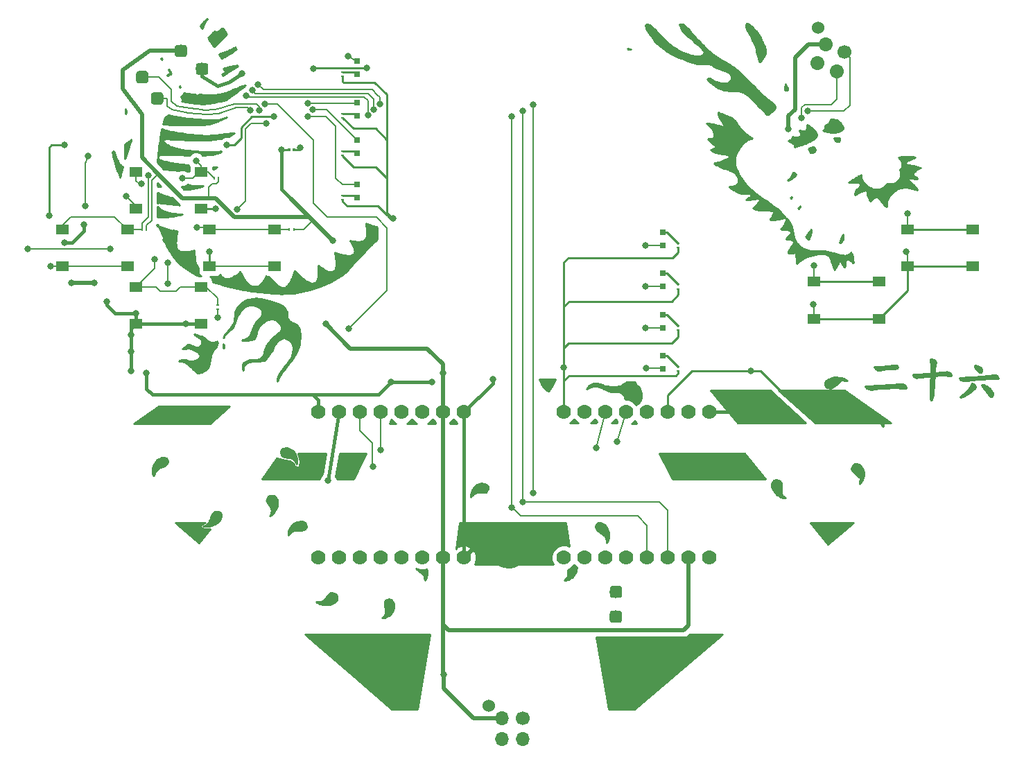
<source format=gtl>
G04 #@! TF.GenerationSoftware,KiCad,Pcbnew,(5.0.0-rc2-dev-321-g78161b592)*
G04 #@! TF.CreationDate,2018-05-29T00:04:32-06:00*
G04 #@! TF.ProjectId,dragon,647261676F6E2E6B696361645F706362,1.0*
G04 #@! TF.SameCoordinates,Original*
G04 #@! TF.FileFunction,Copper,L1,Top,Signal*
G04 #@! TF.FilePolarity,Positive*
%FSLAX46Y46*%
G04 Gerber Fmt 4.6, Leading zero omitted, Abs format (unit mm)*
G04 Created by KiCad (PCBNEW (5.0.0-rc2-dev-321-g78161b592)) date 05/29/18 00:04:32*
%MOMM*%
%LPD*%
G01*
G04 APERTURE LIST*
%ADD10C,1.524000*%
%ADD11C,1.700000*%
%ADD12C,1.700000*%
%ADD13O,1.700000X1.700000*%
%ADD14R,1.550000X1.300000*%
%ADD15C,1.778000*%
%ADD16R,0.300000X0.350000*%
%ADD17R,0.800000X0.800000*%
%ADD18R,0.430000X0.280000*%
%ADD19R,0.280000X0.430000*%
%ADD20C,0.100000*%
%ADD21C,1.500000*%
%ADD22C,0.800000*%
%ADD23C,0.150000*%
%ADD24C,0.400000*%
%ADD25C,0.250000*%
%ADD26C,0.500000*%
%ADD27C,0.254000*%
G04 APERTURE END LIST*
D10*
X178312327Y-61110099D03*
D11*
X181565270Y-64127187D03*
X180572813Y-66465270D03*
D12*
X180572813Y-66465270D02*
X180572813Y-66465270D01*
D11*
X179227187Y-63134730D03*
D12*
X179227187Y-63134730D02*
X179227187Y-63134730D01*
D11*
X178234730Y-65472813D03*
D12*
X178234730Y-65472813D02*
X178234730Y-65472813D01*
D10*
X138096780Y-143919831D03*
D11*
X142270000Y-145426051D03*
D13*
X142270000Y-147966051D03*
X139730000Y-145426051D03*
X139730000Y-147966051D03*
D14*
X104025000Y-85750000D03*
X111975000Y-85750000D03*
X104025000Y-90250000D03*
X111975000Y-90250000D03*
X95025000Y-78750000D03*
X102975000Y-78750000D03*
X95025000Y-83250000D03*
X102975000Y-83250000D03*
X95025000Y-92750000D03*
X102975000Y-92750000D03*
X95025000Y-97250000D03*
X102975000Y-97250000D03*
X86025000Y-85750000D03*
X93975000Y-85750000D03*
X86025000Y-90250000D03*
X93975000Y-90250000D03*
X177825000Y-92150000D03*
X185775000Y-92150000D03*
X177825000Y-96650000D03*
X185775000Y-96650000D03*
X189225000Y-85750000D03*
X197175000Y-85750000D03*
X189225000Y-90250000D03*
X197175000Y-90250000D03*
D15*
X117270000Y-108070000D03*
X119810000Y-108070000D03*
X122350000Y-108070000D03*
X124890000Y-108070000D03*
X127430000Y-108070000D03*
X129970000Y-108070000D03*
X132510000Y-108070000D03*
X135050000Y-108070000D03*
X117270000Y-125850000D03*
X119810000Y-125850000D03*
X122350000Y-125850000D03*
X124890000Y-125850000D03*
X127430000Y-125850000D03*
X129970000Y-125850000D03*
X132510000Y-125850000D03*
X135050000Y-125850000D03*
X147270000Y-108070000D03*
X149810000Y-108070000D03*
X152350000Y-108070000D03*
X154890000Y-108070000D03*
X157430000Y-108070000D03*
X159970000Y-108070000D03*
X162510000Y-108070000D03*
X165050000Y-108070000D03*
X147270000Y-125850000D03*
X149810000Y-125850000D03*
X152350000Y-125850000D03*
X154890000Y-125850000D03*
X157430000Y-125850000D03*
X159970000Y-125850000D03*
X162510000Y-125850000D03*
X165050000Y-125850000D03*
D16*
X113720000Y-76050000D03*
X114280000Y-76050000D03*
D17*
X159350000Y-102799999D03*
X159350000Y-101199999D03*
X159350000Y-96166666D03*
X159350000Y-97766666D03*
X159350000Y-91133333D03*
X159350000Y-92733333D03*
X159375000Y-87700000D03*
X159375000Y-86100000D03*
X122000000Y-81899995D03*
X122000000Y-80299995D03*
X122000000Y-74817497D03*
X122000000Y-76417497D03*
X122000000Y-70249999D03*
X122000000Y-71849999D03*
X122000000Y-65225000D03*
X122000000Y-66825000D03*
D18*
X161250000Y-103060000D03*
X161250000Y-102540000D03*
X161250000Y-97515000D03*
X161250000Y-98035000D03*
X161250000Y-93010000D03*
X161250000Y-92490000D03*
X161250000Y-87440000D03*
X161250000Y-87960000D03*
X120250000Y-82160000D03*
X120250000Y-81640000D03*
X120250000Y-76165000D03*
X120250000Y-76685000D03*
X120250000Y-71590000D03*
X120250000Y-72110000D03*
X120250000Y-67085000D03*
X120250000Y-66565000D03*
D19*
X105085000Y-79500000D03*
X104565000Y-79500000D03*
D18*
X104975000Y-94990000D03*
X104975000Y-95510000D03*
D19*
X96285000Y-85725000D03*
X95765000Y-85725000D03*
X113765000Y-85750000D03*
X114285000Y-85750000D03*
D20*
G36*
X154051756Y-129251806D02*
X154088159Y-129257206D01*
X154123857Y-129266147D01*
X154158506Y-129278545D01*
X154191774Y-129294280D01*
X154223339Y-129313199D01*
X154252897Y-129335121D01*
X154280165Y-129359835D01*
X154304879Y-129387103D01*
X154326801Y-129416661D01*
X154345720Y-129448226D01*
X154361455Y-129481494D01*
X154373853Y-129516143D01*
X154382794Y-129551841D01*
X154388194Y-129588244D01*
X154390000Y-129625000D01*
X154390000Y-130375000D01*
X154388194Y-130411756D01*
X154382794Y-130448159D01*
X154373853Y-130483857D01*
X154361455Y-130518506D01*
X154345720Y-130551774D01*
X154326801Y-130583339D01*
X154304879Y-130612897D01*
X154280165Y-130640165D01*
X154252897Y-130664879D01*
X154223339Y-130686801D01*
X154191774Y-130705720D01*
X154158506Y-130721455D01*
X154123857Y-130733853D01*
X154088159Y-130742794D01*
X154051756Y-130748194D01*
X154015000Y-130750000D01*
X153265000Y-130750000D01*
X153228244Y-130748194D01*
X153191841Y-130742794D01*
X153156143Y-130733853D01*
X153121494Y-130721455D01*
X153088226Y-130705720D01*
X153056661Y-130686801D01*
X153027103Y-130664879D01*
X152999835Y-130640165D01*
X152975121Y-130612897D01*
X152953199Y-130583339D01*
X152934280Y-130551774D01*
X152918545Y-130518506D01*
X152906147Y-130483857D01*
X152897206Y-130448159D01*
X152891806Y-130411756D01*
X152890000Y-130375000D01*
X152890000Y-129625000D01*
X152891806Y-129588244D01*
X152897206Y-129551841D01*
X152906147Y-129516143D01*
X152918545Y-129481494D01*
X152934280Y-129448226D01*
X152953199Y-129416661D01*
X152975121Y-129387103D01*
X152999835Y-129359835D01*
X153027103Y-129335121D01*
X153056661Y-129313199D01*
X153088226Y-129294280D01*
X153121494Y-129278545D01*
X153156143Y-129266147D01*
X153191841Y-129257206D01*
X153228244Y-129251806D01*
X153265000Y-129250000D01*
X154015000Y-129250000D01*
X154051756Y-129251806D01*
X154051756Y-129251806D01*
G37*
D21*
X153640000Y-130000000D03*
D20*
G36*
X96211756Y-66401806D02*
X96248159Y-66407206D01*
X96283857Y-66416147D01*
X96318506Y-66428545D01*
X96351774Y-66444280D01*
X96383339Y-66463199D01*
X96412897Y-66485121D01*
X96440165Y-66509835D01*
X96464879Y-66537103D01*
X96486801Y-66566661D01*
X96505720Y-66598226D01*
X96521455Y-66631494D01*
X96533853Y-66666143D01*
X96542794Y-66701841D01*
X96548194Y-66738244D01*
X96550000Y-66775000D01*
X96550000Y-67525000D01*
X96548194Y-67561756D01*
X96542794Y-67598159D01*
X96533853Y-67633857D01*
X96521455Y-67668506D01*
X96505720Y-67701774D01*
X96486801Y-67733339D01*
X96464879Y-67762897D01*
X96440165Y-67790165D01*
X96412897Y-67814879D01*
X96383339Y-67836801D01*
X96351774Y-67855720D01*
X96318506Y-67871455D01*
X96283857Y-67883853D01*
X96248159Y-67892794D01*
X96211756Y-67898194D01*
X96175000Y-67900000D01*
X95425000Y-67900000D01*
X95388244Y-67898194D01*
X95351841Y-67892794D01*
X95316143Y-67883853D01*
X95281494Y-67871455D01*
X95248226Y-67855720D01*
X95216661Y-67836801D01*
X95187103Y-67814879D01*
X95159835Y-67790165D01*
X95135121Y-67762897D01*
X95113199Y-67733339D01*
X95094280Y-67701774D01*
X95078545Y-67668506D01*
X95066147Y-67633857D01*
X95057206Y-67598159D01*
X95051806Y-67561756D01*
X95050000Y-67525000D01*
X95050000Y-66775000D01*
X95051806Y-66738244D01*
X95057206Y-66701841D01*
X95066147Y-66666143D01*
X95078545Y-66631494D01*
X95094280Y-66598226D01*
X95113199Y-66566661D01*
X95135121Y-66537103D01*
X95159835Y-66509835D01*
X95187103Y-66485121D01*
X95216661Y-66463199D01*
X95248226Y-66444280D01*
X95281494Y-66428545D01*
X95316143Y-66416147D01*
X95351841Y-66407206D01*
X95388244Y-66401806D01*
X95425000Y-66400000D01*
X96175000Y-66400000D01*
X96211756Y-66401806D01*
X96211756Y-66401806D01*
G37*
D21*
X95800000Y-67150000D03*
D20*
G36*
X98028424Y-69001806D02*
X98064827Y-69007206D01*
X98100525Y-69016147D01*
X98135174Y-69028545D01*
X98168442Y-69044280D01*
X98200007Y-69063199D01*
X98229565Y-69085121D01*
X98256833Y-69109835D01*
X98281547Y-69137103D01*
X98303469Y-69166661D01*
X98322388Y-69198226D01*
X98338123Y-69231494D01*
X98350521Y-69266143D01*
X98359462Y-69301841D01*
X98364862Y-69338244D01*
X98366668Y-69375000D01*
X98366668Y-70125000D01*
X98364862Y-70161756D01*
X98359462Y-70198159D01*
X98350521Y-70233857D01*
X98338123Y-70268506D01*
X98322388Y-70301774D01*
X98303469Y-70333339D01*
X98281547Y-70362897D01*
X98256833Y-70390165D01*
X98229565Y-70414879D01*
X98200007Y-70436801D01*
X98168442Y-70455720D01*
X98135174Y-70471455D01*
X98100525Y-70483853D01*
X98064827Y-70492794D01*
X98028424Y-70498194D01*
X97991668Y-70500000D01*
X97241668Y-70500000D01*
X97204912Y-70498194D01*
X97168509Y-70492794D01*
X97132811Y-70483853D01*
X97098162Y-70471455D01*
X97064894Y-70455720D01*
X97033329Y-70436801D01*
X97003771Y-70414879D01*
X96976503Y-70390165D01*
X96951789Y-70362897D01*
X96929867Y-70333339D01*
X96910948Y-70301774D01*
X96895213Y-70268506D01*
X96882815Y-70233857D01*
X96873874Y-70198159D01*
X96868474Y-70161756D01*
X96866668Y-70125000D01*
X96866668Y-69375000D01*
X96868474Y-69338244D01*
X96873874Y-69301841D01*
X96882815Y-69266143D01*
X96895213Y-69231494D01*
X96910948Y-69198226D01*
X96929867Y-69166661D01*
X96951789Y-69137103D01*
X96976503Y-69109835D01*
X97003771Y-69085121D01*
X97033329Y-69063199D01*
X97064894Y-69044280D01*
X97098162Y-69028545D01*
X97132811Y-69016147D01*
X97168509Y-69007206D01*
X97204912Y-69001806D01*
X97241668Y-69000000D01*
X97991668Y-69000000D01*
X98028424Y-69001806D01*
X98028424Y-69001806D01*
G37*
D21*
X97616668Y-69750000D03*
D20*
G36*
X154041756Y-132291806D02*
X154078159Y-132297206D01*
X154113857Y-132306147D01*
X154148506Y-132318545D01*
X154181774Y-132334280D01*
X154213339Y-132353199D01*
X154242897Y-132375121D01*
X154270165Y-132399835D01*
X154294879Y-132427103D01*
X154316801Y-132456661D01*
X154335720Y-132488226D01*
X154351455Y-132521494D01*
X154363853Y-132556143D01*
X154372794Y-132591841D01*
X154378194Y-132628244D01*
X154380000Y-132665000D01*
X154380000Y-133415000D01*
X154378194Y-133451756D01*
X154372794Y-133488159D01*
X154363853Y-133523857D01*
X154351455Y-133558506D01*
X154335720Y-133591774D01*
X154316801Y-133623339D01*
X154294879Y-133652897D01*
X154270165Y-133680165D01*
X154242897Y-133704879D01*
X154213339Y-133726801D01*
X154181774Y-133745720D01*
X154148506Y-133761455D01*
X154113857Y-133773853D01*
X154078159Y-133782794D01*
X154041756Y-133788194D01*
X154005000Y-133790000D01*
X153255000Y-133790000D01*
X153218244Y-133788194D01*
X153181841Y-133782794D01*
X153146143Y-133773853D01*
X153111494Y-133761455D01*
X153078226Y-133745720D01*
X153046661Y-133726801D01*
X153017103Y-133704879D01*
X152989835Y-133680165D01*
X152965121Y-133652897D01*
X152943199Y-133623339D01*
X152924280Y-133591774D01*
X152908545Y-133558506D01*
X152896147Y-133523857D01*
X152887206Y-133488159D01*
X152881806Y-133451756D01*
X152880000Y-133415000D01*
X152880000Y-132665000D01*
X152881806Y-132628244D01*
X152887206Y-132591841D01*
X152896147Y-132556143D01*
X152908545Y-132521494D01*
X152924280Y-132488226D01*
X152943199Y-132456661D01*
X152965121Y-132427103D01*
X152989835Y-132399835D01*
X153017103Y-132375121D01*
X153046661Y-132353199D01*
X153078226Y-132334280D01*
X153111494Y-132318545D01*
X153146143Y-132306147D01*
X153181841Y-132297206D01*
X153218244Y-132291806D01*
X153255000Y-132290000D01*
X154005000Y-132290000D01*
X154041756Y-132291806D01*
X154041756Y-132291806D01*
G37*
D21*
X153630000Y-133040000D03*
D20*
G36*
X103511756Y-65401806D02*
X103548159Y-65407206D01*
X103583857Y-65416147D01*
X103618506Y-65428545D01*
X103651774Y-65444280D01*
X103683339Y-65463199D01*
X103712897Y-65485121D01*
X103740165Y-65509835D01*
X103764879Y-65537103D01*
X103786801Y-65566661D01*
X103805720Y-65598226D01*
X103821455Y-65631494D01*
X103833853Y-65666143D01*
X103842794Y-65701841D01*
X103848194Y-65738244D01*
X103850000Y-65775000D01*
X103850000Y-66525000D01*
X103848194Y-66561756D01*
X103842794Y-66598159D01*
X103833853Y-66633857D01*
X103821455Y-66668506D01*
X103805720Y-66701774D01*
X103786801Y-66733339D01*
X103764879Y-66762897D01*
X103740165Y-66790165D01*
X103712897Y-66814879D01*
X103683339Y-66836801D01*
X103651774Y-66855720D01*
X103618506Y-66871455D01*
X103583857Y-66883853D01*
X103548159Y-66892794D01*
X103511756Y-66898194D01*
X103475000Y-66900000D01*
X102725000Y-66900000D01*
X102688244Y-66898194D01*
X102651841Y-66892794D01*
X102616143Y-66883853D01*
X102581494Y-66871455D01*
X102548226Y-66855720D01*
X102516661Y-66836801D01*
X102487103Y-66814879D01*
X102459835Y-66790165D01*
X102435121Y-66762897D01*
X102413199Y-66733339D01*
X102394280Y-66701774D01*
X102378545Y-66668506D01*
X102366147Y-66633857D01*
X102357206Y-66598159D01*
X102351806Y-66561756D01*
X102350000Y-66525000D01*
X102350000Y-65775000D01*
X102351806Y-65738244D01*
X102357206Y-65701841D01*
X102366147Y-65666143D01*
X102378545Y-65631494D01*
X102394280Y-65598226D01*
X102413199Y-65566661D01*
X102435121Y-65537103D01*
X102459835Y-65509835D01*
X102487103Y-65485121D01*
X102516661Y-65463199D01*
X102548226Y-65444280D01*
X102581494Y-65428545D01*
X102616143Y-65416147D01*
X102651841Y-65407206D01*
X102688244Y-65401806D01*
X102725000Y-65400000D01*
X103475000Y-65400000D01*
X103511756Y-65401806D01*
X103511756Y-65401806D01*
G37*
D21*
X103100000Y-66150000D03*
D20*
G36*
X100911756Y-63201806D02*
X100948159Y-63207206D01*
X100983857Y-63216147D01*
X101018506Y-63228545D01*
X101051774Y-63244280D01*
X101083339Y-63263199D01*
X101112897Y-63285121D01*
X101140165Y-63309835D01*
X101164879Y-63337103D01*
X101186801Y-63366661D01*
X101205720Y-63398226D01*
X101221455Y-63431494D01*
X101233853Y-63466143D01*
X101242794Y-63501841D01*
X101248194Y-63538244D01*
X101250000Y-63575000D01*
X101250000Y-64325000D01*
X101248194Y-64361756D01*
X101242794Y-64398159D01*
X101233853Y-64433857D01*
X101221455Y-64468506D01*
X101205720Y-64501774D01*
X101186801Y-64533339D01*
X101164879Y-64562897D01*
X101140165Y-64590165D01*
X101112897Y-64614879D01*
X101083339Y-64636801D01*
X101051774Y-64655720D01*
X101018506Y-64671455D01*
X100983857Y-64683853D01*
X100948159Y-64692794D01*
X100911756Y-64698194D01*
X100875000Y-64700000D01*
X100125000Y-64700000D01*
X100088244Y-64698194D01*
X100051841Y-64692794D01*
X100016143Y-64683853D01*
X99981494Y-64671455D01*
X99948226Y-64655720D01*
X99916661Y-64636801D01*
X99887103Y-64614879D01*
X99859835Y-64590165D01*
X99835121Y-64562897D01*
X99813199Y-64533339D01*
X99794280Y-64501774D01*
X99778545Y-64468506D01*
X99766147Y-64433857D01*
X99757206Y-64398159D01*
X99751806Y-64361756D01*
X99750000Y-64325000D01*
X99750000Y-63575000D01*
X99751806Y-63538244D01*
X99757206Y-63501841D01*
X99766147Y-63466143D01*
X99778545Y-63431494D01*
X99794280Y-63398226D01*
X99813199Y-63366661D01*
X99835121Y-63337103D01*
X99859835Y-63309835D01*
X99887103Y-63285121D01*
X99916661Y-63263199D01*
X99948226Y-63244280D01*
X99981494Y-63228545D01*
X100016143Y-63216147D01*
X100051841Y-63207206D01*
X100088244Y-63201806D01*
X100125000Y-63200000D01*
X100875000Y-63200000D01*
X100911756Y-63201806D01*
X100911756Y-63201806D01*
G37*
D21*
X100500000Y-63950000D03*
D22*
X93800000Y-81700000D03*
X118500000Y-116400000D03*
X123200000Y-66000000D03*
X116700000Y-66100000D03*
X95000000Y-96000000D03*
X94400000Y-98600000D03*
X94400000Y-103000000D03*
X89970000Y-92310000D03*
X87150000Y-92280000D03*
X98900000Y-92400000D03*
X98900000Y-89800000D03*
X174700000Y-73500000D03*
X132600000Y-140100000D03*
X86275000Y-87350000D03*
X115100000Y-75750000D03*
X88650000Y-85175000D03*
X101900000Y-89200000D03*
X98500000Y-85900000D03*
X101125000Y-97250000D03*
X94400000Y-100700000D03*
X91475000Y-94575000D03*
X91900000Y-88100000D03*
X143500000Y-117900000D03*
X143500000Y-70500000D03*
X177100000Y-71300000D03*
X176300000Y-72100000D03*
X111875000Y-72000000D03*
X106075000Y-75450000D03*
X104775000Y-83250000D03*
X138600000Y-104050000D03*
X107950000Y-66725000D03*
X84575000Y-90250000D03*
X177700000Y-94900000D03*
X189050000Y-88500000D03*
X104000000Y-88500000D03*
X86283521Y-75427502D03*
X84400000Y-84100000D03*
X107400000Y-83300000D03*
X110975000Y-72825000D03*
X104975000Y-96475000D03*
X132510000Y-103325000D03*
X118200000Y-97300000D03*
X119050000Y-87100000D03*
X112800000Y-76000000D03*
X81800000Y-88100000D03*
X121000000Y-97900000D03*
X110775000Y-70450000D03*
X110050000Y-71200000D03*
X108975000Y-71175000D03*
X124825000Y-70425000D03*
X109950000Y-68075000D03*
X89200000Y-76825000D03*
X131175000Y-104375000D03*
X126425000Y-84375000D03*
X126200000Y-104400000D03*
X96325000Y-103325000D03*
X147270000Y-102600000D03*
X142250000Y-119000000D03*
X142250000Y-71325000D03*
X124075000Y-71100000D03*
X109225000Y-68775000D03*
X140900000Y-119750000D03*
X140900000Y-71950000D03*
X123375000Y-71825000D03*
X108475000Y-69450000D03*
X95700000Y-80200000D03*
X100700000Y-79500000D03*
X97300000Y-89400000D03*
X96500000Y-79175000D03*
X102475000Y-85500000D03*
X170100000Y-103025000D03*
X157300000Y-102725000D03*
X157275000Y-97800000D03*
X157275000Y-92725000D03*
X157250000Y-87700000D03*
X116000000Y-71950000D03*
X116625000Y-71150000D03*
X115975000Y-70375000D03*
X120900000Y-64600000D03*
X153800000Y-111700000D03*
X124900000Y-112700000D03*
X151200000Y-112400000D03*
X123975000Y-114750000D03*
X88800000Y-82900000D03*
X102350000Y-77350000D03*
X177800000Y-90200000D03*
X189250000Y-83850000D03*
D23*
X95025000Y-82925000D02*
X93800000Y-81700000D01*
X95025000Y-83250000D02*
X95025000Y-82925000D01*
D24*
X95000000Y-96000000D02*
X95000000Y-97225000D01*
X95000000Y-97225000D02*
X95025000Y-97250000D01*
X91475000Y-94975000D02*
X92500000Y-96000000D01*
X92500000Y-96000000D02*
X95000000Y-96000000D01*
X91475000Y-94575000D02*
X91475000Y-94975000D01*
D25*
X123200000Y-66000000D02*
X116800000Y-66000000D01*
X116800000Y-66000000D02*
X116700000Y-66100000D01*
D24*
X118500000Y-116400000D02*
X119810000Y-108070000D01*
X94400000Y-98600000D02*
X94400000Y-97875000D01*
X94400000Y-97875000D02*
X95025000Y-97250000D01*
X94400000Y-100700000D02*
X94400000Y-98600000D01*
X94400000Y-103000000D02*
X94400000Y-100700000D01*
D26*
X87180000Y-92310000D02*
X89970000Y-92310000D01*
X87150000Y-92280000D02*
X87180000Y-92310000D01*
D23*
X98900000Y-89800000D02*
X98900000Y-92400000D01*
X108400000Y-73500000D02*
X108400000Y-82300000D01*
X108400000Y-82300000D02*
X107400000Y-83300000D01*
X109075000Y-72825000D02*
X108400000Y-73500000D01*
X110975000Y-72825000D02*
X109075000Y-72825000D01*
D26*
X103900000Y-81925000D02*
X104725000Y-81925000D01*
X100725000Y-81925000D02*
X103900000Y-81925000D01*
D23*
X104300000Y-80200000D02*
X103900000Y-80600000D01*
X103900000Y-80600000D02*
X103900000Y-81925000D01*
X104800000Y-80200000D02*
X104300000Y-80200000D01*
X105085000Y-79915000D02*
X104800000Y-80200000D01*
X105085000Y-79500000D02*
X105085000Y-79915000D01*
D26*
X116175000Y-84200000D02*
X113900000Y-81925000D01*
X116600000Y-84625000D02*
X116175000Y-84200000D01*
X104725000Y-81925000D02*
X107000000Y-84200000D01*
X107000000Y-84200000D02*
X116175000Y-84200000D01*
X175500000Y-71100000D02*
X174700000Y-71900000D01*
X174700000Y-71900000D02*
X174700000Y-73500000D01*
X175500000Y-64800000D02*
X175500000Y-71100000D01*
X177165270Y-63134730D02*
X175500000Y-64800000D01*
X179227187Y-63134730D02*
X177165270Y-63134730D01*
X132600000Y-141800000D02*
X136226051Y-145426051D01*
X136226051Y-145426051D02*
X139730000Y-145426051D01*
X132600000Y-140100000D02*
X132600000Y-141800000D01*
X130600000Y-100300000D02*
X132510000Y-102210000D01*
X132510000Y-102210000D02*
X132510000Y-103325000D01*
X121200000Y-100300000D02*
X130600000Y-100300000D01*
X118200000Y-97300000D02*
X121200000Y-100300000D01*
D24*
X87225000Y-87350000D02*
X88650000Y-85900000D01*
X86275000Y-87350000D02*
X87225000Y-87350000D01*
X88650000Y-85900000D02*
X88650000Y-85175000D01*
X138600000Y-104050000D02*
X138600000Y-104520000D01*
X138600000Y-104520000D02*
X135050000Y-108070000D01*
D25*
X114800000Y-76050000D02*
X115100000Y-75750000D01*
X114280000Y-76050000D02*
X114800000Y-76050000D01*
X189225000Y-90250000D02*
X189225000Y-93200000D01*
X189225000Y-93200000D02*
X185775000Y-96650000D01*
X189225000Y-90250000D02*
X197175000Y-90250000D01*
X185775000Y-96650000D02*
X177825000Y-96650000D01*
D24*
X101125000Y-97250000D02*
X95025000Y-97250000D01*
X102975000Y-97250000D02*
X101125000Y-97250000D01*
D23*
X91900000Y-88100000D02*
X81800000Y-88100000D01*
X143500000Y-71800000D02*
X143500000Y-117900000D01*
X143500000Y-70500000D02*
X143500000Y-71800000D01*
X158900000Y-119000000D02*
X159970000Y-120070000D01*
X159970000Y-120070000D02*
X159970000Y-125850000D01*
X142250000Y-119000000D02*
X158900000Y-119000000D01*
X182200000Y-70600000D02*
X182200000Y-64761917D01*
X182200000Y-64761917D02*
X181565270Y-64127187D01*
X181500000Y-71300000D02*
X182200000Y-70600000D01*
X177100000Y-71300000D02*
X181500000Y-71300000D01*
X177100000Y-71300000D02*
X177125000Y-71325000D01*
X176300000Y-70900000D02*
X176700000Y-70500000D01*
X176300000Y-72100000D02*
X176300000Y-70900000D01*
X176700000Y-70500000D02*
X179900000Y-70500000D01*
X179900000Y-70500000D02*
X180572813Y-69827187D01*
X180572813Y-69827187D02*
X180572813Y-66465270D01*
X181172813Y-66227187D02*
X181172813Y-65965270D01*
X93975000Y-90250000D02*
X86025000Y-90250000D01*
X111975000Y-90250000D02*
X104025000Y-90250000D01*
D25*
X109150000Y-72000000D02*
X111875000Y-72000000D01*
X107875000Y-73275000D02*
X109150000Y-72000000D01*
X107875000Y-74625000D02*
X107875000Y-73275000D01*
X107050000Y-75450000D02*
X107875000Y-74625000D01*
X107025000Y-75450000D02*
X107050000Y-75450000D01*
X106075000Y-75450000D02*
X107025000Y-75450000D01*
X102975000Y-83250000D02*
X104775000Y-83250000D01*
X135050000Y-107600000D02*
X135050000Y-108070000D01*
D24*
X135050000Y-108070000D02*
X135050000Y-125850000D01*
X165050000Y-108070000D02*
X167820000Y-108070000D01*
X103100000Y-67050000D02*
X105000000Y-68200000D01*
X103100000Y-66150000D02*
X103100000Y-67050000D01*
X105000000Y-68200000D02*
X106450000Y-67700000D01*
X106450000Y-67700000D02*
X107950000Y-66725000D01*
D23*
X86025000Y-90250000D02*
X84575000Y-90250000D01*
X177825000Y-95025000D02*
X177700000Y-94900000D01*
X177825000Y-96650000D02*
X177825000Y-95025000D01*
X189225000Y-88675000D02*
X189050000Y-88500000D01*
X189225000Y-90250000D02*
X189225000Y-88675000D01*
D25*
X104025000Y-88525000D02*
X104000000Y-88500000D01*
X104025000Y-90250000D02*
X104025000Y-88525000D01*
X84727703Y-75427502D02*
X86283521Y-75427502D01*
X84400000Y-75755205D02*
X84727703Y-75427502D01*
X84400000Y-84100000D02*
X84400000Y-75755205D01*
D26*
X158715000Y-134700000D02*
X133175000Y-134700000D01*
X161900000Y-134700000D02*
X158715000Y-134700000D01*
X97750000Y-78950000D02*
X95775000Y-76975000D01*
X100725000Y-81925000D02*
X97750000Y-78950000D01*
D23*
X96925000Y-79775000D02*
X97750000Y-78950000D01*
X96925000Y-84650000D02*
X96925000Y-79775000D01*
X96285000Y-85290000D02*
X96925000Y-84650000D01*
X96285000Y-85725000D02*
X96285000Y-85290000D01*
X104975000Y-95510000D02*
X104975000Y-96475000D01*
D26*
X93400000Y-66325000D02*
X96750000Y-63950000D01*
X95775000Y-76975000D02*
X95775000Y-71675000D01*
X93425000Y-68600000D02*
X93400000Y-66325000D01*
X95775000Y-71675000D02*
X93425000Y-68600000D01*
X96750000Y-63950000D02*
X100500000Y-63950000D01*
D24*
X113900000Y-81925000D02*
X112800000Y-80825000D01*
D26*
X132510000Y-103325000D02*
X132510000Y-108070000D01*
D24*
X112800000Y-79525000D02*
X112800000Y-76000000D01*
X112800000Y-80825000D02*
X112800000Y-79525000D01*
D23*
X112775000Y-79500000D02*
X112800000Y-79525000D01*
D26*
X119050000Y-87075000D02*
X116600000Y-84625000D01*
D23*
X114285000Y-85750000D02*
X115475000Y-85750000D01*
X115475000Y-85750000D02*
X116600000Y-84625000D01*
D24*
X119050000Y-87100000D02*
X119050000Y-87075000D01*
D26*
X132510000Y-116575000D02*
X132510000Y-125850000D01*
X132510000Y-108070000D02*
X132510000Y-116575000D01*
X161900000Y-134700000D02*
X162510000Y-134090000D01*
X162510000Y-134090000D02*
X162510000Y-125850000D01*
X132510000Y-134035000D02*
X133175000Y-134700000D01*
X132510000Y-125850000D02*
X132510000Y-133900000D01*
X132510000Y-133900000D02*
X132510000Y-140002102D01*
D24*
X132510000Y-133900000D02*
X132510000Y-134035000D01*
D25*
X112800000Y-76000000D02*
X113670000Y-76000000D01*
X113670000Y-76000000D02*
X113720000Y-76050000D01*
X159350000Y-101199999D02*
X159909999Y-101199999D01*
X159909999Y-101199999D02*
X161250000Y-102540000D01*
X159350000Y-96166666D02*
X159901666Y-96166666D01*
X159901666Y-96166666D02*
X161250000Y-97515000D01*
X159350000Y-91133333D02*
X159893333Y-91133333D01*
X159893333Y-91133333D02*
X161250000Y-92490000D01*
X159375000Y-86100000D02*
X159910000Y-86100000D01*
X159910000Y-86100000D02*
X161250000Y-87440000D01*
X120250000Y-81640000D02*
X121740005Y-81640000D01*
X121740005Y-81640000D02*
X122000000Y-81899995D01*
X120250000Y-76165000D02*
X121747503Y-76165000D01*
X121747503Y-76165000D02*
X122000000Y-76417497D01*
X120250000Y-71590000D02*
X121740001Y-71590000D01*
X121740001Y-71590000D02*
X122000000Y-71849999D01*
X120250000Y-66565000D02*
X121740000Y-66565000D01*
X121740000Y-66565000D02*
X122000000Y-66825000D01*
D23*
X121000000Y-97900000D02*
X125700000Y-93200000D01*
X116725000Y-82575000D02*
X116725000Y-74850000D01*
X118425000Y-84275000D02*
X116725000Y-82575000D01*
X124425000Y-84275000D02*
X118425000Y-84275000D01*
X125700000Y-85550000D02*
X124425000Y-84275000D01*
X125700000Y-93200000D02*
X125700000Y-85550000D01*
X112325000Y-70450000D02*
X110775000Y-70450000D01*
X116725000Y-74850000D02*
X112325000Y-70450000D01*
X102374367Y-71052735D02*
X101600000Y-70950000D01*
X103100000Y-71150000D02*
X102374367Y-71052735D01*
X103276527Y-71164573D02*
X103100000Y-71150000D01*
X105000000Y-71050000D02*
X104650000Y-71100000D01*
X101600000Y-70950000D02*
X100000000Y-70700000D01*
X106150000Y-70700000D02*
X105700000Y-70850000D01*
X105700000Y-70850000D02*
X105000000Y-71050000D01*
X106756637Y-70507951D02*
X106150000Y-70700000D01*
X110050000Y-71200000D02*
X110050000Y-70775000D01*
X107000000Y-70450000D02*
X106756637Y-70507951D01*
X110050000Y-70775000D02*
X109725000Y-70450000D01*
X104650000Y-71100000D02*
X103276527Y-71164573D01*
X109725000Y-70450000D02*
X107000000Y-70450000D01*
X100000000Y-70700000D02*
X99348838Y-70082599D01*
X99348838Y-70082599D02*
X99348838Y-68662434D01*
X99348838Y-68662434D02*
X97836404Y-67150000D01*
X97836404Y-67150000D02*
X95799998Y-67150000D01*
X107300000Y-70850000D02*
X105050000Y-71650000D01*
X99400000Y-71150000D02*
X98800000Y-70700000D01*
X108650000Y-70850000D02*
X107300000Y-70850000D01*
X103650000Y-71700000D02*
X101450000Y-71500000D01*
X108975000Y-71175000D02*
X108650000Y-70850000D01*
X105050000Y-71650000D02*
X103650000Y-71700000D01*
X101450000Y-71500000D02*
X99400000Y-71150000D01*
X98800000Y-70700000D02*
X98813805Y-69750000D01*
X98813805Y-69750000D02*
X97450000Y-69750000D01*
X124825000Y-69625000D02*
X124825000Y-70425000D01*
X124500000Y-69300000D02*
X124825000Y-69625000D01*
X123900000Y-68700000D02*
X124500000Y-69300000D01*
X110575000Y-68700000D02*
X123900000Y-68700000D01*
X109950000Y-68075000D02*
X110575000Y-68700000D01*
X89200000Y-76825000D02*
X88800000Y-77700000D01*
X88800000Y-77700000D02*
X88800000Y-81400000D01*
X88800000Y-81400000D02*
X88800000Y-82900000D01*
D24*
X131175000Y-104375000D02*
X126225000Y-104375000D01*
X126225000Y-104375000D02*
X126200000Y-104400000D01*
D25*
X125650000Y-83850000D02*
X125650000Y-84000000D01*
X125650000Y-79475000D02*
X125650000Y-83850000D01*
D24*
X126425000Y-84375000D02*
X126175000Y-84375000D01*
X126175000Y-84375000D02*
X125650000Y-83850000D01*
X124650000Y-105950000D02*
X126200000Y-104400000D01*
X116625000Y-105950000D02*
X124650000Y-105950000D01*
D25*
X147270000Y-108070000D02*
X147270000Y-104225000D01*
D24*
X96325000Y-105200000D02*
X96325000Y-103325000D01*
X97075000Y-105950000D02*
X96325000Y-105200000D01*
X116625000Y-105950000D02*
X97075000Y-105950000D01*
X117270000Y-106595000D02*
X116625000Y-105950000D01*
X117270000Y-108070000D02*
X117270000Y-106595000D01*
D25*
X125650000Y-69250000D02*
X124175000Y-67775000D01*
X125650000Y-74800000D02*
X125650000Y-69250000D01*
X124175000Y-67775000D02*
X120350000Y-67775000D01*
X120350000Y-67775000D02*
X120250000Y-67675000D01*
X120250000Y-67675000D02*
X120250000Y-67085000D01*
X120800000Y-82925000D02*
X124575000Y-82925000D01*
X124575000Y-82925000D02*
X125650000Y-84000000D01*
X120250000Y-82375000D02*
X120800000Y-82925000D01*
X120250000Y-82160000D02*
X120250000Y-82375000D01*
X125650000Y-74800000D02*
X125650000Y-79475000D01*
X121625000Y-78150000D02*
X124325000Y-78150000D01*
X124325000Y-78150000D02*
X125650000Y-79475000D01*
X120250000Y-76775000D02*
X121625000Y-78150000D01*
X120250000Y-76685000D02*
X120250000Y-76775000D01*
X121600000Y-73425000D02*
X124275000Y-73425000D01*
X124275000Y-73425000D02*
X125650000Y-74800000D01*
X120285000Y-72110000D02*
X121600000Y-73425000D01*
X120250000Y-72110000D02*
X120285000Y-72110000D01*
X147270000Y-102600000D02*
X147270000Y-104225000D01*
X147270000Y-101450000D02*
X147270000Y-102600000D01*
X147270000Y-100225000D02*
X147270000Y-101450000D01*
X147270000Y-95175000D02*
X147270000Y-100225000D01*
X161250000Y-98035000D02*
X161250000Y-98850000D01*
X161250000Y-98850000D02*
X160475000Y-99625000D01*
X160475000Y-99625000D02*
X147870000Y-99625000D01*
X147870000Y-99625000D02*
X147270000Y-100225000D01*
X147270000Y-89780000D02*
X147270000Y-95175000D01*
X161250000Y-93010000D02*
X161250000Y-93700000D01*
X161250000Y-93700000D02*
X160425000Y-94525000D01*
X160425000Y-94525000D02*
X147920000Y-94525000D01*
X147920000Y-94525000D02*
X147270000Y-95175000D01*
X161250000Y-88525000D02*
X160550000Y-89225000D01*
X161250000Y-87960000D02*
X161250000Y-88525000D01*
X160550000Y-89225000D02*
X147825000Y-89225000D01*
X147825000Y-89225000D02*
X147270000Y-89780000D01*
X160975000Y-103600000D02*
X147895000Y-103600000D01*
X147895000Y-103600000D02*
X147270000Y-104225000D01*
X161250000Y-103325000D02*
X160975000Y-103600000D01*
X161250000Y-103060000D02*
X161250000Y-103325000D01*
D23*
X142250000Y-119000000D02*
X142250000Y-73550000D01*
X142250000Y-73550000D02*
X142250000Y-71325000D01*
X124075000Y-71100000D02*
X124075000Y-69825000D01*
X124075000Y-69825000D02*
X123400000Y-69150000D01*
X123400000Y-69150000D02*
X109600000Y-69150000D01*
X109600000Y-69150000D02*
X109225000Y-68775000D01*
X156275000Y-120725000D02*
X157430000Y-121880000D01*
X157430000Y-121880000D02*
X157430000Y-125850000D01*
X142000000Y-120725000D02*
X156275000Y-120725000D01*
X141025000Y-119750000D02*
X142000000Y-120725000D01*
X140900000Y-119750000D02*
X141025000Y-119750000D01*
X140900000Y-71950000D02*
X140900000Y-119750000D01*
X123375000Y-71825000D02*
X123375000Y-70025000D01*
X123375000Y-70025000D02*
X122900000Y-69550000D01*
X122900000Y-69550000D02*
X108575000Y-69550000D01*
X108575000Y-69550000D02*
X108475000Y-69450000D01*
X95400000Y-80200000D02*
X95025000Y-79825000D01*
X95025000Y-79825000D02*
X95025000Y-78750000D01*
X95700000Y-80200000D02*
X95400000Y-80200000D01*
X102000000Y-79500000D02*
X100700000Y-79500000D01*
X102750000Y-78750000D02*
X102000000Y-79500000D01*
X102975000Y-78750000D02*
X102750000Y-78750000D01*
X99900000Y-93300000D02*
X100450000Y-92750000D01*
X100450000Y-92750000D02*
X102975000Y-92750000D01*
X98000000Y-93300000D02*
X99900000Y-93300000D01*
X97450000Y-92750000D02*
X98000000Y-93300000D01*
X95025000Y-92750000D02*
X97450000Y-92750000D01*
X97300000Y-89400000D02*
X97300000Y-90475000D01*
X97300000Y-90475000D02*
X95025000Y-92750000D01*
X95500000Y-92275000D02*
X95025000Y-92750000D01*
X103600000Y-92750000D02*
X104975000Y-94125000D01*
X104975000Y-94125000D02*
X104975000Y-94990000D01*
X102975000Y-92750000D02*
X103600000Y-92750000D01*
X87100000Y-84200000D02*
X92425000Y-84200000D01*
X92425000Y-84200000D02*
X93975000Y-85750000D01*
X86025000Y-85275000D02*
X87100000Y-84200000D01*
X86025000Y-85750000D02*
X86025000Y-85275000D01*
D25*
X86025000Y-85750000D02*
X86025000Y-85675000D01*
D23*
X96500000Y-84275000D02*
X96500000Y-79175000D01*
X95765000Y-85010000D02*
X96500000Y-84275000D01*
X95765000Y-85725000D02*
X95765000Y-85010000D01*
X93975000Y-85750000D02*
X95740000Y-85750000D01*
X95740000Y-85750000D02*
X95765000Y-85725000D01*
X102475000Y-85500000D02*
X103775000Y-85500000D01*
X103775000Y-85500000D02*
X104025000Y-85750000D01*
X111975000Y-85750000D02*
X104025000Y-85750000D01*
D25*
X177825000Y-92150000D02*
X185775000Y-92150000D01*
X189225000Y-85750000D02*
X197175000Y-85750000D01*
X171275000Y-103025000D02*
X174225000Y-105975000D01*
X170100000Y-103025000D02*
X171275000Y-103025000D01*
X162950000Y-103050000D02*
X159970000Y-106030000D01*
X159970000Y-106030000D02*
X159970000Y-108070000D01*
X170075000Y-103050000D02*
X162950000Y-103050000D01*
X170100000Y-103025000D02*
X170075000Y-103050000D01*
D23*
X157300000Y-102725000D02*
X159275001Y-102725000D01*
X159275001Y-102725000D02*
X159350000Y-102799999D01*
X157275000Y-97800000D02*
X159316666Y-97800000D01*
X159316666Y-97800000D02*
X159350000Y-97766666D01*
X157275000Y-92725000D02*
X159341667Y-92725000D01*
X159341667Y-92725000D02*
X159350000Y-92733333D01*
X157250000Y-87700000D02*
X159375000Y-87700000D01*
X119400000Y-79475000D02*
X120224995Y-80299995D01*
X120224995Y-80299995D02*
X122000000Y-80299995D01*
X119400000Y-73150000D02*
X119400000Y-79475000D01*
X118200000Y-71950000D02*
X119400000Y-73150000D01*
X116000000Y-71950000D02*
X118200000Y-71950000D01*
X116625000Y-71150000D02*
X118332503Y-71150000D01*
X118332503Y-71150000D02*
X122000000Y-74817497D01*
X115975000Y-70375000D02*
X121874999Y-70375000D01*
X121874999Y-70375000D02*
X122000000Y-70249999D01*
X115975000Y-70375000D02*
X116100001Y-70249999D01*
X120900000Y-64600000D02*
X121975000Y-65200000D01*
X121975000Y-65200000D02*
X122000000Y-65225000D01*
X127425000Y-108075000D02*
X127430000Y-108070000D01*
X154875000Y-108085000D02*
X154890000Y-108070000D01*
X153800000Y-111700000D02*
X154875000Y-108085000D01*
X124900000Y-112700000D02*
X124890000Y-108070000D01*
X151200000Y-112400000D02*
X152325000Y-108095000D01*
X152325000Y-108095000D02*
X152350000Y-108070000D01*
X123925000Y-111875000D02*
X122350000Y-110300000D01*
X122350000Y-110300000D02*
X122350000Y-108070000D01*
X123925000Y-114700000D02*
X123925000Y-111875000D01*
X123975000Y-114750000D02*
X123925000Y-114700000D01*
X102975000Y-78750000D02*
X103815000Y-78750000D01*
X103815000Y-78750000D02*
X104565000Y-79500000D01*
X102350000Y-77350000D02*
X102975000Y-77975000D01*
X102975000Y-77975000D02*
X102975000Y-78750000D01*
X103300000Y-93075000D02*
X102975000Y-92750000D01*
X95950000Y-92750000D02*
X95025000Y-92750000D01*
X113765000Y-85750000D02*
X111975000Y-85750000D01*
X122300000Y-108020000D02*
X122350000Y-108070000D01*
X130150000Y-126030000D02*
X129970000Y-125850000D01*
X95025000Y-92750000D02*
X95025000Y-92275000D01*
X93975000Y-85750000D02*
X93975000Y-85475000D01*
X177800000Y-90200000D02*
X177800000Y-92125000D01*
X177800000Y-92125000D02*
X177825000Y-92150000D01*
X189250000Y-83850000D02*
X189250000Y-85725000D01*
X189250000Y-85725000D02*
X189225000Y-85750000D01*
D27*
G36*
X155933204Y-144333000D02*
X152727172Y-144333000D01*
X151234976Y-135585000D01*
X161812839Y-135585000D01*
X161900000Y-135602337D01*
X161987161Y-135585000D01*
X161987165Y-135585000D01*
X162245310Y-135533652D01*
X162538049Y-135338049D01*
X162587425Y-135264154D01*
X162644579Y-135207000D01*
X166635336Y-135207000D01*
X155933204Y-144333000D01*
X155933204Y-144333000D01*
G37*
X155933204Y-144333000D02*
X152727172Y-144333000D01*
X151234976Y-135585000D01*
X161812839Y-135585000D01*
X161900000Y-135602337D01*
X161987161Y-135585000D01*
X161987165Y-135585000D01*
X162245310Y-135533652D01*
X162538049Y-135338049D01*
X162587425Y-135264154D01*
X162644579Y-135207000D01*
X166635336Y-135207000D01*
X155933204Y-144333000D01*
G36*
X129352755Y-144323655D02*
X126287928Y-144342458D01*
X121699807Y-140393105D01*
X121699805Y-140393102D01*
X115686521Y-135217000D01*
X130909449Y-135217000D01*
X129352755Y-144323655D01*
X129352755Y-144323655D01*
G37*
X129352755Y-144323655D02*
X126287928Y-144342458D01*
X121699807Y-140393105D01*
X121699805Y-140393102D01*
X115686521Y-135217000D01*
X130909449Y-135217000D01*
X129352755Y-144323655D01*
G36*
X147941192Y-124478451D02*
X147573142Y-124326000D01*
X146966858Y-124326000D01*
X146406723Y-124558015D01*
X145978015Y-124986723D01*
X145746000Y-125546858D01*
X145746000Y-126153142D01*
X145962715Y-126676340D01*
X136380155Y-126650371D01*
X136585516Y-126088035D01*
X136559723Y-125482300D01*
X136377539Y-125042467D01*
X136122196Y-124957409D01*
X135229605Y-125850000D01*
X135243748Y-125864143D01*
X135064143Y-126043748D01*
X135050000Y-126029605D01*
X135035858Y-126043748D01*
X134856253Y-125864143D01*
X134870395Y-125850000D01*
X134856253Y-125835858D01*
X135035858Y-125656253D01*
X135050000Y-125670395D01*
X135942591Y-124777804D01*
X135857533Y-124522461D01*
X135288035Y-124314484D01*
X134682300Y-124340277D01*
X134242467Y-124522461D01*
X134157410Y-124777802D01*
X134093186Y-124713578D01*
X134559589Y-121566834D01*
X147500684Y-121547166D01*
X147941192Y-124478451D01*
X147941192Y-124478451D01*
G37*
X147941192Y-124478451D02*
X147573142Y-124326000D01*
X146966858Y-124326000D01*
X146406723Y-124558015D01*
X145978015Y-124986723D01*
X145746000Y-125546858D01*
X145746000Y-126153142D01*
X145962715Y-126676340D01*
X136380155Y-126650371D01*
X136585516Y-126088035D01*
X136559723Y-125482300D01*
X136377539Y-125042467D01*
X136122196Y-124957409D01*
X135229605Y-125850000D01*
X135243748Y-125864143D01*
X135064143Y-126043748D01*
X135050000Y-126029605D01*
X135035858Y-126043748D01*
X134856253Y-125864143D01*
X134870395Y-125850000D01*
X134856253Y-125835858D01*
X135035858Y-125656253D01*
X135050000Y-125670395D01*
X135942591Y-124777804D01*
X135857533Y-124522461D01*
X135288035Y-124314484D01*
X134682300Y-124340277D01*
X134242467Y-124522461D01*
X134157410Y-124777802D01*
X134093186Y-124713578D01*
X134559589Y-121566834D01*
X147500684Y-121547166D01*
X147941192Y-124478451D01*
G36*
X103391302Y-121601358D02*
X103109504Y-121723470D01*
X103070197Y-121750197D01*
X102960197Y-121860197D01*
X102932667Y-121901399D01*
X102923000Y-121950000D01*
X102923000Y-122060000D01*
X102941098Y-122125341D01*
X103001098Y-122225341D01*
X103034393Y-122262042D01*
X103091388Y-122285629D01*
X103361388Y-122325629D01*
X103385399Y-122326885D01*
X104048096Y-122298685D01*
X102681986Y-124022982D01*
X99827811Y-121566171D01*
X103441097Y-121557787D01*
X103391302Y-121601358D01*
X103391302Y-121601358D01*
G37*
X103391302Y-121601358D02*
X103109504Y-121723470D01*
X103070197Y-121750197D01*
X102960197Y-121860197D01*
X102932667Y-121901399D01*
X102923000Y-121950000D01*
X102923000Y-122060000D01*
X102941098Y-122125341D01*
X103001098Y-122225341D01*
X103034393Y-122262042D01*
X103091388Y-122285629D01*
X103361388Y-122325629D01*
X103385399Y-122326885D01*
X104048096Y-122298685D01*
X102681986Y-124022982D01*
X99827811Y-121566171D01*
X103441097Y-121557787D01*
X103391302Y-121601358D01*
G36*
X121570721Y-116262931D02*
X119535000Y-116261151D01*
X119535000Y-116194126D01*
X119420942Y-115918766D01*
X119867223Y-113080967D01*
X123126527Y-113077233D01*
X121570721Y-116262931D01*
X121570721Y-116262931D01*
G37*
X121570721Y-116262931D02*
X119535000Y-116261151D01*
X119535000Y-116194126D01*
X119420942Y-115918766D01*
X119867223Y-113080967D01*
X123126527Y-113077233D01*
X121570721Y-116262931D01*
G36*
X117770146Y-115666143D02*
X117622569Y-115813720D01*
X117465000Y-116194126D01*
X117465000Y-116259342D01*
X110452999Y-116253212D01*
X112232026Y-113697555D01*
X112554326Y-113791887D01*
X112565093Y-113794534D01*
X113212138Y-113923943D01*
X113799551Y-114070796D01*
X114099901Y-114198217D01*
X114201613Y-114292664D01*
X114281086Y-114504593D01*
X114295347Y-114531949D01*
X114405347Y-114691949D01*
X114459972Y-114736731D01*
X114599972Y-114796731D01*
X114662637Y-114806370D01*
X114862637Y-114786370D01*
X114910035Y-114771914D01*
X114948293Y-114740421D01*
X114967917Y-114707167D01*
X115027917Y-114557167D01*
X115036077Y-114525282D01*
X115076077Y-114195282D01*
X115076223Y-114165975D01*
X115016223Y-113625975D01*
X115011022Y-113601493D01*
X114871022Y-113161493D01*
X114857696Y-113132690D01*
X114828976Y-113086738D01*
X118176394Y-113082903D01*
X117770146Y-115666143D01*
X117770146Y-115666143D01*
G37*
X117770146Y-115666143D02*
X117622569Y-115813720D01*
X117465000Y-116194126D01*
X117465000Y-116259342D01*
X110452999Y-116253212D01*
X112232026Y-113697555D01*
X112554326Y-113791887D01*
X112565093Y-113794534D01*
X113212138Y-113923943D01*
X113799551Y-114070796D01*
X114099901Y-114198217D01*
X114201613Y-114292664D01*
X114281086Y-114504593D01*
X114295347Y-114531949D01*
X114405347Y-114691949D01*
X114459972Y-114736731D01*
X114599972Y-114796731D01*
X114662637Y-114806370D01*
X114862637Y-114786370D01*
X114910035Y-114771914D01*
X114948293Y-114740421D01*
X114967917Y-114707167D01*
X115027917Y-114557167D01*
X115036077Y-114525282D01*
X115076077Y-114195282D01*
X115076223Y-114165975D01*
X115016223Y-113625975D01*
X115011022Y-113601493D01*
X114871022Y-113161493D01*
X114857696Y-113132690D01*
X114828976Y-113086738D01*
X118176394Y-113082903D01*
X117770146Y-115666143D01*
G36*
X179536383Y-124209053D02*
X177367303Y-121547000D01*
X182655557Y-121547000D01*
X179536383Y-124209053D01*
X179536383Y-124209053D01*
G37*
X179536383Y-124209053D02*
X177367303Y-121547000D01*
X182655557Y-121547000D01*
X179536383Y-124209053D01*
G36*
X171879674Y-116283000D02*
X160519615Y-116283000D01*
X158962589Y-113067000D01*
X169368043Y-113067000D01*
X171879674Y-116283000D01*
X171879674Y-116283000D01*
G37*
X171879674Y-116283000D02*
X160519615Y-116283000D01*
X158962589Y-113067000D01*
X169368043Y-113067000D01*
X171879674Y-116283000D01*
G36*
X106426033Y-107326627D02*
X104041765Y-109443000D01*
X94793861Y-109443000D01*
X97839873Y-107317045D01*
X106426033Y-107326627D01*
X106426033Y-107326627D01*
G37*
X106426033Y-107326627D02*
X104041765Y-109443000D01*
X94793861Y-109443000D01*
X97839873Y-107317045D01*
X106426033Y-107326627D01*
G36*
X126566723Y-109361985D02*
X126738169Y-109433000D01*
X125970808Y-109433000D01*
X126185386Y-108980648D01*
X126566723Y-109361985D01*
X126566723Y-109361985D01*
G37*
X126566723Y-109361985D02*
X126738169Y-109433000D01*
X125970808Y-109433000D01*
X126185386Y-108980648D01*
X126566723Y-109361985D01*
G36*
X129106723Y-109361985D02*
X129278169Y-109433000D01*
X128121831Y-109433000D01*
X128293277Y-109361985D01*
X128700000Y-108955262D01*
X129106723Y-109361985D01*
X129106723Y-109361985D01*
G37*
X129106723Y-109361985D02*
X129278169Y-109433000D01*
X128121831Y-109433000D01*
X128293277Y-109361985D01*
X128700000Y-108955262D01*
X129106723Y-109361985D01*
G36*
X131625000Y-109340262D02*
X131625000Y-109433000D01*
X130661831Y-109433000D01*
X130833277Y-109361985D01*
X131240000Y-108955262D01*
X131625000Y-109340262D01*
X131625000Y-109340262D01*
G37*
X131625000Y-109340262D02*
X131625000Y-109433000D01*
X130661831Y-109433000D01*
X130833277Y-109361985D01*
X131240000Y-108955262D01*
X131625000Y-109340262D01*
G36*
X134186723Y-109361985D02*
X134215000Y-109373698D01*
X134215000Y-109433000D01*
X133395000Y-109433000D01*
X133395000Y-109340262D01*
X133780000Y-108955262D01*
X134186723Y-109361985D01*
X134186723Y-109361985D01*
G37*
X134186723Y-109361985D02*
X134215000Y-109373698D01*
X134215000Y-109433000D01*
X133395000Y-109433000D01*
X133395000Y-109340262D01*
X133780000Y-108955262D01*
X134186723Y-109361985D01*
G36*
X156111569Y-109432358D02*
X155587472Y-109430664D01*
X155753277Y-109361985D01*
X155976596Y-109138666D01*
X156111569Y-109432358D01*
X156111569Y-109432358D01*
G37*
X156111569Y-109432358D02*
X155587472Y-109430664D01*
X155753277Y-109361985D01*
X155976596Y-109138666D01*
X156111569Y-109432358D01*
G36*
X153816922Y-109152184D02*
X153735890Y-109424678D01*
X153067141Y-109422516D01*
X153213277Y-109361985D01*
X153620000Y-108955262D01*
X153816922Y-109152184D01*
X153816922Y-109152184D01*
G37*
X153816922Y-109152184D02*
X153735890Y-109424678D01*
X153067141Y-109422516D01*
X153213277Y-109361985D01*
X153620000Y-108955262D01*
X153816922Y-109152184D01*
G36*
X151307023Y-109182285D02*
X151245784Y-109416628D01*
X150546812Y-109414368D01*
X150673277Y-109361985D01*
X151080000Y-108955262D01*
X151307023Y-109182285D01*
X151307023Y-109182285D01*
G37*
X151307023Y-109182285D02*
X151245784Y-109416628D01*
X150546812Y-109414368D01*
X150673277Y-109361985D01*
X151080000Y-108955262D01*
X151307023Y-109182285D01*
G36*
X148946723Y-109361985D02*
X149061597Y-109409567D01*
X148026482Y-109406221D01*
X148133277Y-109361985D01*
X148540000Y-108955262D01*
X148946723Y-109361985D01*
X148946723Y-109361985D01*
G37*
X148946723Y-109361985D02*
X149061597Y-109409567D01*
X148026482Y-109406221D01*
X148133277Y-109361985D01*
X148540000Y-108955262D01*
X148946723Y-109361985D01*
G36*
X126077869Y-130939458D02*
X126171808Y-130966691D01*
X126236872Y-131006783D01*
X126294163Y-131062099D01*
X126353717Y-131146073D01*
X126420786Y-131270798D01*
X126424592Y-131278680D01*
X126487234Y-131424200D01*
X126524487Y-131549565D01*
X126543361Y-131678471D01*
X126547544Y-131814070D01*
X126526966Y-132014682D01*
X126470326Y-132207927D01*
X126378179Y-132395142D01*
X126251472Y-132573492D01*
X126091316Y-132739836D01*
X125896302Y-132893015D01*
X125874076Y-132907937D01*
X125641325Y-133038362D01*
X125388059Y-133138634D01*
X125117724Y-133207917D01*
X125112882Y-133208596D01*
X125187135Y-133133027D01*
X125196198Y-133122749D01*
X125312846Y-132975109D01*
X125323553Y-132959226D01*
X125407995Y-132810952D01*
X125417580Y-132789848D01*
X125471599Y-132634638D01*
X125477238Y-132611816D01*
X125502620Y-132443367D01*
X125504034Y-132423451D01*
X125502564Y-132235462D01*
X125501601Y-132220814D01*
X125475063Y-132006981D01*
X125473785Y-131998847D01*
X125445583Y-131850865D01*
X125406802Y-131633985D01*
X125389950Y-131457594D01*
X125393486Y-131317667D01*
X125414789Y-131212015D01*
X125450433Y-131134825D01*
X125502617Y-131073499D01*
X125589451Y-131016871D01*
X125702228Y-130971928D01*
X125831064Y-130942262D01*
X125961349Y-130931103D01*
X126077869Y-130939458D01*
X126077869Y-130939458D01*
G37*
X126077869Y-130939458D02*
X126171808Y-130966691D01*
X126236872Y-131006783D01*
X126294163Y-131062099D01*
X126353717Y-131146073D01*
X126420786Y-131270798D01*
X126424592Y-131278680D01*
X126487234Y-131424200D01*
X126524487Y-131549565D01*
X126543361Y-131678471D01*
X126547544Y-131814070D01*
X126526966Y-132014682D01*
X126470326Y-132207927D01*
X126378179Y-132395142D01*
X126251472Y-132573492D01*
X126091316Y-132739836D01*
X125896302Y-132893015D01*
X125874076Y-132907937D01*
X125641325Y-133038362D01*
X125388059Y-133138634D01*
X125117724Y-133207917D01*
X125112882Y-133208596D01*
X125187135Y-133133027D01*
X125196198Y-133122749D01*
X125312846Y-132975109D01*
X125323553Y-132959226D01*
X125407995Y-132810952D01*
X125417580Y-132789848D01*
X125471599Y-132634638D01*
X125477238Y-132611816D01*
X125502620Y-132443367D01*
X125504034Y-132423451D01*
X125502564Y-132235462D01*
X125501601Y-132220814D01*
X125475063Y-132006981D01*
X125473785Y-131998847D01*
X125445583Y-131850865D01*
X125406802Y-131633985D01*
X125389950Y-131457594D01*
X125393486Y-131317667D01*
X125414789Y-131212015D01*
X125450433Y-131134825D01*
X125502617Y-131073499D01*
X125589451Y-131016871D01*
X125702228Y-130971928D01*
X125831064Y-130942262D01*
X125961349Y-130931103D01*
X126077869Y-130939458D01*
G36*
X119090312Y-130185425D02*
X119241198Y-130238444D01*
X119295741Y-130264068D01*
X119412397Y-130332357D01*
X119491787Y-130400230D01*
X119554116Y-130483112D01*
X119558477Y-130490661D01*
X119600501Y-130600905D01*
X119611713Y-130716503D01*
X119593724Y-130841970D01*
X119545302Y-130972060D01*
X119463647Y-131104556D01*
X119447323Y-131125334D01*
X119339546Y-131233836D01*
X119203297Y-131335086D01*
X119047993Y-131423255D01*
X118887240Y-131490288D01*
X118756169Y-131525575D01*
X118683132Y-131535191D01*
X118571551Y-131543222D01*
X118435417Y-131548702D01*
X118286204Y-131551377D01*
X118134689Y-131551138D01*
X117991448Y-131547928D01*
X117867433Y-131541769D01*
X117772255Y-131532745D01*
X117768222Y-131532182D01*
X117607950Y-131502970D01*
X117478256Y-131465327D01*
X117357197Y-131412837D01*
X117241156Y-131347537D01*
X117132315Y-131279475D01*
X117070328Y-131239067D01*
X117193853Y-131247247D01*
X117198315Y-131247464D01*
X117339003Y-131251820D01*
X117346696Y-131251825D01*
X117459882Y-131248470D01*
X117471762Y-131247559D01*
X117564587Y-131236038D01*
X117580099Y-131233124D01*
X117659702Y-131212981D01*
X117674162Y-131208388D01*
X117734292Y-131185247D01*
X117754292Y-131175458D01*
X117846974Y-131119531D01*
X117863518Y-131107639D01*
X117972153Y-131015478D01*
X117981165Y-131007045D01*
X118103672Y-130880715D01*
X118109380Y-130874422D01*
X118243676Y-130715988D01*
X118246855Y-130712083D01*
X118321232Y-130616934D01*
X118441068Y-130465469D01*
X118541577Y-130351019D01*
X118626244Y-130268936D01*
X118698118Y-130214295D01*
X118743013Y-130189617D01*
X118837498Y-130163315D01*
X118953737Y-130161108D01*
X119090312Y-130185425D01*
X119090312Y-130185425D01*
G37*
X119090312Y-130185425D02*
X119241198Y-130238444D01*
X119295741Y-130264068D01*
X119412397Y-130332357D01*
X119491787Y-130400230D01*
X119554116Y-130483112D01*
X119558477Y-130490661D01*
X119600501Y-130600905D01*
X119611713Y-130716503D01*
X119593724Y-130841970D01*
X119545302Y-130972060D01*
X119463647Y-131104556D01*
X119447323Y-131125334D01*
X119339546Y-131233836D01*
X119203297Y-131335086D01*
X119047993Y-131423255D01*
X118887240Y-131490288D01*
X118756169Y-131525575D01*
X118683132Y-131535191D01*
X118571551Y-131543222D01*
X118435417Y-131548702D01*
X118286204Y-131551377D01*
X118134689Y-131551138D01*
X117991448Y-131547928D01*
X117867433Y-131541769D01*
X117772255Y-131532745D01*
X117768222Y-131532182D01*
X117607950Y-131502970D01*
X117478256Y-131465327D01*
X117357197Y-131412837D01*
X117241156Y-131347537D01*
X117132315Y-131279475D01*
X117070328Y-131239067D01*
X117193853Y-131247247D01*
X117198315Y-131247464D01*
X117339003Y-131251820D01*
X117346696Y-131251825D01*
X117459882Y-131248470D01*
X117471762Y-131247559D01*
X117564587Y-131236038D01*
X117580099Y-131233124D01*
X117659702Y-131212981D01*
X117674162Y-131208388D01*
X117734292Y-131185247D01*
X117754292Y-131175458D01*
X117846974Y-131119531D01*
X117863518Y-131107639D01*
X117972153Y-131015478D01*
X117981165Y-131007045D01*
X118103672Y-130880715D01*
X118109380Y-130874422D01*
X118243676Y-130715988D01*
X118246855Y-130712083D01*
X118321232Y-130616934D01*
X118441068Y-130465469D01*
X118541577Y-130351019D01*
X118626244Y-130268936D01*
X118698118Y-130214295D01*
X118743013Y-130189617D01*
X118837498Y-130163315D01*
X118953737Y-130161108D01*
X119090312Y-130185425D01*
G36*
X129666858Y-127374000D02*
X130273142Y-127374000D01*
X130521920Y-127270953D01*
X130543241Y-127355487D01*
X130561527Y-127484864D01*
X130568954Y-127637042D01*
X130569232Y-127708762D01*
X130556364Y-127926381D01*
X130519652Y-128124396D01*
X130456164Y-128316236D01*
X130361869Y-128512857D01*
X130297840Y-128617178D01*
X130298661Y-128554750D01*
X130297876Y-128538888D01*
X130274309Y-128329337D01*
X130270435Y-128309407D01*
X130218775Y-128124210D01*
X130210494Y-128102460D01*
X130129352Y-127936830D01*
X130117266Y-127916990D01*
X130005251Y-127766139D01*
X129997756Y-127756970D01*
X129982446Y-127739931D01*
X129979772Y-127737047D01*
X129939857Y-127695300D01*
X129934858Y-127690354D01*
X129891724Y-127649973D01*
X129886107Y-127645017D01*
X129834939Y-127602488D01*
X129830146Y-127598695D01*
X129766131Y-127550501D01*
X129762745Y-127548038D01*
X129681067Y-127490665D01*
X129678957Y-127489214D01*
X129574801Y-127419145D01*
X129573600Y-127418348D01*
X129442152Y-127332070D01*
X129441581Y-127331697D01*
X129317526Y-127251221D01*
X129233191Y-127194370D01*
X129666858Y-127374000D01*
X129666858Y-127374000D01*
G37*
X129666858Y-127374000D02*
X130273142Y-127374000D01*
X130521920Y-127270953D01*
X130543241Y-127355487D01*
X130561527Y-127484864D01*
X130568954Y-127637042D01*
X130569232Y-127708762D01*
X130556364Y-127926381D01*
X130519652Y-128124396D01*
X130456164Y-128316236D01*
X130361869Y-128512857D01*
X130297840Y-128617178D01*
X130298661Y-128554750D01*
X130297876Y-128538888D01*
X130274309Y-128329337D01*
X130270435Y-128309407D01*
X130218775Y-128124210D01*
X130210494Y-128102460D01*
X130129352Y-127936830D01*
X130117266Y-127916990D01*
X130005251Y-127766139D01*
X129997756Y-127756970D01*
X129982446Y-127739931D01*
X129979772Y-127737047D01*
X129939857Y-127695300D01*
X129934858Y-127690354D01*
X129891724Y-127649973D01*
X129886107Y-127645017D01*
X129834939Y-127602488D01*
X129830146Y-127598695D01*
X129766131Y-127550501D01*
X129762745Y-127548038D01*
X129681067Y-127490665D01*
X129678957Y-127489214D01*
X129574801Y-127419145D01*
X129573600Y-127418348D01*
X129442152Y-127332070D01*
X129441581Y-127331697D01*
X129317526Y-127251221D01*
X129233191Y-127194370D01*
X129666858Y-127374000D01*
G36*
X148824101Y-127019363D02*
X148827933Y-127050442D01*
X148829153Y-127105108D01*
X148810525Y-127310197D01*
X148756639Y-127511835D01*
X148669287Y-127710305D01*
X148551167Y-127900669D01*
X148405340Y-128078002D01*
X148235147Y-128237488D01*
X148044047Y-128374543D01*
X147831976Y-128486699D01*
X147809972Y-128496182D01*
X147744326Y-128519763D01*
X147655977Y-128545441D01*
X147551459Y-128571691D01*
X147439276Y-128596667D01*
X147358386Y-128612668D01*
X147381728Y-128589509D01*
X147382432Y-128588805D01*
X147504831Y-128465442D01*
X147508588Y-128461489D01*
X147602273Y-128358584D01*
X147609051Y-128350487D01*
X147677677Y-128261212D01*
X147687200Y-128246917D01*
X147734422Y-128164444D01*
X147743807Y-128144065D01*
X147773279Y-128061568D01*
X147778842Y-128040381D01*
X147794218Y-127951033D01*
X147795913Y-127935570D01*
X147800848Y-127832544D01*
X147800993Y-127826281D01*
X147800934Y-127786171D01*
X147800851Y-127781766D01*
X147797260Y-127682521D01*
X147796657Y-127673928D01*
X147786669Y-127578240D01*
X147785436Y-127569428D01*
X147767072Y-127465004D01*
X147765789Y-127458662D01*
X147737070Y-127333206D01*
X147736365Y-127330285D01*
X147733739Y-127319943D01*
X148077533Y-127177539D01*
X148082350Y-127163080D01*
X148133277Y-127141985D01*
X148540000Y-126735262D01*
X148824101Y-127019363D01*
X148824101Y-127019363D01*
G37*
X148824101Y-127019363D02*
X148827933Y-127050442D01*
X148829153Y-127105108D01*
X148810525Y-127310197D01*
X148756639Y-127511835D01*
X148669287Y-127710305D01*
X148551167Y-127900669D01*
X148405340Y-128078002D01*
X148235147Y-128237488D01*
X148044047Y-128374543D01*
X147831976Y-128486699D01*
X147809972Y-128496182D01*
X147744326Y-128519763D01*
X147655977Y-128545441D01*
X147551459Y-128571691D01*
X147439276Y-128596667D01*
X147358386Y-128612668D01*
X147381728Y-128589509D01*
X147382432Y-128588805D01*
X147504831Y-128465442D01*
X147508588Y-128461489D01*
X147602273Y-128358584D01*
X147609051Y-128350487D01*
X147677677Y-128261212D01*
X147687200Y-128246917D01*
X147734422Y-128164444D01*
X147743807Y-128144065D01*
X147773279Y-128061568D01*
X147778842Y-128040381D01*
X147794218Y-127951033D01*
X147795913Y-127935570D01*
X147800848Y-127832544D01*
X147800993Y-127826281D01*
X147800934Y-127786171D01*
X147800851Y-127781766D01*
X147797260Y-127682521D01*
X147796657Y-127673928D01*
X147786669Y-127578240D01*
X147785436Y-127569428D01*
X147767072Y-127465004D01*
X147765789Y-127458662D01*
X147737070Y-127333206D01*
X147736365Y-127330285D01*
X147733739Y-127319943D01*
X148077533Y-127177539D01*
X148082350Y-127163080D01*
X148133277Y-127141985D01*
X148540000Y-126735262D01*
X148824101Y-127019363D01*
G36*
X141457938Y-125578264D02*
X141539759Y-125590504D01*
X141596081Y-125611468D01*
X141649611Y-125647784D01*
X141717762Y-125713316D01*
X141723777Y-125719778D01*
X141817360Y-125842169D01*
X141871076Y-125959845D01*
X141895408Y-126092530D01*
X141896711Y-126133920D01*
X141892027Y-126220410D01*
X141877951Y-126285197D01*
X141851248Y-126344262D01*
X141802800Y-126413260D01*
X141723366Y-126501554D01*
X141663680Y-126561265D01*
X141506088Y-126699822D01*
X141349817Y-126805749D01*
X141187117Y-126883857D01*
X141010374Y-126937179D01*
X140811725Y-126967393D01*
X140584356Y-126975139D01*
X140321063Y-126960844D01*
X140302037Y-126959105D01*
X140094320Y-126934389D01*
X139920888Y-126900950D01*
X139768711Y-126855173D01*
X139624169Y-126792609D01*
X139473861Y-126707605D01*
X139373557Y-126640007D01*
X139392528Y-126640773D01*
X139397606Y-126640876D01*
X139541903Y-126640931D01*
X139547580Y-126640806D01*
X139677344Y-126635049D01*
X139685804Y-126634390D01*
X139788896Y-126622882D01*
X139798203Y-126621492D01*
X139819011Y-126617592D01*
X139830521Y-126614875D01*
X139978628Y-126572537D01*
X139998682Y-126564920D01*
X140131432Y-126501195D01*
X140151107Y-126489458D01*
X140274718Y-126399674D01*
X140289820Y-126386787D01*
X140410513Y-126266269D01*
X140420178Y-126255447D01*
X140544172Y-126099522D01*
X140547895Y-126094599D01*
X140570973Y-126062492D01*
X140688994Y-125908715D01*
X140798410Y-125792916D01*
X140908535Y-125704034D01*
X141032350Y-125630712D01*
X141090937Y-125602543D01*
X141130590Y-125587670D01*
X141168222Y-125579887D01*
X141225803Y-125575663D01*
X141318050Y-125574454D01*
X141334613Y-125574442D01*
X141457938Y-125578264D01*
X141457938Y-125578264D01*
G37*
X141457938Y-125578264D02*
X141539759Y-125590504D01*
X141596081Y-125611468D01*
X141649611Y-125647784D01*
X141717762Y-125713316D01*
X141723777Y-125719778D01*
X141817360Y-125842169D01*
X141871076Y-125959845D01*
X141895408Y-126092530D01*
X141896711Y-126133920D01*
X141892027Y-126220410D01*
X141877951Y-126285197D01*
X141851248Y-126344262D01*
X141802800Y-126413260D01*
X141723366Y-126501554D01*
X141663680Y-126561265D01*
X141506088Y-126699822D01*
X141349817Y-126805749D01*
X141187117Y-126883857D01*
X141010374Y-126937179D01*
X140811725Y-126967393D01*
X140584356Y-126975139D01*
X140321063Y-126960844D01*
X140302037Y-126959105D01*
X140094320Y-126934389D01*
X139920888Y-126900950D01*
X139768711Y-126855173D01*
X139624169Y-126792609D01*
X139473861Y-126707605D01*
X139373557Y-126640007D01*
X139392528Y-126640773D01*
X139397606Y-126640876D01*
X139541903Y-126640931D01*
X139547580Y-126640806D01*
X139677344Y-126635049D01*
X139685804Y-126634390D01*
X139788896Y-126622882D01*
X139798203Y-126621492D01*
X139819011Y-126617592D01*
X139830521Y-126614875D01*
X139978628Y-126572537D01*
X139998682Y-126564920D01*
X140131432Y-126501195D01*
X140151107Y-126489458D01*
X140274718Y-126399674D01*
X140289820Y-126386787D01*
X140410513Y-126266269D01*
X140420178Y-126255447D01*
X140544172Y-126099522D01*
X140547895Y-126094599D01*
X140570973Y-126062492D01*
X140688994Y-125908715D01*
X140798410Y-125792916D01*
X140908535Y-125704034D01*
X141032350Y-125630712D01*
X141090937Y-125602543D01*
X141130590Y-125587670D01*
X141168222Y-125579887D01*
X141225803Y-125575663D01*
X141318050Y-125574454D01*
X141334613Y-125574442D01*
X141457938Y-125578264D01*
G36*
X151783405Y-121579242D02*
X151946956Y-121632921D01*
X152103973Y-121720797D01*
X152254169Y-121841991D01*
X152393277Y-121993620D01*
X152517157Y-122172281D01*
X152621979Y-122374441D01*
X152701929Y-122588846D01*
X152721516Y-122655313D01*
X152735195Y-122711523D01*
X152744025Y-122765620D01*
X152749601Y-122830673D01*
X152752593Y-122918016D01*
X152753643Y-123036719D01*
X152753711Y-123097834D01*
X152753224Y-123232208D01*
X152751145Y-123331685D01*
X152746718Y-123404933D01*
X152739381Y-123462099D01*
X152728012Y-123515826D01*
X152710497Y-123578886D01*
X152701879Y-123607294D01*
X152651349Y-123749657D01*
X152588156Y-123894272D01*
X152517908Y-124030319D01*
X152503994Y-124052945D01*
X152501852Y-124014105D01*
X152501779Y-124012596D01*
X152501682Y-124010832D01*
X152490552Y-123831308D01*
X152490123Y-123826119D01*
X152475236Y-123681988D01*
X152474081Y-123673569D01*
X152454256Y-123557971D01*
X152451499Y-123545624D01*
X152425554Y-123451696D01*
X152420221Y-123436310D01*
X152386975Y-123357193D01*
X152383224Y-123349080D01*
X152382604Y-123347854D01*
X152374700Y-123334357D01*
X152312008Y-123241016D01*
X152299631Y-123225393D01*
X152198938Y-123116990D01*
X152190324Y-123108558D01*
X152052779Y-122986133D01*
X152046551Y-122980936D01*
X151873306Y-122845527D01*
X151868968Y-122842283D01*
X151703890Y-122724241D01*
X151524762Y-122594285D01*
X151386844Y-122480774D01*
X151286803Y-122382012D01*
X151220544Y-122296221D01*
X151200698Y-122260643D01*
X151181151Y-122199518D01*
X151166652Y-122108451D01*
X151160952Y-122007173D01*
X151165568Y-121917315D01*
X151171341Y-121886421D01*
X151212375Y-121793329D01*
X151278578Y-121713584D01*
X151369069Y-121646662D01*
X151478364Y-121597784D01*
X151599600Y-121571385D01*
X151729642Y-121570734D01*
X151783405Y-121579242D01*
X151783405Y-121579242D01*
G37*
X151783405Y-121579242D02*
X151946956Y-121632921D01*
X152103973Y-121720797D01*
X152254169Y-121841991D01*
X152393277Y-121993620D01*
X152517157Y-122172281D01*
X152621979Y-122374441D01*
X152701929Y-122588846D01*
X152721516Y-122655313D01*
X152735195Y-122711523D01*
X152744025Y-122765620D01*
X152749601Y-122830673D01*
X152752593Y-122918016D01*
X152753643Y-123036719D01*
X152753711Y-123097834D01*
X152753224Y-123232208D01*
X152751145Y-123331685D01*
X152746718Y-123404933D01*
X152739381Y-123462099D01*
X152728012Y-123515826D01*
X152710497Y-123578886D01*
X152701879Y-123607294D01*
X152651349Y-123749657D01*
X152588156Y-123894272D01*
X152517908Y-124030319D01*
X152503994Y-124052945D01*
X152501852Y-124014105D01*
X152501779Y-124012596D01*
X152501682Y-124010832D01*
X152490552Y-123831308D01*
X152490123Y-123826119D01*
X152475236Y-123681988D01*
X152474081Y-123673569D01*
X152454256Y-123557971D01*
X152451499Y-123545624D01*
X152425554Y-123451696D01*
X152420221Y-123436310D01*
X152386975Y-123357193D01*
X152383224Y-123349080D01*
X152382604Y-123347854D01*
X152374700Y-123334357D01*
X152312008Y-123241016D01*
X152299631Y-123225393D01*
X152198938Y-123116990D01*
X152190324Y-123108558D01*
X152052779Y-122986133D01*
X152046551Y-122980936D01*
X151873306Y-122845527D01*
X151868968Y-122842283D01*
X151703890Y-122724241D01*
X151524762Y-122594285D01*
X151386844Y-122480774D01*
X151286803Y-122382012D01*
X151220544Y-122296221D01*
X151200698Y-122260643D01*
X151181151Y-122199518D01*
X151166652Y-122108451D01*
X151160952Y-122007173D01*
X151165568Y-121917315D01*
X151171341Y-121886421D01*
X151212375Y-121793329D01*
X151278578Y-121713584D01*
X151369069Y-121646662D01*
X151478364Y-121597784D01*
X151599600Y-121571385D01*
X151729642Y-121570734D01*
X151783405Y-121579242D01*
G36*
X115369716Y-121444424D02*
X115504235Y-121485032D01*
X115618280Y-121549021D01*
X115670570Y-121594343D01*
X115745709Y-121690204D01*
X115794199Y-121798272D01*
X115822206Y-121937673D01*
X115825393Y-121973939D01*
X115829160Y-122055006D01*
X115826301Y-122101895D01*
X115816733Y-122139400D01*
X115796640Y-122187580D01*
X115735328Y-122282281D01*
X115647747Y-122358038D01*
X115521753Y-122422464D01*
X115410162Y-122458239D01*
X115378314Y-122463131D01*
X115303142Y-122470038D01*
X115197483Y-122477199D01*
X115070762Y-122483900D01*
X114930786Y-122489626D01*
X114863741Y-122491807D01*
X114377000Y-122506308D01*
X114326074Y-122518640D01*
X114188491Y-122584313D01*
X114184291Y-122586414D01*
X114096951Y-122632143D01*
X114086045Y-122638564D01*
X114008138Y-122689832D01*
X113996324Y-122698630D01*
X113921485Y-122761420D01*
X113912098Y-122770139D01*
X113833957Y-122850434D01*
X113828018Y-122856977D01*
X113740211Y-122960759D01*
X113736991Y-122964724D01*
X113636954Y-123093094D01*
X113631769Y-122959152D01*
X113632452Y-122804893D01*
X113641282Y-122682036D01*
X113657973Y-122583621D01*
X113683321Y-122498258D01*
X113688445Y-122484992D01*
X113749870Y-122355448D01*
X113832202Y-122213976D01*
X113925184Y-122077113D01*
X114018647Y-121960895D01*
X114019747Y-121959680D01*
X114168304Y-121817371D01*
X114330419Y-121697149D01*
X114504341Y-121597507D01*
X114685080Y-121519713D01*
X114867434Y-121464865D01*
X115046015Y-121433817D01*
X115215283Y-121427042D01*
X115369716Y-121444424D01*
X115369716Y-121444424D01*
G37*
X115369716Y-121444424D02*
X115504235Y-121485032D01*
X115618280Y-121549021D01*
X115670570Y-121594343D01*
X115745709Y-121690204D01*
X115794199Y-121798272D01*
X115822206Y-121937673D01*
X115825393Y-121973939D01*
X115829160Y-122055006D01*
X115826301Y-122101895D01*
X115816733Y-122139400D01*
X115796640Y-122187580D01*
X115735328Y-122282281D01*
X115647747Y-122358038D01*
X115521753Y-122422464D01*
X115410162Y-122458239D01*
X115378314Y-122463131D01*
X115303142Y-122470038D01*
X115197483Y-122477199D01*
X115070762Y-122483900D01*
X114930786Y-122489626D01*
X114863741Y-122491807D01*
X114377000Y-122506308D01*
X114326074Y-122518640D01*
X114188491Y-122584313D01*
X114184291Y-122586414D01*
X114096951Y-122632143D01*
X114086045Y-122638564D01*
X114008138Y-122689832D01*
X113996324Y-122698630D01*
X113921485Y-122761420D01*
X113912098Y-122770139D01*
X113833957Y-122850434D01*
X113828018Y-122856977D01*
X113740211Y-122960759D01*
X113736991Y-122964724D01*
X113636954Y-123093094D01*
X113631769Y-122959152D01*
X113632452Y-122804893D01*
X113641282Y-122682036D01*
X113657973Y-122583621D01*
X113683321Y-122498258D01*
X113688445Y-122484992D01*
X113749870Y-122355448D01*
X113832202Y-122213976D01*
X113925184Y-122077113D01*
X114018647Y-121960895D01*
X114019747Y-121959680D01*
X114168304Y-121817371D01*
X114330419Y-121697149D01*
X114504341Y-121597507D01*
X114685080Y-121519713D01*
X114867434Y-121464865D01*
X115046015Y-121433817D01*
X115215283Y-121427042D01*
X115369716Y-121444424D01*
G36*
X104944735Y-120198086D02*
X105050796Y-120227551D01*
X105162438Y-120273162D01*
X105266615Y-120329227D01*
X105350595Y-120388387D01*
X105404982Y-120442857D01*
X105411115Y-120452457D01*
X105428913Y-120512535D01*
X105435234Y-120608424D01*
X105426368Y-120730491D01*
X105402119Y-120864896D01*
X105363811Y-120999989D01*
X105312195Y-121128201D01*
X105306159Y-121140520D01*
X105199810Y-121309644D01*
X105060477Y-121465018D01*
X104887855Y-121608147D01*
X104685281Y-121735721D01*
X104456437Y-121844625D01*
X104204245Y-121932286D01*
X104015458Y-121979420D01*
X103911200Y-121995993D01*
X103776905Y-122008908D01*
X103627376Y-122017170D01*
X103477797Y-122020109D01*
X103343441Y-122017294D01*
X103237070Y-122008485D01*
X103236094Y-122008349D01*
X103285029Y-121990932D01*
X103291782Y-121988309D01*
X103464278Y-121915584D01*
X103475126Y-121910392D01*
X103616150Y-121834496D01*
X103630964Y-121825152D01*
X103745686Y-121741200D01*
X103762031Y-121726945D01*
X103855623Y-121630053D01*
X103869456Y-121612999D01*
X103947091Y-121498283D01*
X103956118Y-121482656D01*
X104022966Y-121345232D01*
X104027828Y-121333862D01*
X104089062Y-121168845D01*
X104090965Y-121163330D01*
X104119948Y-121072658D01*
X104174591Y-120903384D01*
X104223978Y-120769531D01*
X104272536Y-120659527D01*
X104325058Y-120561620D01*
X104371021Y-120488223D01*
X104475359Y-120358252D01*
X104585606Y-120268241D01*
X104702798Y-120212676D01*
X104834731Y-120188193D01*
X104852045Y-120187719D01*
X104944735Y-120198086D01*
X104944735Y-120198086D01*
G37*
X104944735Y-120198086D02*
X105050796Y-120227551D01*
X105162438Y-120273162D01*
X105266615Y-120329227D01*
X105350595Y-120388387D01*
X105404982Y-120442857D01*
X105411115Y-120452457D01*
X105428913Y-120512535D01*
X105435234Y-120608424D01*
X105426368Y-120730491D01*
X105402119Y-120864896D01*
X105363811Y-120999989D01*
X105312195Y-121128201D01*
X105306159Y-121140520D01*
X105199810Y-121309644D01*
X105060477Y-121465018D01*
X104887855Y-121608147D01*
X104685281Y-121735721D01*
X104456437Y-121844625D01*
X104204245Y-121932286D01*
X104015458Y-121979420D01*
X103911200Y-121995993D01*
X103776905Y-122008908D01*
X103627376Y-122017170D01*
X103477797Y-122020109D01*
X103343441Y-122017294D01*
X103237070Y-122008485D01*
X103236094Y-122008349D01*
X103285029Y-121990932D01*
X103291782Y-121988309D01*
X103464278Y-121915584D01*
X103475126Y-121910392D01*
X103616150Y-121834496D01*
X103630964Y-121825152D01*
X103745686Y-121741200D01*
X103762031Y-121726945D01*
X103855623Y-121630053D01*
X103869456Y-121612999D01*
X103947091Y-121498283D01*
X103956118Y-121482656D01*
X104022966Y-121345232D01*
X104027828Y-121333862D01*
X104089062Y-121168845D01*
X104090965Y-121163330D01*
X104119948Y-121072658D01*
X104174591Y-120903384D01*
X104223978Y-120769531D01*
X104272536Y-120659527D01*
X104325058Y-120561620D01*
X104371021Y-120488223D01*
X104475359Y-120358252D01*
X104585606Y-120268241D01*
X104702798Y-120212676D01*
X104834731Y-120188193D01*
X104852045Y-120187719D01*
X104944735Y-120198086D01*
G36*
X111677647Y-118252379D02*
X111734983Y-118258047D01*
X111779597Y-118269464D01*
X111837652Y-118293139D01*
X111860252Y-118303655D01*
X111999072Y-118389632D01*
X112113749Y-118500807D01*
X112206426Y-118637001D01*
X112274053Y-118796098D01*
X112298910Y-118894012D01*
X112311740Y-119008087D01*
X112312501Y-119150188D01*
X112301268Y-119303358D01*
X112279000Y-119450267D01*
X112258314Y-119537562D01*
X112173337Y-119775198D01*
X112057475Y-120005203D01*
X111915455Y-120220728D01*
X111753107Y-120413399D01*
X111574259Y-120577430D01*
X111513195Y-120623329D01*
X111453772Y-120663185D01*
X111397836Y-120698150D01*
X111429346Y-120633090D01*
X111431565Y-120628251D01*
X111489680Y-120494214D01*
X111492885Y-120486063D01*
X111532774Y-120373348D01*
X111536437Y-120361057D01*
X111560454Y-120262533D01*
X111563238Y-120246945D01*
X111573742Y-120155484D01*
X111574541Y-120143773D01*
X111575477Y-120101013D01*
X111575299Y-120090964D01*
X111569801Y-119995082D01*
X111567858Y-119979077D01*
X111550569Y-119886336D01*
X111546198Y-119869436D01*
X111514383Y-119774028D01*
X111508734Y-119759951D01*
X111459654Y-119656069D01*
X111454463Y-119646224D01*
X111385381Y-119528059D01*
X111381537Y-119521894D01*
X111289716Y-119383638D01*
X111287269Y-119380086D01*
X111172286Y-119219098D01*
X111171892Y-119218550D01*
X111087764Y-119102075D01*
X111028949Y-119015815D01*
X110993321Y-118955375D01*
X110977075Y-118917093D01*
X110972159Y-118892080D01*
X110972969Y-118862887D01*
X110981083Y-118815649D01*
X111018310Y-118687855D01*
X111071622Y-118566099D01*
X111134059Y-118462336D01*
X111197414Y-118388777D01*
X111281793Y-118322191D01*
X111359950Y-118281948D01*
X111449258Y-118259530D01*
X111573934Y-118250953D01*
X111586095Y-118250887D01*
X111677647Y-118252379D01*
X111677647Y-118252379D01*
G37*
X111677647Y-118252379D02*
X111734983Y-118258047D01*
X111779597Y-118269464D01*
X111837652Y-118293139D01*
X111860252Y-118303655D01*
X111999072Y-118389632D01*
X112113749Y-118500807D01*
X112206426Y-118637001D01*
X112274053Y-118796098D01*
X112298910Y-118894012D01*
X112311740Y-119008087D01*
X112312501Y-119150188D01*
X112301268Y-119303358D01*
X112279000Y-119450267D01*
X112258314Y-119537562D01*
X112173337Y-119775198D01*
X112057475Y-120005203D01*
X111915455Y-120220728D01*
X111753107Y-120413399D01*
X111574259Y-120577430D01*
X111513195Y-120623329D01*
X111453772Y-120663185D01*
X111397836Y-120698150D01*
X111429346Y-120633090D01*
X111431565Y-120628251D01*
X111489680Y-120494214D01*
X111492885Y-120486063D01*
X111532774Y-120373348D01*
X111536437Y-120361057D01*
X111560454Y-120262533D01*
X111563238Y-120246945D01*
X111573742Y-120155484D01*
X111574541Y-120143773D01*
X111575477Y-120101013D01*
X111575299Y-120090964D01*
X111569801Y-119995082D01*
X111567858Y-119979077D01*
X111550569Y-119886336D01*
X111546198Y-119869436D01*
X111514383Y-119774028D01*
X111508734Y-119759951D01*
X111459654Y-119656069D01*
X111454463Y-119646224D01*
X111385381Y-119528059D01*
X111381537Y-119521894D01*
X111289716Y-119383638D01*
X111287269Y-119380086D01*
X111172286Y-119219098D01*
X111171892Y-119218550D01*
X111087764Y-119102075D01*
X111028949Y-119015815D01*
X110993321Y-118955375D01*
X110977075Y-118917093D01*
X110972159Y-118892080D01*
X110972969Y-118862887D01*
X110981083Y-118815649D01*
X111018310Y-118687855D01*
X111071622Y-118566099D01*
X111134059Y-118462336D01*
X111197414Y-118388777D01*
X111281793Y-118322191D01*
X111359950Y-118281948D01*
X111449258Y-118259530D01*
X111573934Y-118250953D01*
X111586095Y-118250887D01*
X111677647Y-118252379D01*
G36*
X173394293Y-116379316D02*
X173527935Y-116425748D01*
X173658002Y-116500727D01*
X173743892Y-116570862D01*
X173795410Y-116622797D01*
X173827622Y-116665373D01*
X173846673Y-116705944D01*
X173859180Y-116760956D01*
X173865019Y-116844476D01*
X173863211Y-116963994D01*
X173857569Y-117075868D01*
X173845180Y-117319239D01*
X173845076Y-117321804D01*
X173838805Y-117526363D01*
X173838745Y-117530191D01*
X173838660Y-117699028D01*
X173838790Y-117704839D01*
X173844960Y-117841041D01*
X173845692Y-117850069D01*
X173858185Y-117956724D01*
X173860704Y-117971059D01*
X173879589Y-118051256D01*
X173882786Y-118062488D01*
X173884923Y-118068867D01*
X173892287Y-118086377D01*
X173944804Y-118189009D01*
X173957992Y-118209611D01*
X174045003Y-118320373D01*
X174056066Y-118332706D01*
X174171984Y-118446096D01*
X174181837Y-118454784D01*
X174313485Y-118559273D01*
X174228634Y-118544343D01*
X174084397Y-118514342D01*
X173972378Y-118485933D01*
X173753479Y-118406977D01*
X173549849Y-118303511D01*
X173361851Y-118178115D01*
X173191890Y-118034242D01*
X173042379Y-117875502D01*
X172915682Y-117705670D01*
X172814001Y-117528622D01*
X172739361Y-117348383D01*
X172693455Y-117168962D01*
X172677564Y-116994189D01*
X172692596Y-116827245D01*
X172740985Y-116665405D01*
X172755328Y-116633808D01*
X172824799Y-116528808D01*
X172910665Y-116452168D01*
X173014143Y-116397729D01*
X173132221Y-116366436D01*
X173260623Y-116359852D01*
X173394293Y-116379316D01*
X173394293Y-116379316D01*
G37*
X173394293Y-116379316D02*
X173527935Y-116425748D01*
X173658002Y-116500727D01*
X173743892Y-116570862D01*
X173795410Y-116622797D01*
X173827622Y-116665373D01*
X173846673Y-116705944D01*
X173859180Y-116760956D01*
X173865019Y-116844476D01*
X173863211Y-116963994D01*
X173857569Y-117075868D01*
X173845180Y-117319239D01*
X173845076Y-117321804D01*
X173838805Y-117526363D01*
X173838745Y-117530191D01*
X173838660Y-117699028D01*
X173838790Y-117704839D01*
X173844960Y-117841041D01*
X173845692Y-117850069D01*
X173858185Y-117956724D01*
X173860704Y-117971059D01*
X173879589Y-118051256D01*
X173882786Y-118062488D01*
X173884923Y-118068867D01*
X173892287Y-118086377D01*
X173944804Y-118189009D01*
X173957992Y-118209611D01*
X174045003Y-118320373D01*
X174056066Y-118332706D01*
X174171984Y-118446096D01*
X174181837Y-118454784D01*
X174313485Y-118559273D01*
X174228634Y-118544343D01*
X174084397Y-118514342D01*
X173972378Y-118485933D01*
X173753479Y-118406977D01*
X173549849Y-118303511D01*
X173361851Y-118178115D01*
X173191890Y-118034242D01*
X173042379Y-117875502D01*
X172915682Y-117705670D01*
X172814001Y-117528622D01*
X172739361Y-117348383D01*
X172693455Y-117168962D01*
X172677564Y-116994189D01*
X172692596Y-116827245D01*
X172740985Y-116665405D01*
X172755328Y-116633808D01*
X172824799Y-116528808D01*
X172910665Y-116452168D01*
X173014143Y-116397729D01*
X173132221Y-116366436D01*
X173260623Y-116359852D01*
X173394293Y-116379316D01*
G36*
X137471431Y-116794086D02*
X137635359Y-116834258D01*
X137772357Y-116897419D01*
X137881447Y-116980656D01*
X137966277Y-117086642D01*
X137986703Y-117123796D01*
X138017332Y-117190169D01*
X138029661Y-117229764D01*
X138033252Y-117269962D01*
X138030358Y-117333983D01*
X138007502Y-117465532D01*
X137962305Y-117585237D01*
X137899398Y-117688291D01*
X137826063Y-117765806D01*
X137756989Y-117809299D01*
X137684340Y-117831957D01*
X137560779Y-117852779D01*
X137393324Y-117867879D01*
X137186092Y-117876101D01*
X136986159Y-117877372D01*
X136986159Y-117877371D01*
X136854895Y-117877990D01*
X136852070Y-117878035D01*
X136732263Y-117881266D01*
X136728777Y-117881408D01*
X136629132Y-117886838D01*
X136623159Y-117887305D01*
X136552381Y-117894522D01*
X136540993Y-117896208D01*
X136517685Y-117900746D01*
X136500426Y-117905387D01*
X136415037Y-117934934D01*
X136396718Y-117942938D01*
X136317581Y-117985221D01*
X136300015Y-117996558D01*
X136222988Y-118055787D01*
X136209853Y-118067415D01*
X136130795Y-118147805D01*
X136122458Y-118157164D01*
X136037227Y-118262927D01*
X136032361Y-118269376D01*
X135936816Y-118404725D01*
X135934103Y-118408728D01*
X135885000Y-118484233D01*
X135885000Y-118331377D01*
X135911472Y-118098038D01*
X135978233Y-117839990D01*
X136073913Y-117608150D01*
X136196158Y-117393516D01*
X136334097Y-117215512D01*
X136490426Y-117069827D01*
X136671990Y-116950034D01*
X136744176Y-116913071D01*
X136907874Y-116843913D01*
X137052570Y-116802335D01*
X137197938Y-116782471D01*
X137280416Y-116779842D01*
X137471431Y-116794086D01*
X137471431Y-116794086D01*
G37*
X137471431Y-116794086D02*
X137635359Y-116834258D01*
X137772357Y-116897419D01*
X137881447Y-116980656D01*
X137966277Y-117086642D01*
X137986703Y-117123796D01*
X138017332Y-117190169D01*
X138029661Y-117229764D01*
X138033252Y-117269962D01*
X138030358Y-117333983D01*
X138007502Y-117465532D01*
X137962305Y-117585237D01*
X137899398Y-117688291D01*
X137826063Y-117765806D01*
X137756989Y-117809299D01*
X137684340Y-117831957D01*
X137560779Y-117852779D01*
X137393324Y-117867879D01*
X137186092Y-117876101D01*
X136986159Y-117877372D01*
X136986159Y-117877371D01*
X136854895Y-117877990D01*
X136852070Y-117878035D01*
X136732263Y-117881266D01*
X136728777Y-117881408D01*
X136629132Y-117886838D01*
X136623159Y-117887305D01*
X136552381Y-117894522D01*
X136540993Y-117896208D01*
X136517685Y-117900746D01*
X136500426Y-117905387D01*
X136415037Y-117934934D01*
X136396718Y-117942938D01*
X136317581Y-117985221D01*
X136300015Y-117996558D01*
X136222988Y-118055787D01*
X136209853Y-118067415D01*
X136130795Y-118147805D01*
X136122458Y-118157164D01*
X136037227Y-118262927D01*
X136032361Y-118269376D01*
X135936816Y-118404725D01*
X135934103Y-118408728D01*
X135885000Y-118484233D01*
X135885000Y-118331377D01*
X135911472Y-118098038D01*
X135978233Y-117839990D01*
X136073913Y-117608150D01*
X136196158Y-117393516D01*
X136334097Y-117215512D01*
X136490426Y-117069827D01*
X136671990Y-116950034D01*
X136744176Y-116913071D01*
X136907874Y-116843913D01*
X137052570Y-116802335D01*
X137197938Y-116782471D01*
X137280416Y-116779842D01*
X137471431Y-116794086D01*
G36*
X183087646Y-114405825D02*
X183220999Y-114442316D01*
X183339974Y-114501531D01*
X183460309Y-114592934D01*
X183525288Y-114655082D01*
X183650854Y-114797336D01*
X183743346Y-114935834D01*
X183815437Y-115089539D01*
X183835572Y-115145155D01*
X183890967Y-115369155D01*
X183909702Y-115598088D01*
X183893356Y-115831333D01*
X183842617Y-116063936D01*
X183758348Y-116290850D01*
X183641457Y-116507234D01*
X183499837Y-116700322D01*
X183444223Y-116763101D01*
X183377857Y-116832746D01*
X183377210Y-116833388D01*
X183387403Y-116765288D01*
X183387402Y-116765288D01*
X183405798Y-116643765D01*
X183405799Y-116643765D01*
X183423892Y-116525571D01*
X183440371Y-116419360D01*
X183454237Y-116331777D01*
X183464101Y-116271881D01*
X183468063Y-116250019D01*
X183469977Y-116232926D01*
X183470868Y-116212570D01*
X183464026Y-116165542D01*
X183456006Y-116142330D01*
X183440709Y-116111981D01*
X183420109Y-116081940D01*
X183409667Y-116068693D01*
X183372821Y-116027850D01*
X183367405Y-116022206D01*
X183310642Y-115966589D01*
X183308025Y-115964097D01*
X183227678Y-115889734D01*
X183226489Y-115888648D01*
X183118889Y-115791565D01*
X183118530Y-115791242D01*
X183083758Y-115760108D01*
X182897741Y-115591527D01*
X182744653Y-115447903D01*
X182623181Y-115327950D01*
X182532373Y-115230913D01*
X182471895Y-115157299D01*
X182439938Y-115107725D01*
X182437480Y-115102028D01*
X182425421Y-115035103D01*
X182424648Y-114938849D01*
X182436366Y-114832964D01*
X182459107Y-114736940D01*
X182469845Y-114708352D01*
X182535852Y-114600223D01*
X182624354Y-114514163D01*
X182733511Y-114449112D01*
X182857694Y-114408783D01*
X182992925Y-114396253D01*
X183087646Y-114405825D01*
X183087646Y-114405825D01*
G37*
X183087646Y-114405825D02*
X183220999Y-114442316D01*
X183339974Y-114501531D01*
X183460309Y-114592934D01*
X183525288Y-114655082D01*
X183650854Y-114797336D01*
X183743346Y-114935834D01*
X183815437Y-115089539D01*
X183835572Y-115145155D01*
X183890967Y-115369155D01*
X183909702Y-115598088D01*
X183893356Y-115831333D01*
X183842617Y-116063936D01*
X183758348Y-116290850D01*
X183641457Y-116507234D01*
X183499837Y-116700322D01*
X183444223Y-116763101D01*
X183377857Y-116832746D01*
X183377210Y-116833388D01*
X183387403Y-116765288D01*
X183387402Y-116765288D01*
X183405798Y-116643765D01*
X183405799Y-116643765D01*
X183423892Y-116525571D01*
X183440371Y-116419360D01*
X183454237Y-116331777D01*
X183464101Y-116271881D01*
X183468063Y-116250019D01*
X183469977Y-116232926D01*
X183470868Y-116212570D01*
X183464026Y-116165542D01*
X183456006Y-116142330D01*
X183440709Y-116111981D01*
X183420109Y-116081940D01*
X183409667Y-116068693D01*
X183372821Y-116027850D01*
X183367405Y-116022206D01*
X183310642Y-115966589D01*
X183308025Y-115964097D01*
X183227678Y-115889734D01*
X183226489Y-115888648D01*
X183118889Y-115791565D01*
X183118530Y-115791242D01*
X183083758Y-115760108D01*
X182897741Y-115591527D01*
X182744653Y-115447903D01*
X182623181Y-115327950D01*
X182532373Y-115230913D01*
X182471895Y-115157299D01*
X182439938Y-115107725D01*
X182437480Y-115102028D01*
X182425421Y-115035103D01*
X182424648Y-114938849D01*
X182436366Y-114832964D01*
X182459107Y-114736940D01*
X182469845Y-114708352D01*
X182535852Y-114600223D01*
X182624354Y-114514163D01*
X182733511Y-114449112D01*
X182857694Y-114408783D01*
X182992925Y-114396253D01*
X183087646Y-114405825D01*
G36*
X98388636Y-113608791D02*
X98523952Y-113632779D01*
X98615249Y-113666904D01*
X98705937Y-113723498D01*
X98791102Y-113799053D01*
X98858064Y-113880915D01*
X98899418Y-113959122D01*
X98912517Y-114064493D01*
X98895450Y-114168244D01*
X98847553Y-114277626D01*
X98767637Y-114389359D01*
X98656286Y-114498699D01*
X98515362Y-114600936D01*
X98345781Y-114692642D01*
X98240999Y-114737118D01*
X98029387Y-114825358D01*
X98021372Y-114829031D01*
X97846374Y-114916717D01*
X97835533Y-114922831D01*
X97692632Y-115012929D01*
X97679482Y-115022447D01*
X97563650Y-115118135D01*
X97550036Y-115131199D01*
X97456248Y-115235653D01*
X97449912Y-115243291D01*
X97448170Y-115245566D01*
X97444504Y-115250604D01*
X97350640Y-115386512D01*
X97342740Y-115399564D01*
X97270734Y-115536463D01*
X97263924Y-115551789D01*
X97208867Y-115701659D01*
X97204756Y-115715106D01*
X97178245Y-115822840D01*
X97159984Y-115783883D01*
X97089893Y-115553336D01*
X97057888Y-115321949D01*
X97063034Y-115082394D01*
X97085616Y-114925883D01*
X97150955Y-114667886D01*
X97243318Y-114432159D01*
X97360389Y-114220406D01*
X97499559Y-114035210D01*
X97658254Y-113878952D01*
X97834043Y-113753796D01*
X98027666Y-113660349D01*
X98111892Y-113632272D01*
X98246992Y-113608215D01*
X98388636Y-113608791D01*
X98388636Y-113608791D01*
G37*
X98388636Y-113608791D02*
X98523952Y-113632779D01*
X98615249Y-113666904D01*
X98705937Y-113723498D01*
X98791102Y-113799053D01*
X98858064Y-113880915D01*
X98899418Y-113959122D01*
X98912517Y-114064493D01*
X98895450Y-114168244D01*
X98847553Y-114277626D01*
X98767637Y-114389359D01*
X98656286Y-114498699D01*
X98515362Y-114600936D01*
X98345781Y-114692642D01*
X98240999Y-114737118D01*
X98029387Y-114825358D01*
X98021372Y-114829031D01*
X97846374Y-114916717D01*
X97835533Y-114922831D01*
X97692632Y-115012929D01*
X97679482Y-115022447D01*
X97563650Y-115118135D01*
X97550036Y-115131199D01*
X97456248Y-115235653D01*
X97449912Y-115243291D01*
X97448170Y-115245566D01*
X97444504Y-115250604D01*
X97350640Y-115386512D01*
X97342740Y-115399564D01*
X97270734Y-115536463D01*
X97263924Y-115551789D01*
X97208867Y-115701659D01*
X97204756Y-115715106D01*
X97178245Y-115822840D01*
X97159984Y-115783883D01*
X97089893Y-115553336D01*
X97057888Y-115321949D01*
X97063034Y-115082394D01*
X97085616Y-114925883D01*
X97150955Y-114667886D01*
X97243318Y-114432159D01*
X97360389Y-114220406D01*
X97499559Y-114035210D01*
X97658254Y-113878952D01*
X97834043Y-113753796D01*
X98027666Y-113660349D01*
X98111892Y-113632272D01*
X98246992Y-113608215D01*
X98388636Y-113608791D01*
G36*
X113469194Y-112468847D02*
X113647694Y-112503528D01*
X113824662Y-112567892D01*
X113994611Y-112660674D01*
X114152177Y-112780325D01*
X114295067Y-112928081D01*
X114318598Y-112957577D01*
X114467574Y-113182249D01*
X114577036Y-113416219D01*
X114649528Y-113663401D01*
X114685320Y-113925346D01*
X114684117Y-114203407D01*
X114656130Y-114416156D01*
X114589720Y-114278633D01*
X114587571Y-114274388D01*
X114523684Y-114153840D01*
X114520010Y-114147373D01*
X114463345Y-114054097D01*
X114457039Y-114044689D01*
X114405291Y-113974474D01*
X114397594Y-113965017D01*
X114370483Y-113934794D01*
X114356549Y-113921454D01*
X114237131Y-113823377D01*
X114216035Y-113809325D01*
X114064493Y-113728948D01*
X114046251Y-113721034D01*
X113859421Y-113656844D01*
X113848646Y-113653668D01*
X113745613Y-113628186D01*
X113742981Y-113627564D01*
X113514947Y-113576294D01*
X113325915Y-113531553D01*
X113172511Y-113491604D01*
X113051700Y-113454956D01*
X112960727Y-113420601D01*
X112896479Y-113388255D01*
X112853862Y-113357845D01*
X112824778Y-113327132D01*
X112801140Y-113289748D01*
X112778670Y-113238464D01*
X112757738Y-113176208D01*
X112723672Y-113017860D01*
X112723409Y-112885793D01*
X112752055Y-112775275D01*
X112808133Y-112681271D01*
X112896819Y-112597848D01*
X112974001Y-112550776D01*
X113128919Y-112491629D01*
X113294597Y-112464725D01*
X113469194Y-112468847D01*
X113469194Y-112468847D01*
G37*
X113469194Y-112468847D02*
X113647694Y-112503528D01*
X113824662Y-112567892D01*
X113994611Y-112660674D01*
X114152177Y-112780325D01*
X114295067Y-112928081D01*
X114318598Y-112957577D01*
X114467574Y-113182249D01*
X114577036Y-113416219D01*
X114649528Y-113663401D01*
X114685320Y-113925346D01*
X114684117Y-114203407D01*
X114656130Y-114416156D01*
X114589720Y-114278633D01*
X114587571Y-114274388D01*
X114523684Y-114153840D01*
X114520010Y-114147373D01*
X114463345Y-114054097D01*
X114457039Y-114044689D01*
X114405291Y-113974474D01*
X114397594Y-113965017D01*
X114370483Y-113934794D01*
X114356549Y-113921454D01*
X114237131Y-113823377D01*
X114216035Y-113809325D01*
X114064493Y-113728948D01*
X114046251Y-113721034D01*
X113859421Y-113656844D01*
X113848646Y-113653668D01*
X113745613Y-113628186D01*
X113742981Y-113627564D01*
X113514947Y-113576294D01*
X113325915Y-113531553D01*
X113172511Y-113491604D01*
X113051700Y-113454956D01*
X112960727Y-113420601D01*
X112896479Y-113388255D01*
X112853862Y-113357845D01*
X112824778Y-113327132D01*
X112801140Y-113289748D01*
X112778670Y-113238464D01*
X112757738Y-113176208D01*
X112723672Y-113017860D01*
X112723409Y-112885793D01*
X112752055Y-112775275D01*
X112808133Y-112681271D01*
X112896819Y-112597848D01*
X112974001Y-112550776D01*
X113128919Y-112491629D01*
X113294597Y-112464725D01*
X113469194Y-112468847D01*
G36*
X184757285Y-108237098D02*
X184937815Y-108258083D01*
X185103482Y-108291249D01*
X185218627Y-108326513D01*
X185367945Y-108397704D01*
X185523895Y-108503618D01*
X185691942Y-108649868D01*
X185747892Y-108705154D01*
X185936796Y-108918182D01*
X186084573Y-109131363D01*
X186196541Y-109351349D01*
X186277547Y-109587536D01*
X186283923Y-109612126D01*
X186295548Y-109673708D01*
X186305066Y-109754341D01*
X186311747Y-109843549D01*
X186308365Y-109840048D01*
X186215438Y-109742215D01*
X186121657Y-109642132D01*
X185745350Y-109238032D01*
X185705154Y-109209052D01*
X185648780Y-109197633D01*
X185191967Y-109210689D01*
X185191786Y-109210694D01*
X185034272Y-109215420D01*
X185033971Y-109215430D01*
X184869788Y-109220746D01*
X184869511Y-109220755D01*
X184710843Y-109226239D01*
X184710521Y-109226250D01*
X184569549Y-109231481D01*
X184569052Y-109231501D01*
X184457961Y-109236059D01*
X184457559Y-109236076D01*
X184455636Y-109236161D01*
X184455601Y-109236162D01*
X184241337Y-109245693D01*
X184129094Y-109109696D01*
X184009560Y-108949693D01*
X183932048Y-108812387D01*
X183892538Y-108697096D01*
X183885218Y-108602582D01*
X183904423Y-108520438D01*
X183955140Y-108434617D01*
X183969028Y-108418170D01*
X184040596Y-108352933D01*
X184122524Y-108306000D01*
X184238083Y-108266270D01*
X184271197Y-108257945D01*
X184410716Y-108236448D01*
X184576487Y-108229629D01*
X184757285Y-108237098D01*
X184757285Y-108237098D01*
G37*
X184757285Y-108237098D02*
X184937815Y-108258083D01*
X185103482Y-108291249D01*
X185218627Y-108326513D01*
X185367945Y-108397704D01*
X185523895Y-108503618D01*
X185691942Y-108649868D01*
X185747892Y-108705154D01*
X185936796Y-108918182D01*
X186084573Y-109131363D01*
X186196541Y-109351349D01*
X186277547Y-109587536D01*
X186283923Y-109612126D01*
X186295548Y-109673708D01*
X186305066Y-109754341D01*
X186311747Y-109843549D01*
X186308365Y-109840048D01*
X186215438Y-109742215D01*
X186121657Y-109642132D01*
X185745350Y-109238032D01*
X185705154Y-109209052D01*
X185648780Y-109197633D01*
X185191967Y-109210689D01*
X185191786Y-109210694D01*
X185034272Y-109215420D01*
X185033971Y-109215430D01*
X184869788Y-109220746D01*
X184869511Y-109220755D01*
X184710843Y-109226239D01*
X184710521Y-109226250D01*
X184569549Y-109231481D01*
X184569052Y-109231501D01*
X184457961Y-109236059D01*
X184457559Y-109236076D01*
X184455636Y-109236161D01*
X184455601Y-109236162D01*
X184241337Y-109245693D01*
X184129094Y-109109696D01*
X184009560Y-108949693D01*
X183932048Y-108812387D01*
X183892538Y-108697096D01*
X183885218Y-108602582D01*
X183904423Y-108520438D01*
X183955140Y-108434617D01*
X183969028Y-108418170D01*
X184040596Y-108352933D01*
X184122524Y-108306000D01*
X184238083Y-108266270D01*
X184271197Y-108257945D01*
X184410716Y-108236448D01*
X184576487Y-108229629D01*
X184757285Y-108237098D01*
G36*
X155990838Y-104452117D02*
X155995426Y-104488386D01*
X156031917Y-104620110D01*
X156038531Y-104638406D01*
X156039201Y-104639892D01*
X156044715Y-104650709D01*
X156108016Y-104761467D01*
X156127913Y-104787686D01*
X156206520Y-104867287D01*
X156229950Y-104885979D01*
X156295769Y-104926798D01*
X156373314Y-104981318D01*
X156450969Y-105061674D01*
X156527387Y-105166585D01*
X156575238Y-105250822D01*
X156670777Y-105476967D01*
X156733674Y-105706801D01*
X156764120Y-105935649D01*
X156762126Y-106157772D01*
X156728014Y-106367526D01*
X156660652Y-106564776D01*
X156654550Y-106578059D01*
X156567278Y-106733674D01*
X156461540Y-106870011D01*
X156331078Y-106994251D01*
X156170805Y-107109625D01*
X156115661Y-107140399D01*
X155753277Y-106778015D01*
X155193142Y-106546000D01*
X154779432Y-106546000D01*
X154775820Y-106511819D01*
X154772962Y-106495300D01*
X154736094Y-106342909D01*
X154731701Y-106328535D01*
X154675656Y-106177716D01*
X154669413Y-106163606D01*
X154596483Y-106022611D01*
X154587135Y-106007297D01*
X154499614Y-105884378D01*
X154488591Y-105870946D01*
X154434134Y-105813151D01*
X154424900Y-105804291D01*
X154345447Y-105735400D01*
X154333408Y-105726162D01*
X154253079Y-105671822D01*
X154236186Y-105662192D01*
X154148854Y-105620918D01*
X154130585Y-105613948D01*
X154030120Y-105584254D01*
X154014637Y-105580714D01*
X153894910Y-105561117D01*
X153883984Y-105559811D01*
X153738869Y-105548824D01*
X153732057Y-105548492D01*
X153555422Y-105544630D01*
X153551964Y-105544602D01*
X153400850Y-105545413D01*
X153400027Y-105545420D01*
X153258340Y-105547099D01*
X153152939Y-105547437D01*
X153077267Y-105545798D01*
X153024835Y-105541879D01*
X152987069Y-105535677D01*
X152952033Y-105526126D01*
X152908190Y-105510601D01*
X152876737Y-105498587D01*
X152800299Y-105467356D01*
X152697788Y-105422862D01*
X152581496Y-105370521D01*
X152464172Y-105315987D01*
X152440041Y-105304520D01*
X152439141Y-105304096D01*
X152205249Y-105195187D01*
X152202172Y-105193804D01*
X151998363Y-105105413D01*
X151993739Y-105103515D01*
X151814106Y-105033872D01*
X151807600Y-105031551D01*
X151646233Y-104978888D01*
X151637789Y-104976452D01*
X151488781Y-104939000D01*
X151478915Y-104936933D01*
X151336356Y-104912923D01*
X151326256Y-104911636D01*
X151184239Y-104899298D01*
X151176296Y-104898858D01*
X151065664Y-104896201D01*
X151059206Y-104896210D01*
X150912380Y-104900153D01*
X150902303Y-104900825D01*
X150771731Y-104914769D01*
X150757976Y-104917007D01*
X150636043Y-104943784D01*
X150621219Y-104947997D01*
X150500306Y-104990442D01*
X150487604Y-104995689D01*
X150360095Y-105056634D01*
X150351098Y-105061386D01*
X150209375Y-105143664D01*
X150203864Y-105147053D01*
X150078661Y-105228537D01*
X150098974Y-105188968D01*
X150230373Y-104999812D01*
X150375623Y-104848484D01*
X150535620Y-104732357D01*
X150714938Y-104647814D01*
X150816149Y-104616683D01*
X150919962Y-104598842D01*
X151055415Y-104589537D01*
X151208557Y-104589619D01*
X151363924Y-104599203D01*
X151508763Y-104618129D01*
X151545750Y-104625137D01*
X151630426Y-104644943D01*
X151744226Y-104675013D01*
X151873782Y-104711731D01*
X152005889Y-104751436D01*
X152063094Y-104769433D01*
X152064745Y-104769940D01*
X152368138Y-104860877D01*
X152373720Y-104862412D01*
X152646991Y-104930917D01*
X152654388Y-104932539D01*
X152902882Y-104979296D01*
X152912209Y-104980695D01*
X153141268Y-105006388D01*
X153152288Y-105007140D01*
X153367258Y-105012452D01*
X153379232Y-105012183D01*
X153585454Y-104997799D01*
X153595044Y-104996763D01*
X153718811Y-104978613D01*
X153728400Y-104976828D01*
X153935212Y-104930053D01*
X153946531Y-104926937D01*
X154147111Y-104861600D01*
X154157537Y-104857691D01*
X154347676Y-104776717D01*
X154357726Y-104771905D01*
X154533214Y-104678218D01*
X154543407Y-104672149D01*
X154700034Y-104568676D01*
X154710917Y-104560621D01*
X154844474Y-104450285D01*
X154856585Y-104438864D01*
X154929929Y-104360000D01*
X155992553Y-104360000D01*
X155990838Y-104452117D01*
X155990838Y-104452117D01*
G37*
X155990838Y-104452117D02*
X155995426Y-104488386D01*
X156031917Y-104620110D01*
X156038531Y-104638406D01*
X156039201Y-104639892D01*
X156044715Y-104650709D01*
X156108016Y-104761467D01*
X156127913Y-104787686D01*
X156206520Y-104867287D01*
X156229950Y-104885979D01*
X156295769Y-104926798D01*
X156373314Y-104981318D01*
X156450969Y-105061674D01*
X156527387Y-105166585D01*
X156575238Y-105250822D01*
X156670777Y-105476967D01*
X156733674Y-105706801D01*
X156764120Y-105935649D01*
X156762126Y-106157772D01*
X156728014Y-106367526D01*
X156660652Y-106564776D01*
X156654550Y-106578059D01*
X156567278Y-106733674D01*
X156461540Y-106870011D01*
X156331078Y-106994251D01*
X156170805Y-107109625D01*
X156115661Y-107140399D01*
X155753277Y-106778015D01*
X155193142Y-106546000D01*
X154779432Y-106546000D01*
X154775820Y-106511819D01*
X154772962Y-106495300D01*
X154736094Y-106342909D01*
X154731701Y-106328535D01*
X154675656Y-106177716D01*
X154669413Y-106163606D01*
X154596483Y-106022611D01*
X154587135Y-106007297D01*
X154499614Y-105884378D01*
X154488591Y-105870946D01*
X154434134Y-105813151D01*
X154424900Y-105804291D01*
X154345447Y-105735400D01*
X154333408Y-105726162D01*
X154253079Y-105671822D01*
X154236186Y-105662192D01*
X154148854Y-105620918D01*
X154130585Y-105613948D01*
X154030120Y-105584254D01*
X154014637Y-105580714D01*
X153894910Y-105561117D01*
X153883984Y-105559811D01*
X153738869Y-105548824D01*
X153732057Y-105548492D01*
X153555422Y-105544630D01*
X153551964Y-105544602D01*
X153400850Y-105545413D01*
X153400027Y-105545420D01*
X153258340Y-105547099D01*
X153152939Y-105547437D01*
X153077267Y-105545798D01*
X153024835Y-105541879D01*
X152987069Y-105535677D01*
X152952033Y-105526126D01*
X152908190Y-105510601D01*
X152876737Y-105498587D01*
X152800299Y-105467356D01*
X152697788Y-105422862D01*
X152581496Y-105370521D01*
X152464172Y-105315987D01*
X152440041Y-105304520D01*
X152439141Y-105304096D01*
X152205249Y-105195187D01*
X152202172Y-105193804D01*
X151998363Y-105105413D01*
X151993739Y-105103515D01*
X151814106Y-105033872D01*
X151807600Y-105031551D01*
X151646233Y-104978888D01*
X151637789Y-104976452D01*
X151488781Y-104939000D01*
X151478915Y-104936933D01*
X151336356Y-104912923D01*
X151326256Y-104911636D01*
X151184239Y-104899298D01*
X151176296Y-104898858D01*
X151065664Y-104896201D01*
X151059206Y-104896210D01*
X150912380Y-104900153D01*
X150902303Y-104900825D01*
X150771731Y-104914769D01*
X150757976Y-104917007D01*
X150636043Y-104943784D01*
X150621219Y-104947997D01*
X150500306Y-104990442D01*
X150487604Y-104995689D01*
X150360095Y-105056634D01*
X150351098Y-105061386D01*
X150209375Y-105143664D01*
X150203864Y-105147053D01*
X150078661Y-105228537D01*
X150098974Y-105188968D01*
X150230373Y-104999812D01*
X150375623Y-104848484D01*
X150535620Y-104732357D01*
X150714938Y-104647814D01*
X150816149Y-104616683D01*
X150919962Y-104598842D01*
X151055415Y-104589537D01*
X151208557Y-104589619D01*
X151363924Y-104599203D01*
X151508763Y-104618129D01*
X151545750Y-104625137D01*
X151630426Y-104644943D01*
X151744226Y-104675013D01*
X151873782Y-104711731D01*
X152005889Y-104751436D01*
X152063094Y-104769433D01*
X152064745Y-104769940D01*
X152368138Y-104860877D01*
X152373720Y-104862412D01*
X152646991Y-104930917D01*
X152654388Y-104932539D01*
X152902882Y-104979296D01*
X152912209Y-104980695D01*
X153141268Y-105006388D01*
X153152288Y-105007140D01*
X153367258Y-105012452D01*
X153379232Y-105012183D01*
X153585454Y-104997799D01*
X153595044Y-104996763D01*
X153718811Y-104978613D01*
X153728400Y-104976828D01*
X153935212Y-104930053D01*
X153946531Y-104926937D01*
X154147111Y-104861600D01*
X154157537Y-104857691D01*
X154347676Y-104776717D01*
X154357726Y-104771905D01*
X154533214Y-104678218D01*
X154543407Y-104672149D01*
X154700034Y-104568676D01*
X154710917Y-104560621D01*
X154844474Y-104450285D01*
X154856585Y-104438864D01*
X154929929Y-104360000D01*
X155992553Y-104360000D01*
X155990838Y-104452117D01*
G36*
X192188594Y-101632726D02*
X192270325Y-101653149D01*
X192430066Y-101710615D01*
X192556063Y-101775865D01*
X192646445Y-101844088D01*
X192700501Y-101908442D01*
X192722976Y-101962652D01*
X192723449Y-102010442D01*
X192695391Y-102080928D01*
X192667667Y-102147423D01*
X192661718Y-102165339D01*
X192635506Y-102269628D01*
X192633523Y-102278999D01*
X192610117Y-102414702D01*
X192609201Y-102420929D01*
X192589506Y-102582592D01*
X192589007Y-102587476D01*
X192573930Y-102769645D01*
X192573739Y-102772290D01*
X192571227Y-102812961D01*
X192564861Y-102911751D01*
X192558227Y-102997474D01*
X192552350Y-103058543D01*
X192548908Y-103083121D01*
X192548076Y-103090728D01*
X192545810Y-103119403D01*
X192551618Y-103168615D01*
X192586602Y-103223031D01*
X192601886Y-103237040D01*
X192644246Y-103262752D01*
X192674463Y-103269725D01*
X192717158Y-103274199D01*
X192729452Y-103274888D01*
X192764895Y-103275151D01*
X192771019Y-103275048D01*
X192831355Y-103272584D01*
X192835380Y-103272356D01*
X192925670Y-103265793D01*
X192927776Y-103265622D01*
X193035948Y-103255948D01*
X193037704Y-103255779D01*
X193151687Y-103243987D01*
X193152639Y-103243885D01*
X193155970Y-103243515D01*
X193155970Y-103243514D01*
X193375463Y-103219190D01*
X193557335Y-103199438D01*
X193705429Y-103184002D01*
X193823880Y-103172587D01*
X193916908Y-103164870D01*
X193988407Y-103160522D01*
X194042208Y-103159125D01*
X194082716Y-103160126D01*
X194115528Y-103163020D01*
X194147769Y-103167852D01*
X194266260Y-103200329D01*
X194371013Y-103248802D01*
X194462527Y-103310183D01*
X194535631Y-103378676D01*
X194585681Y-103446870D01*
X194610259Y-103505278D01*
X194613331Y-103545382D01*
X194600839Y-103579773D01*
X194592085Y-103589881D01*
X194582285Y-103596127D01*
X194556274Y-103603316D01*
X194497281Y-103607668D01*
X194400791Y-103604866D01*
X194263876Y-103594266D01*
X194254224Y-103593389D01*
X194251402Y-103593165D01*
X194160633Y-103586951D01*
X194157181Y-103586761D01*
X194040325Y-103581952D01*
X194038298Y-103581885D01*
X193901076Y-103578432D01*
X193899677Y-103578405D01*
X193747810Y-103576257D01*
X193746721Y-103576246D01*
X193585929Y-103575351D01*
X193584984Y-103575349D01*
X193420989Y-103575656D01*
X193420079Y-103575661D01*
X193258600Y-103577121D01*
X193257626Y-103577134D01*
X193104385Y-103579695D01*
X193103216Y-103579720D01*
X192963934Y-103583330D01*
X192962332Y-103583381D01*
X192842729Y-103587992D01*
X192840142Y-103588118D01*
X192745939Y-103593676D01*
X192740487Y-103594116D01*
X192677405Y-103600573D01*
X192657342Y-103604274D01*
X192631383Y-103611258D01*
X192586963Y-103633220D01*
X192554328Y-103670509D01*
X192540971Y-103703900D01*
X192534847Y-103729094D01*
X192532294Y-103742874D01*
X192524369Y-103804427D01*
X192523956Y-103808036D01*
X192514777Y-103900037D01*
X192514604Y-103901916D01*
X192504723Y-104018457D01*
X192504618Y-104019782D01*
X192494582Y-104154952D01*
X192494510Y-104155978D01*
X192486813Y-104272397D01*
X192486798Y-104272615D01*
X192462623Y-104648084D01*
X192439547Y-104982767D01*
X192417164Y-105279437D01*
X192395138Y-105539904D01*
X192373102Y-105766484D01*
X192350752Y-105960983D01*
X192327800Y-106125357D01*
X192304056Y-106261338D01*
X192279498Y-106370499D01*
X192254463Y-106454144D01*
X192229996Y-106513414D01*
X192208154Y-106550130D01*
X192191335Y-106568639D01*
X192177019Y-106578089D01*
X192165061Y-106582574D01*
X192126360Y-106593009D01*
X192121438Y-106590542D01*
X192090214Y-106566741D01*
X192066074Y-106530158D01*
X192042053Y-106460109D01*
X192023810Y-106351306D01*
X192014376Y-106202859D01*
X192014546Y-106013194D01*
X192017707Y-105915231D01*
X192032442Y-105544965D01*
X192032445Y-105544883D01*
X192045364Y-105214855D01*
X192045368Y-105214744D01*
X192056504Y-104923756D01*
X192056510Y-104923607D01*
X192065916Y-104670033D01*
X192065923Y-104669829D01*
X192073652Y-104452044D01*
X192073662Y-104451757D01*
X192079763Y-104268134D01*
X192079776Y-104267721D01*
X192084304Y-104116635D01*
X192084321Y-104116005D01*
X192087325Y-103995831D01*
X192087347Y-103994800D01*
X192088881Y-103903910D01*
X192088899Y-103901998D01*
X192089014Y-103838769D01*
X192088942Y-103834266D01*
X192087690Y-103797070D01*
X192085708Y-103778593D01*
X192083413Y-103765988D01*
X192065196Y-103719905D01*
X192030731Y-103684301D01*
X191963274Y-103661828D01*
X191939115Y-103660913D01*
X191925260Y-103661145D01*
X191862484Y-103665629D01*
X191859292Y-103665897D01*
X191761219Y-103675393D01*
X191759753Y-103675544D01*
X191629702Y-103689662D01*
X191628818Y-103689761D01*
X191470109Y-103708115D01*
X191469490Y-103708188D01*
X191285440Y-103730389D01*
X191284955Y-103730448D01*
X191078885Y-103756109D01*
X191078476Y-103756161D01*
X190853705Y-103784892D01*
X190853335Y-103784940D01*
X190613182Y-103816355D01*
X190612928Y-103816388D01*
X190504529Y-103830791D01*
X190359062Y-103840819D01*
X190247645Y-103827869D01*
X190147755Y-103791202D01*
X190037468Y-103721571D01*
X190002896Y-103694505D01*
X189934200Y-103627054D01*
X189904439Y-103574862D01*
X189893497Y-103513107D01*
X189896435Y-103488633D01*
X189899968Y-103483161D01*
X189907954Y-103477857D01*
X189916208Y-103474802D01*
X189945624Y-103470196D01*
X190007972Y-103466890D01*
X190107913Y-103465700D01*
X190134073Y-103465653D01*
X190135782Y-103465638D01*
X190237412Y-103464088D01*
X190239727Y-103464032D01*
X190367021Y-103459768D01*
X190368440Y-103459712D01*
X190516205Y-103453107D01*
X190517203Y-103453059D01*
X190680245Y-103444485D01*
X190681026Y-103444441D01*
X190854151Y-103434268D01*
X190854816Y-103434227D01*
X191032833Y-103422829D01*
X191033453Y-103422788D01*
X191211167Y-103410536D01*
X191211797Y-103410491D01*
X191384016Y-103397757D01*
X191384718Y-103397703D01*
X191546248Y-103384858D01*
X191547111Y-103384787D01*
X191692760Y-103372205D01*
X191693956Y-103372096D01*
X191818529Y-103360147D01*
X191820455Y-103359947D01*
X191918760Y-103349003D01*
X191922700Y-103348502D01*
X191989544Y-103338936D01*
X192003387Y-103336162D01*
X192033576Y-103328345D01*
X192081181Y-103304487D01*
X192081877Y-103303929D01*
X192113749Y-103265986D01*
X192128721Y-103218312D01*
X192131123Y-103195793D01*
X192131726Y-103187683D01*
X192134223Y-103128570D01*
X192134289Y-103126678D01*
X192136747Y-103036709D01*
X192136769Y-103035758D01*
X192139050Y-102920671D01*
X192139061Y-102920014D01*
X192141031Y-102785548D01*
X192141038Y-102785035D01*
X192142358Y-102660566D01*
X192142360Y-102660341D01*
X192147110Y-102122897D01*
X192137403Y-102073065D01*
X192069668Y-101909966D01*
X192027563Y-101794666D01*
X192012350Y-101721094D01*
X192014719Y-101683987D01*
X192027316Y-101657513D01*
X192029313Y-101655203D01*
X192061545Y-101633589D01*
X192105392Y-101624901D01*
X192188594Y-101632726D01*
X192188594Y-101632726D01*
G37*
X192188594Y-101632726D02*
X192270325Y-101653149D01*
X192430066Y-101710615D01*
X192556063Y-101775865D01*
X192646445Y-101844088D01*
X192700501Y-101908442D01*
X192722976Y-101962652D01*
X192723449Y-102010442D01*
X192695391Y-102080928D01*
X192667667Y-102147423D01*
X192661718Y-102165339D01*
X192635506Y-102269628D01*
X192633523Y-102278999D01*
X192610117Y-102414702D01*
X192609201Y-102420929D01*
X192589506Y-102582592D01*
X192589007Y-102587476D01*
X192573930Y-102769645D01*
X192573739Y-102772290D01*
X192571227Y-102812961D01*
X192564861Y-102911751D01*
X192558227Y-102997474D01*
X192552350Y-103058543D01*
X192548908Y-103083121D01*
X192548076Y-103090728D01*
X192545810Y-103119403D01*
X192551618Y-103168615D01*
X192586602Y-103223031D01*
X192601886Y-103237040D01*
X192644246Y-103262752D01*
X192674463Y-103269725D01*
X192717158Y-103274199D01*
X192729452Y-103274888D01*
X192764895Y-103275151D01*
X192771019Y-103275048D01*
X192831355Y-103272584D01*
X192835380Y-103272356D01*
X192925670Y-103265793D01*
X192927776Y-103265622D01*
X193035948Y-103255948D01*
X193037704Y-103255779D01*
X193151687Y-103243987D01*
X193152639Y-103243885D01*
X193155970Y-103243515D01*
X193155970Y-103243514D01*
X193375463Y-103219190D01*
X193557335Y-103199438D01*
X193705429Y-103184002D01*
X193823880Y-103172587D01*
X193916908Y-103164870D01*
X193988407Y-103160522D01*
X194042208Y-103159125D01*
X194082716Y-103160126D01*
X194115528Y-103163020D01*
X194147769Y-103167852D01*
X194266260Y-103200329D01*
X194371013Y-103248802D01*
X194462527Y-103310183D01*
X194535631Y-103378676D01*
X194585681Y-103446870D01*
X194610259Y-103505278D01*
X194613331Y-103545382D01*
X194600839Y-103579773D01*
X194592085Y-103589881D01*
X194582285Y-103596127D01*
X194556274Y-103603316D01*
X194497281Y-103607668D01*
X194400791Y-103604866D01*
X194263876Y-103594266D01*
X194254224Y-103593389D01*
X194251402Y-103593165D01*
X194160633Y-103586951D01*
X194157181Y-103586761D01*
X194040325Y-103581952D01*
X194038298Y-103581885D01*
X193901076Y-103578432D01*
X193899677Y-103578405D01*
X193747810Y-103576257D01*
X193746721Y-103576246D01*
X193585929Y-103575351D01*
X193584984Y-103575349D01*
X193420989Y-103575656D01*
X193420079Y-103575661D01*
X193258600Y-103577121D01*
X193257626Y-103577134D01*
X193104385Y-103579695D01*
X193103216Y-103579720D01*
X192963934Y-103583330D01*
X192962332Y-103583381D01*
X192842729Y-103587992D01*
X192840142Y-103588118D01*
X192745939Y-103593676D01*
X192740487Y-103594116D01*
X192677405Y-103600573D01*
X192657342Y-103604274D01*
X192631383Y-103611258D01*
X192586963Y-103633220D01*
X192554328Y-103670509D01*
X192540971Y-103703900D01*
X192534847Y-103729094D01*
X192532294Y-103742874D01*
X192524369Y-103804427D01*
X192523956Y-103808036D01*
X192514777Y-103900037D01*
X192514604Y-103901916D01*
X192504723Y-104018457D01*
X192504618Y-104019782D01*
X192494582Y-104154952D01*
X192494510Y-104155978D01*
X192486813Y-104272397D01*
X192486798Y-104272615D01*
X192462623Y-104648084D01*
X192439547Y-104982767D01*
X192417164Y-105279437D01*
X192395138Y-105539904D01*
X192373102Y-105766484D01*
X192350752Y-105960983D01*
X192327800Y-106125357D01*
X192304056Y-106261338D01*
X192279498Y-106370499D01*
X192254463Y-106454144D01*
X192229996Y-106513414D01*
X192208154Y-106550130D01*
X192191335Y-106568639D01*
X192177019Y-106578089D01*
X192165061Y-106582574D01*
X192126360Y-106593009D01*
X192121438Y-106590542D01*
X192090214Y-106566741D01*
X192066074Y-106530158D01*
X192042053Y-106460109D01*
X192023810Y-106351306D01*
X192014376Y-106202859D01*
X192014546Y-106013194D01*
X192017707Y-105915231D01*
X192032442Y-105544965D01*
X192032445Y-105544883D01*
X192045364Y-105214855D01*
X192045368Y-105214744D01*
X192056504Y-104923756D01*
X192056510Y-104923607D01*
X192065916Y-104670033D01*
X192065923Y-104669829D01*
X192073652Y-104452044D01*
X192073662Y-104451757D01*
X192079763Y-104268134D01*
X192079776Y-104267721D01*
X192084304Y-104116635D01*
X192084321Y-104116005D01*
X192087325Y-103995831D01*
X192087347Y-103994800D01*
X192088881Y-103903910D01*
X192088899Y-103901998D01*
X192089014Y-103838769D01*
X192088942Y-103834266D01*
X192087690Y-103797070D01*
X192085708Y-103778593D01*
X192083413Y-103765988D01*
X192065196Y-103719905D01*
X192030731Y-103684301D01*
X191963274Y-103661828D01*
X191939115Y-103660913D01*
X191925260Y-103661145D01*
X191862484Y-103665629D01*
X191859292Y-103665897D01*
X191761219Y-103675393D01*
X191759753Y-103675544D01*
X191629702Y-103689662D01*
X191628818Y-103689761D01*
X191470109Y-103708115D01*
X191469490Y-103708188D01*
X191285440Y-103730389D01*
X191284955Y-103730448D01*
X191078885Y-103756109D01*
X191078476Y-103756161D01*
X190853705Y-103784892D01*
X190853335Y-103784940D01*
X190613182Y-103816355D01*
X190612928Y-103816388D01*
X190504529Y-103830791D01*
X190359062Y-103840819D01*
X190247645Y-103827869D01*
X190147755Y-103791202D01*
X190037468Y-103721571D01*
X190002896Y-103694505D01*
X189934200Y-103627054D01*
X189904439Y-103574862D01*
X189893497Y-103513107D01*
X189896435Y-103488633D01*
X189899968Y-103483161D01*
X189907954Y-103477857D01*
X189916208Y-103474802D01*
X189945624Y-103470196D01*
X190007972Y-103466890D01*
X190107913Y-103465700D01*
X190134073Y-103465653D01*
X190135782Y-103465638D01*
X190237412Y-103464088D01*
X190239727Y-103464032D01*
X190367021Y-103459768D01*
X190368440Y-103459712D01*
X190516205Y-103453107D01*
X190517203Y-103453059D01*
X190680245Y-103444485D01*
X190681026Y-103444441D01*
X190854151Y-103434268D01*
X190854816Y-103434227D01*
X191032833Y-103422829D01*
X191033453Y-103422788D01*
X191211167Y-103410536D01*
X191211797Y-103410491D01*
X191384016Y-103397757D01*
X191384718Y-103397703D01*
X191546248Y-103384858D01*
X191547111Y-103384787D01*
X191692760Y-103372205D01*
X191693956Y-103372096D01*
X191818529Y-103360147D01*
X191820455Y-103359947D01*
X191918760Y-103349003D01*
X191922700Y-103348502D01*
X191989544Y-103338936D01*
X192003387Y-103336162D01*
X192033576Y-103328345D01*
X192081181Y-103304487D01*
X192081877Y-103303929D01*
X192113749Y-103265986D01*
X192128721Y-103218312D01*
X192131123Y-103195793D01*
X192131726Y-103187683D01*
X192134223Y-103128570D01*
X192134289Y-103126678D01*
X192136747Y-103036709D01*
X192136769Y-103035758D01*
X192139050Y-102920671D01*
X192139061Y-102920014D01*
X192141031Y-102785548D01*
X192141038Y-102785035D01*
X192142358Y-102660566D01*
X192142360Y-102660341D01*
X192147110Y-102122897D01*
X192137403Y-102073065D01*
X192069668Y-101909966D01*
X192027563Y-101794666D01*
X192012350Y-101721094D01*
X192014719Y-101683987D01*
X192027316Y-101657513D01*
X192029313Y-101655203D01*
X192061545Y-101633589D01*
X192105392Y-101624901D01*
X192188594Y-101632726D01*
G36*
X197229522Y-104614138D02*
X197262467Y-104632360D01*
X197352433Y-104698764D01*
X197437752Y-104778783D01*
X197506600Y-104859910D01*
X197550447Y-104931177D01*
X197550926Y-104932304D01*
X197567194Y-104993050D01*
X197565388Y-105026594D01*
X197548398Y-105062775D01*
X197497067Y-105121054D01*
X197425366Y-105182611D01*
X197340054Y-105252105D01*
X197338617Y-105253293D01*
X197237679Y-105338011D01*
X197236499Y-105339014D01*
X197138156Y-105423620D01*
X197137109Y-105424531D01*
X197101831Y-105455558D01*
X196871302Y-105650648D01*
X196655653Y-105812862D01*
X196444712Y-105949516D01*
X196228535Y-106067294D01*
X196055172Y-106147725D01*
X195914436Y-106203365D01*
X195811418Y-106232723D01*
X195748846Y-106239069D01*
X195724228Y-106233905D01*
X195718234Y-106223387D01*
X195717440Y-106202435D01*
X195732567Y-106162266D01*
X195740238Y-106151547D01*
X195769244Y-106122485D01*
X195828829Y-106070121D01*
X195906051Y-106006659D01*
X195984253Y-105945776D01*
X195985637Y-105944684D01*
X196166903Y-105799477D01*
X196171912Y-105795247D01*
X196344206Y-105641981D01*
X196348848Y-105637639D01*
X196508538Y-105480586D01*
X196513125Y-105475833D01*
X196656580Y-105319261D01*
X196661434Y-105313642D01*
X196785020Y-105161820D01*
X196790526Y-105154536D01*
X196890613Y-105011734D01*
X196897266Y-105001175D01*
X196970222Y-104871663D01*
X196978410Y-104854121D01*
X197020604Y-104742168D01*
X197026115Y-104723182D01*
X197030623Y-104701457D01*
X197052916Y-104635602D01*
X197077408Y-104607668D01*
X197109241Y-104593274D01*
X197157727Y-104591834D01*
X197229522Y-104614138D01*
X197229522Y-104614138D01*
G37*
X197229522Y-104614138D02*
X197262467Y-104632360D01*
X197352433Y-104698764D01*
X197437752Y-104778783D01*
X197506600Y-104859910D01*
X197550447Y-104931177D01*
X197550926Y-104932304D01*
X197567194Y-104993050D01*
X197565388Y-105026594D01*
X197548398Y-105062775D01*
X197497067Y-105121054D01*
X197425366Y-105182611D01*
X197340054Y-105252105D01*
X197338617Y-105253293D01*
X197237679Y-105338011D01*
X197236499Y-105339014D01*
X197138156Y-105423620D01*
X197137109Y-105424531D01*
X197101831Y-105455558D01*
X196871302Y-105650648D01*
X196655653Y-105812862D01*
X196444712Y-105949516D01*
X196228535Y-106067294D01*
X196055172Y-106147725D01*
X195914436Y-106203365D01*
X195811418Y-106232723D01*
X195748846Y-106239069D01*
X195724228Y-106233905D01*
X195718234Y-106223387D01*
X195717440Y-106202435D01*
X195732567Y-106162266D01*
X195740238Y-106151547D01*
X195769244Y-106122485D01*
X195828829Y-106070121D01*
X195906051Y-106006659D01*
X195984253Y-105945776D01*
X195985637Y-105944684D01*
X196166903Y-105799477D01*
X196171912Y-105795247D01*
X196344206Y-105641981D01*
X196348848Y-105637639D01*
X196508538Y-105480586D01*
X196513125Y-105475833D01*
X196656580Y-105319261D01*
X196661434Y-105313642D01*
X196785020Y-105161820D01*
X196790526Y-105154536D01*
X196890613Y-105011734D01*
X196897266Y-105001175D01*
X196970222Y-104871663D01*
X196978410Y-104854121D01*
X197020604Y-104742168D01*
X197026115Y-104723182D01*
X197030623Y-104701457D01*
X197052916Y-104635602D01*
X197077408Y-104607668D01*
X197109241Y-104593274D01*
X197157727Y-104591834D01*
X197229522Y-104614138D01*
G36*
X198464660Y-104715559D02*
X198590988Y-104764542D01*
X198655683Y-104794590D01*
X198879326Y-104914599D01*
X199081192Y-105046403D01*
X199257739Y-105186341D01*
X199403912Y-105329489D01*
X199515921Y-105471508D01*
X199572014Y-105567622D01*
X199608363Y-105644359D01*
X199627503Y-105695870D01*
X199636121Y-105739739D01*
X199639557Y-105803620D01*
X199639753Y-105842986D01*
X199633093Y-105969992D01*
X199615158Y-106054219D01*
X199586835Y-106112724D01*
X199557272Y-106148448D01*
X199533743Y-106167871D01*
X199518586Y-106173030D01*
X199489322Y-106174671D01*
X199425996Y-106166817D01*
X199382079Y-106149416D01*
X199366445Y-106138921D01*
X199343992Y-106120731D01*
X199316734Y-106094142D01*
X199280355Y-106053398D01*
X199232000Y-105994277D01*
X199168990Y-105913201D01*
X199088432Y-105806612D01*
X198987191Y-105670754D01*
X198944151Y-105612712D01*
X198943806Y-105612249D01*
X198847133Y-105483110D01*
X198846469Y-105482231D01*
X198747256Y-105352069D01*
X198746611Y-105351230D01*
X198651084Y-105228046D01*
X198650322Y-105227073D01*
X198564710Y-105118867D01*
X198563552Y-105117425D01*
X198494081Y-105032199D01*
X198492603Y-105030419D01*
X198471065Y-105004958D01*
X198383417Y-104897799D01*
X198330447Y-104820427D01*
X198307815Y-104771622D01*
X198304073Y-104746953D01*
X198308912Y-104723386D01*
X198324065Y-104702992D01*
X198335738Y-104697306D01*
X198378492Y-104695873D01*
X198464660Y-104715559D01*
X198464660Y-104715559D01*
G37*
X198464660Y-104715559D02*
X198590988Y-104764542D01*
X198655683Y-104794590D01*
X198879326Y-104914599D01*
X199081192Y-105046403D01*
X199257739Y-105186341D01*
X199403912Y-105329489D01*
X199515921Y-105471508D01*
X199572014Y-105567622D01*
X199608363Y-105644359D01*
X199627503Y-105695870D01*
X199636121Y-105739739D01*
X199639557Y-105803620D01*
X199639753Y-105842986D01*
X199633093Y-105969992D01*
X199615158Y-106054219D01*
X199586835Y-106112724D01*
X199557272Y-106148448D01*
X199533743Y-106167871D01*
X199518586Y-106173030D01*
X199489322Y-106174671D01*
X199425996Y-106166817D01*
X199382079Y-106149416D01*
X199366445Y-106138921D01*
X199343992Y-106120731D01*
X199316734Y-106094142D01*
X199280355Y-106053398D01*
X199232000Y-105994277D01*
X199168990Y-105913201D01*
X199088432Y-105806612D01*
X198987191Y-105670754D01*
X198944151Y-105612712D01*
X198943806Y-105612249D01*
X198847133Y-105483110D01*
X198846469Y-105482231D01*
X198747256Y-105352069D01*
X198746611Y-105351230D01*
X198651084Y-105228046D01*
X198650322Y-105227073D01*
X198564710Y-105118867D01*
X198563552Y-105117425D01*
X198494081Y-105032199D01*
X198492603Y-105030419D01*
X198471065Y-105004958D01*
X198383417Y-104897799D01*
X198330447Y-104820427D01*
X198307815Y-104771622D01*
X198304073Y-104746953D01*
X198308912Y-104723386D01*
X198324065Y-104702992D01*
X198335738Y-104697306D01*
X198378492Y-104695873D01*
X198464660Y-104715559D01*
G36*
X146115221Y-104250051D02*
X146040300Y-104398181D01*
X145958332Y-104557602D01*
X145872435Y-104722487D01*
X145785691Y-104887061D01*
X145701454Y-105045037D01*
X145622964Y-105190348D01*
X145553586Y-105316703D01*
X145496705Y-105417802D01*
X145455683Y-105487451D01*
X145453189Y-105491455D01*
X145434704Y-105516628D01*
X145407192Y-105512141D01*
X145350256Y-105492909D01*
X145335887Y-105486331D01*
X145273451Y-105446398D01*
X145187734Y-105377098D01*
X145086606Y-105284224D01*
X144978923Y-105175733D01*
X144872139Y-105058834D01*
X144772688Y-104939827D01*
X144737759Y-104894764D01*
X144578171Y-104661436D01*
X144454600Y-104429684D01*
X144359142Y-104184180D01*
X144313860Y-104016191D01*
X146232296Y-104016191D01*
X146115221Y-104250051D01*
X146115221Y-104250051D01*
G37*
X146115221Y-104250051D02*
X146040300Y-104398181D01*
X145958332Y-104557602D01*
X145872435Y-104722487D01*
X145785691Y-104887061D01*
X145701454Y-105045037D01*
X145622964Y-105190348D01*
X145553586Y-105316703D01*
X145496705Y-105417802D01*
X145455683Y-105487451D01*
X145453189Y-105491455D01*
X145434704Y-105516628D01*
X145407192Y-105512141D01*
X145350256Y-105492909D01*
X145335887Y-105486331D01*
X145273451Y-105446398D01*
X145187734Y-105377098D01*
X145086606Y-105284224D01*
X144978923Y-105175733D01*
X144872139Y-105058834D01*
X144772688Y-104939827D01*
X144737759Y-104894764D01*
X144578171Y-104661436D01*
X144454600Y-104429684D01*
X144359142Y-104184180D01*
X144313860Y-104016191D01*
X146232296Y-104016191D01*
X146115221Y-104250051D01*
G36*
X188461067Y-104616837D02*
X188521852Y-104623941D01*
X188525320Y-104624437D01*
X188685403Y-104660765D01*
X188811550Y-104717132D01*
X188925955Y-104802294D01*
X188952858Y-104828345D01*
X189037025Y-104927897D01*
X189087138Y-105013936D01*
X189107288Y-105080046D01*
X189106186Y-105119264D01*
X189096275Y-105139179D01*
X189064457Y-105163032D01*
X189060312Y-105164679D01*
X189010306Y-105173430D01*
X188916980Y-105176447D01*
X188788798Y-105171392D01*
X188635609Y-105157988D01*
X188464130Y-105136351D01*
X188419267Y-105129690D01*
X188414492Y-105129073D01*
X188294826Y-105115919D01*
X188288373Y-105115376D01*
X188131810Y-105106208D01*
X188128018Y-105106043D01*
X187939786Y-105100658D01*
X187937221Y-105100610D01*
X187722550Y-105098806D01*
X187720636Y-105098805D01*
X187484754Y-105100379D01*
X187483206Y-105100399D01*
X187231341Y-105105150D01*
X187230001Y-105105182D01*
X186967383Y-105112908D01*
X186966150Y-105112950D01*
X186698006Y-105123447D01*
X186696799Y-105123500D01*
X186428360Y-105136568D01*
X186427109Y-105136635D01*
X186163601Y-105152070D01*
X186162225Y-105152158D01*
X185908879Y-105169759D01*
X185907275Y-105169881D01*
X185669318Y-105189445D01*
X185667322Y-105189625D01*
X185449984Y-105210951D01*
X185447316Y-105211241D01*
X185255824Y-105234125D01*
X185252162Y-105234617D01*
X185107773Y-105256149D01*
X184909337Y-105281070D01*
X184747861Y-105283327D01*
X184610809Y-105264652D01*
X184535972Y-105243107D01*
X184414766Y-105190584D01*
X184296142Y-105121632D01*
X184195338Y-105045889D01*
X184151826Y-105003166D01*
X184122170Y-104954978D01*
X184115181Y-104918651D01*
X184120402Y-104893129D01*
X184132460Y-104876793D01*
X184158958Y-104862977D01*
X184174565Y-104860962D01*
X184244471Y-104857554D01*
X184343809Y-104855824D01*
X184461230Y-104856159D01*
X184567042Y-104858165D01*
X184568218Y-104858182D01*
X184739834Y-104859846D01*
X184742748Y-104859841D01*
X184951062Y-104857081D01*
X184953008Y-104857040D01*
X185192651Y-104850189D01*
X185194091Y-104850140D01*
X185459696Y-104839530D01*
X185460849Y-104839478D01*
X185747046Y-104825440D01*
X185748031Y-104825388D01*
X186049453Y-104808255D01*
X186050347Y-104808201D01*
X186361626Y-104788304D01*
X186362482Y-104788247D01*
X186678250Y-104765920D01*
X186679115Y-104765856D01*
X186994004Y-104741429D01*
X186994921Y-104741354D01*
X187303562Y-104715161D01*
X187304586Y-104715070D01*
X187601612Y-104687441D01*
X187602811Y-104687324D01*
X187882853Y-104658593D01*
X187883853Y-104658486D01*
X187991244Y-104646608D01*
X188138963Y-104630486D01*
X188251560Y-104619922D01*
X188336853Y-104614530D01*
X188403321Y-104613706D01*
X188461067Y-104616837D01*
X188461067Y-104616837D01*
G37*
X188461067Y-104616837D02*
X188521852Y-104623941D01*
X188525320Y-104624437D01*
X188685403Y-104660765D01*
X188811550Y-104717132D01*
X188925955Y-104802294D01*
X188952858Y-104828345D01*
X189037025Y-104927897D01*
X189087138Y-105013936D01*
X189107288Y-105080046D01*
X189106186Y-105119264D01*
X189096275Y-105139179D01*
X189064457Y-105163032D01*
X189060312Y-105164679D01*
X189010306Y-105173430D01*
X188916980Y-105176447D01*
X188788798Y-105171392D01*
X188635609Y-105157988D01*
X188464130Y-105136351D01*
X188419267Y-105129690D01*
X188414492Y-105129073D01*
X188294826Y-105115919D01*
X188288373Y-105115376D01*
X188131810Y-105106208D01*
X188128018Y-105106043D01*
X187939786Y-105100658D01*
X187937221Y-105100610D01*
X187722550Y-105098806D01*
X187720636Y-105098805D01*
X187484754Y-105100379D01*
X187483206Y-105100399D01*
X187231341Y-105105150D01*
X187230001Y-105105182D01*
X186967383Y-105112908D01*
X186966150Y-105112950D01*
X186698006Y-105123447D01*
X186696799Y-105123500D01*
X186428360Y-105136568D01*
X186427109Y-105136635D01*
X186163601Y-105152070D01*
X186162225Y-105152158D01*
X185908879Y-105169759D01*
X185907275Y-105169881D01*
X185669318Y-105189445D01*
X185667322Y-105189625D01*
X185449984Y-105210951D01*
X185447316Y-105211241D01*
X185255824Y-105234125D01*
X185252162Y-105234617D01*
X185107773Y-105256149D01*
X184909337Y-105281070D01*
X184747861Y-105283327D01*
X184610809Y-105264652D01*
X184535972Y-105243107D01*
X184414766Y-105190584D01*
X184296142Y-105121632D01*
X184195338Y-105045889D01*
X184151826Y-105003166D01*
X184122170Y-104954978D01*
X184115181Y-104918651D01*
X184120402Y-104893129D01*
X184132460Y-104876793D01*
X184158958Y-104862977D01*
X184174565Y-104860962D01*
X184244471Y-104857554D01*
X184343809Y-104855824D01*
X184461230Y-104856159D01*
X184567042Y-104858165D01*
X184568218Y-104858182D01*
X184739834Y-104859846D01*
X184742748Y-104859841D01*
X184951062Y-104857081D01*
X184953008Y-104857040D01*
X185192651Y-104850189D01*
X185194091Y-104850140D01*
X185459696Y-104839530D01*
X185460849Y-104839478D01*
X185747046Y-104825440D01*
X185748031Y-104825388D01*
X186049453Y-104808255D01*
X186050347Y-104808201D01*
X186361626Y-104788304D01*
X186362482Y-104788247D01*
X186678250Y-104765920D01*
X186679115Y-104765856D01*
X186994004Y-104741429D01*
X186994921Y-104741354D01*
X187303562Y-104715161D01*
X187304586Y-104715070D01*
X187601612Y-104687441D01*
X187602811Y-104687324D01*
X187882853Y-104658593D01*
X187883853Y-104658486D01*
X187991244Y-104646608D01*
X188138963Y-104630486D01*
X188251560Y-104619922D01*
X188336853Y-104614530D01*
X188403321Y-104613706D01*
X188461067Y-104616837D01*
G36*
X180602751Y-103810363D02*
X180894370Y-103841089D01*
X181177389Y-103906656D01*
X181448308Y-104005049D01*
X181701119Y-104133779D01*
X181852521Y-104237258D01*
X181816223Y-104233149D01*
X181659899Y-104215164D01*
X181659842Y-104215158D01*
X181169942Y-104159019D01*
X181120556Y-104163090D01*
X181071124Y-104190259D01*
X180682768Y-104535356D01*
X180509873Y-104687970D01*
X180364544Y-104813142D01*
X180243332Y-104912671D01*
X180142732Y-104988608D01*
X180059779Y-105043007D01*
X179991323Y-105078732D01*
X179932980Y-105099797D01*
X179877816Y-105110498D01*
X179817526Y-105113356D01*
X179744852Y-105109123D01*
X179695630Y-105103712D01*
X179579768Y-105087584D01*
X179474933Y-105069405D01*
X179393432Y-105051731D01*
X179359387Y-105041448D01*
X179335180Y-105022361D01*
X179294093Y-104967518D01*
X179248137Y-104883709D01*
X179207189Y-104785950D01*
X179177354Y-104687555D01*
X179162375Y-104598305D01*
X179161695Y-104582213D01*
X179172154Y-104497323D01*
X179203344Y-104421745D01*
X179264206Y-104339075D01*
X179364984Y-104243170D01*
X179425701Y-104194804D01*
X179637442Y-104048631D01*
X179838887Y-103941144D01*
X180039432Y-103867578D01*
X180249064Y-103824141D01*
X180479574Y-103808271D01*
X180602751Y-103810363D01*
X180602751Y-103810363D01*
G37*
X180602751Y-103810363D02*
X180894370Y-103841089D01*
X181177389Y-103906656D01*
X181448308Y-104005049D01*
X181701119Y-104133779D01*
X181852521Y-104237258D01*
X181816223Y-104233149D01*
X181659899Y-104215164D01*
X181659842Y-104215158D01*
X181169942Y-104159019D01*
X181120556Y-104163090D01*
X181071124Y-104190259D01*
X180682768Y-104535356D01*
X180509873Y-104687970D01*
X180364544Y-104813142D01*
X180243332Y-104912671D01*
X180142732Y-104988608D01*
X180059779Y-105043007D01*
X179991323Y-105078732D01*
X179932980Y-105099797D01*
X179877816Y-105110498D01*
X179817526Y-105113356D01*
X179744852Y-105109123D01*
X179695630Y-105103712D01*
X179579768Y-105087584D01*
X179474933Y-105069405D01*
X179393432Y-105051731D01*
X179359387Y-105041448D01*
X179335180Y-105022361D01*
X179294093Y-104967518D01*
X179248137Y-104883709D01*
X179207189Y-104785950D01*
X179177354Y-104687555D01*
X179162375Y-104598305D01*
X179161695Y-104582213D01*
X179172154Y-104497323D01*
X179203344Y-104421745D01*
X179264206Y-104339075D01*
X179364984Y-104243170D01*
X179425701Y-104194804D01*
X179637442Y-104048631D01*
X179838887Y-103941144D01*
X180039432Y-103867578D01*
X180249064Y-103824141D01*
X180479574Y-103808271D01*
X180602751Y-103810363D01*
G36*
X109883746Y-94189265D02*
X110021530Y-94204251D01*
X110179246Y-94228621D01*
X110364843Y-94262946D01*
X110555537Y-94301361D01*
X110943725Y-94384628D01*
X111291982Y-94466659D01*
X111603251Y-94548789D01*
X111880625Y-94632358D01*
X112126994Y-94718591D01*
X112345534Y-94808742D01*
X112539468Y-94904034D01*
X112712274Y-95005798D01*
X112867596Y-95115541D01*
X113009176Y-95235038D01*
X113140642Y-95366269D01*
X113266228Y-95512245D01*
X113305257Y-95561919D01*
X113373527Y-95653118D01*
X113417763Y-95720993D01*
X113443408Y-95775146D01*
X113458660Y-95831752D01*
X113467592Y-95909342D01*
X113471340Y-96020793D01*
X113471904Y-96090305D01*
X113471919Y-96091451D01*
X113474489Y-96241402D01*
X113474728Y-96247310D01*
X113482176Y-96364087D01*
X113483371Y-96375159D01*
X113497508Y-96467810D01*
X113501140Y-96484230D01*
X113523776Y-96561801D01*
X113530336Y-96579350D01*
X113563283Y-96650890D01*
X113569329Y-96662422D01*
X113602641Y-96718739D01*
X113610410Y-96730362D01*
X113668297Y-96807418D01*
X113681245Y-96822135D01*
X113756864Y-96895755D01*
X113769252Y-96906355D01*
X113867745Y-96980231D01*
X113877409Y-96986807D01*
X114003922Y-97064628D01*
X114010535Y-97068427D01*
X114170212Y-97153885D01*
X114173346Y-97155507D01*
X114247181Y-97192422D01*
X114368644Y-97253289D01*
X114457341Y-97300999D01*
X114522515Y-97341063D01*
X114575005Y-97379825D01*
X114626983Y-97425575D01*
X114668925Y-97466482D01*
X114792588Y-97613412D01*
X114890880Y-97780757D01*
X114967532Y-97975750D01*
X115022446Y-98201647D01*
X115055181Y-98460912D01*
X115065421Y-98756284D01*
X115061494Y-98930057D01*
X115030451Y-99348428D01*
X114972184Y-99736073D01*
X114885951Y-100097899D01*
X114770944Y-100438164D01*
X114625160Y-100763451D01*
X114599770Y-100812597D01*
X114473415Y-101036712D01*
X114317831Y-101284410D01*
X114131751Y-101557432D01*
X113914750Y-101856203D01*
X113666262Y-102181421D01*
X113385476Y-102534129D01*
X113381240Y-102539356D01*
X113380845Y-102539845D01*
X113197910Y-102767870D01*
X113196846Y-102769215D01*
X113039678Y-102970634D01*
X113038213Y-102972548D01*
X112903762Y-103151765D01*
X112901852Y-103154380D01*
X112787066Y-103315799D01*
X112784726Y-103319206D01*
X112686555Y-103467233D01*
X112683903Y-103471406D01*
X112599296Y-103610443D01*
X112596560Y-103615165D01*
X112522465Y-103749616D01*
X112520152Y-103754015D01*
X112465820Y-103862435D01*
X112462449Y-103869730D01*
X112368743Y-104090590D01*
X112364011Y-104103700D01*
X112307883Y-104290795D01*
X112304617Y-104258451D01*
X112299425Y-104071373D01*
X112308706Y-103901299D01*
X112332423Y-103757451D01*
X112341358Y-103724611D01*
X112359637Y-103673572D01*
X112386558Y-103614593D01*
X112424889Y-103543845D01*
X112476785Y-103458887D01*
X112544084Y-103357542D01*
X112628626Y-103237421D01*
X112732026Y-103096328D01*
X112856047Y-102931789D01*
X113002574Y-102741136D01*
X113173267Y-102521979D01*
X113292850Y-102369603D01*
X113292960Y-102369463D01*
X113398627Y-102234429D01*
X113399003Y-102233947D01*
X113501098Y-102102177D01*
X113501480Y-102101680D01*
X113595645Y-101978898D01*
X113596099Y-101978303D01*
X113677974Y-101870233D01*
X113678623Y-101869369D01*
X113743850Y-101781734D01*
X113745070Y-101780066D01*
X113789290Y-101718591D01*
X113790940Y-101716242D01*
X113797446Y-101706752D01*
X113799840Y-101703129D01*
X113892957Y-101556816D01*
X113897562Y-101548974D01*
X113973514Y-101408328D01*
X113978491Y-101398027D01*
X114039683Y-101255303D01*
X114043912Y-101243980D01*
X114092747Y-101091438D01*
X114095601Y-101081016D01*
X114134484Y-100910911D01*
X114136075Y-100902719D01*
X114167409Y-100707310D01*
X114168185Y-100701666D01*
X114194375Y-100473209D01*
X114194619Y-100470894D01*
X114199244Y-100422769D01*
X114199681Y-100416692D01*
X114210156Y-100197850D01*
X114209923Y-100181984D01*
X114195293Y-99992846D01*
X114191682Y-99971059D01*
X114149137Y-99805344D01*
X114140028Y-99780753D01*
X114066757Y-99632180D01*
X114053211Y-99610521D01*
X113946406Y-99472806D01*
X113932541Y-99457641D01*
X113789391Y-99324504D01*
X113780062Y-99316629D01*
X113667126Y-99230238D01*
X113659376Y-99224756D01*
X113506703Y-99125114D01*
X113492209Y-99116955D01*
X113355123Y-99051211D01*
X113332324Y-99042852D01*
X113203639Y-99009213D01*
X113174829Y-99005127D01*
X113047362Y-99001805D01*
X113020482Y-99003969D01*
X112887049Y-99029172D01*
X112875412Y-99031943D01*
X112860894Y-99036132D01*
X112846057Y-99041430D01*
X112712441Y-99098717D01*
X112693122Y-99109056D01*
X112552457Y-99200771D01*
X112539828Y-99210171D01*
X112397692Y-99330335D01*
X112388420Y-99339004D01*
X112250392Y-99481640D01*
X112242801Y-99490228D01*
X112114462Y-99649357D01*
X112107641Y-99658649D01*
X111994569Y-99828294D01*
X111988008Y-99839302D01*
X111895782Y-100013485D01*
X111891301Y-100022857D01*
X111862118Y-100090905D01*
X111861788Y-100091680D01*
X111821113Y-100188289D01*
X111775752Y-100288180D01*
X111735957Y-100369079D01*
X111670256Y-100485118D01*
X111581751Y-100627156D01*
X111476274Y-100786577D01*
X111359794Y-100954803D01*
X111238164Y-101123533D01*
X111117225Y-101284538D01*
X111002947Y-101429477D01*
X110900580Y-101550984D01*
X110889745Y-101563179D01*
X110835392Y-101621605D01*
X110788681Y-101665251D01*
X110744817Y-101697509D01*
X110696755Y-101722945D01*
X110635781Y-101744775D01*
X110554335Y-101763960D01*
X110447197Y-101780701D01*
X110310232Y-101795560D01*
X110139454Y-101809521D01*
X109930558Y-101823816D01*
X109895847Y-101826058D01*
X109895302Y-101826094D01*
X109623970Y-101844789D01*
X109622303Y-101844915D01*
X109389483Y-101864039D01*
X109386874Y-101864281D01*
X109188748Y-101884679D01*
X109184811Y-101885146D01*
X109017559Y-101907660D01*
X109011798Y-101908571D01*
X108871601Y-101934045D01*
X108863466Y-101935800D01*
X108746506Y-101965077D01*
X108735627Y-101968323D01*
X108638084Y-102002247D01*
X108624754Y-102007750D01*
X108542809Y-102047164D01*
X108528495Y-102055229D01*
X108458330Y-102100976D01*
X108445395Y-102110634D01*
X108383190Y-102163559D01*
X108376719Y-102169460D01*
X108363215Y-102182658D01*
X108354308Y-102192314D01*
X108286970Y-102273345D01*
X108273672Y-102292757D01*
X108219231Y-102390581D01*
X108210652Y-102409487D01*
X108167893Y-102528779D01*
X108163464Y-102544103D01*
X108131172Y-102689538D01*
X108129225Y-102700603D01*
X108106183Y-102876858D01*
X108105429Y-102884342D01*
X108100091Y-102959650D01*
X108078908Y-102865336D01*
X108048450Y-102682605D01*
X108028937Y-102500049D01*
X108026906Y-102469979D01*
X108021797Y-102373885D01*
X108021480Y-102314754D01*
X108025353Y-102281817D01*
X108033807Y-102254199D01*
X108053395Y-102210793D01*
X108127942Y-102092046D01*
X108225234Y-101992599D01*
X108354848Y-101903603D01*
X108522269Y-101824080D01*
X108733000Y-101753375D01*
X108770455Y-101743057D01*
X108830163Y-101729178D01*
X108898168Y-101717998D01*
X108983920Y-101708592D01*
X109094390Y-101700588D01*
X109236110Y-101693548D01*
X109390195Y-101687786D01*
X109390545Y-101687773D01*
X109587577Y-101679861D01*
X109590395Y-101679716D01*
X109750850Y-101669698D01*
X109756095Y-101669261D01*
X109885722Y-101655757D01*
X109894546Y-101654524D01*
X109999093Y-101636150D01*
X110012366Y-101633075D01*
X110097583Y-101608450D01*
X110114472Y-101602243D01*
X110186109Y-101569985D01*
X110202940Y-101560820D01*
X110266746Y-101519548D01*
X110279290Y-101510295D01*
X110341013Y-101458626D01*
X110346040Y-101454187D01*
X110361166Y-101440102D01*
X110368978Y-101432160D01*
X110450413Y-101341761D01*
X110463270Y-101324830D01*
X110531092Y-101218006D01*
X110540114Y-101201099D01*
X110597272Y-101071245D01*
X110602338Y-101057690D01*
X110651784Y-100898206D01*
X110654224Y-100889172D01*
X110695163Y-100711885D01*
X110758351Y-100449143D01*
X110834534Y-100220463D01*
X110929842Y-100008569D01*
X111050921Y-99798393D01*
X111146490Y-99656634D01*
X111236280Y-99541193D01*
X111354409Y-99406850D01*
X111494088Y-99260655D01*
X111647633Y-99110370D01*
X111807517Y-98963412D01*
X111966283Y-98827028D01*
X112112905Y-98710951D01*
X112310226Y-98555618D01*
X112315645Y-98551102D01*
X112474564Y-98411029D01*
X112481933Y-98403989D01*
X112603234Y-98278412D01*
X112613237Y-98266714D01*
X112697701Y-98154868D01*
X112706216Y-98142045D01*
X112728303Y-98103960D01*
X112738660Y-98081190D01*
X112777299Y-97967735D01*
X112783668Y-97937008D01*
X112794256Y-97805804D01*
X112793656Y-97779586D01*
X112776478Y-97644337D01*
X112770342Y-97618334D01*
X112727883Y-97497186D01*
X112717714Y-97475170D01*
X112624129Y-97314837D01*
X112615046Y-97301342D01*
X112497799Y-97149179D01*
X112488111Y-97138015D01*
X112354736Y-97001283D01*
X112343356Y-96990949D01*
X112201383Y-96876911D01*
X112186210Y-96866440D01*
X112043172Y-96782358D01*
X112026688Y-96774212D01*
X111953687Y-96744501D01*
X111933722Y-96738237D01*
X111794465Y-96706866D01*
X111774976Y-96704041D01*
X111614191Y-96693356D01*
X111598018Y-96693313D01*
X111431224Y-96703513D01*
X111415893Y-96705391D01*
X111285450Y-96729501D01*
X111268288Y-96733931D01*
X111117282Y-96784383D01*
X111104347Y-96789509D01*
X110936336Y-96866982D01*
X110927256Y-96871619D01*
X110751897Y-96970251D01*
X110744323Y-96974867D01*
X110571269Y-97088795D01*
X110563889Y-97094040D01*
X110402798Y-97217400D01*
X110394810Y-97224053D01*
X110262905Y-97343386D01*
X110255067Y-97351120D01*
X110153535Y-97460399D01*
X110145813Y-97469538D01*
X110059307Y-97582292D01*
X110051553Y-97593618D01*
X109976819Y-97716534D01*
X109970564Y-97728139D01*
X109904346Y-97867909D01*
X109900136Y-97877871D01*
X109839177Y-98041182D01*
X109836669Y-98048588D01*
X109777716Y-98242130D01*
X109776437Y-98246624D01*
X109729530Y-98423747D01*
X109674367Y-98631910D01*
X109624673Y-98797356D01*
X109579947Y-98922550D01*
X109541236Y-99007452D01*
X109511428Y-99053172D01*
X109447036Y-99103416D01*
X109339597Y-99154757D01*
X109187971Y-99203050D01*
X108994740Y-99244969D01*
X108973830Y-99248606D01*
X108909867Y-99257917D01*
X108835437Y-99265460D01*
X108744003Y-99271516D01*
X108630474Y-99276177D01*
X108490150Y-99279557D01*
X108318311Y-99281807D01*
X108109660Y-99283109D01*
X108046557Y-99283320D01*
X107931375Y-99283426D01*
X108062411Y-99250985D01*
X108065796Y-99250098D01*
X108234196Y-99203448D01*
X108239796Y-99201756D01*
X108377440Y-99156705D01*
X108385921Y-99153592D01*
X108498352Y-99107710D01*
X108509820Y-99102348D01*
X108602578Y-99053207D01*
X108615768Y-99045155D01*
X108694396Y-98990324D01*
X108706645Y-98980609D01*
X108776684Y-98917662D01*
X108784122Y-98910406D01*
X108822466Y-98869806D01*
X108828109Y-98863414D01*
X108884244Y-98795355D01*
X108891288Y-98785961D01*
X108943219Y-98709595D01*
X108949106Y-98700060D01*
X108999391Y-98609937D01*
X109003501Y-98601914D01*
X109054697Y-98492583D01*
X109057273Y-98486700D01*
X109111936Y-98352713D01*
X109113459Y-98348794D01*
X109174149Y-98184701D01*
X109175010Y-98182300D01*
X109242289Y-97988519D01*
X109312832Y-97787160D01*
X109375421Y-97622799D01*
X109432757Y-97488932D01*
X109487326Y-97379332D01*
X109542256Y-97286483D01*
X109583470Y-97226658D01*
X109611845Y-97192160D01*
X109666916Y-97130309D01*
X109741550Y-97049311D01*
X109829039Y-96956508D01*
X109923639Y-96858136D01*
X109932694Y-96848823D01*
X109933493Y-96847994D01*
X110076095Y-96698639D01*
X110078765Y-96695754D01*
X110192182Y-96569355D01*
X110196668Y-96564073D01*
X110283648Y-96455794D01*
X110290328Y-96446675D01*
X110353618Y-96351680D01*
X110362004Y-96337081D01*
X110404351Y-96250533D01*
X110412208Y-96230228D01*
X110436362Y-96147292D01*
X110440754Y-96124849D01*
X110449461Y-96040689D01*
X110450011Y-96022006D01*
X110446019Y-95931785D01*
X110445430Y-95923958D01*
X110443857Y-95909179D01*
X110441987Y-95897138D01*
X110404254Y-95712901D01*
X110395976Y-95686995D01*
X110326863Y-95530797D01*
X110310687Y-95503850D01*
X110208836Y-95373879D01*
X110186758Y-95351900D01*
X110050806Y-95246345D01*
X110029950Y-95233183D01*
X109888539Y-95162115D01*
X109873725Y-95155812D01*
X109612411Y-95063715D01*
X109598646Y-95059722D01*
X109347490Y-95001991D01*
X109331461Y-94999372D01*
X109093122Y-94975950D01*
X109074535Y-94975491D01*
X108851668Y-94986325D01*
X108830552Y-94989140D01*
X108625815Y-95034173D01*
X108602886Y-95041555D01*
X108418937Y-95120732D01*
X108399967Y-95130882D01*
X108294158Y-95199612D01*
X108280191Y-95210118D01*
X108147922Y-95324683D01*
X108138586Y-95333642D01*
X107997760Y-95483279D01*
X107991618Y-95490306D01*
X107846140Y-95669630D01*
X107841609Y-95675563D01*
X107695384Y-95879189D01*
X107691713Y-95884589D01*
X107548645Y-96107130D01*
X107545429Y-96112410D01*
X107409423Y-96348483D01*
X107406674Y-96353513D01*
X107301826Y-96556127D01*
X107299915Y-96559978D01*
X107251595Y-96661643D01*
X107249746Y-96665717D01*
X107208268Y-96761555D01*
X107206176Y-96766696D01*
X107168373Y-96865702D01*
X107166613Y-96870611D01*
X107129318Y-96981780D01*
X107128144Y-96985463D01*
X107088189Y-97117790D01*
X107087528Y-97120056D01*
X107041746Y-97282536D01*
X107041515Y-97283367D01*
X107030385Y-97323922D01*
X106987074Y-97465769D01*
X106940765Y-97580814D01*
X106886237Y-97679757D01*
X106816912Y-97773382D01*
X106725000Y-97871283D01*
X106603357Y-97981097D01*
X106484727Y-98078808D01*
X106484345Y-98079124D01*
X106289345Y-98241020D01*
X106284980Y-98244816D01*
X106124440Y-98390950D01*
X106118489Y-98396734D01*
X105989272Y-98530801D01*
X105981727Y-98539368D01*
X105880696Y-98665059D01*
X105872128Y-98677088D01*
X105796143Y-98798096D01*
X105787907Y-98813463D01*
X105733832Y-98933481D01*
X105729000Y-98945909D01*
X105723355Y-98963044D01*
X105725988Y-98929270D01*
X105733398Y-98878028D01*
X105739747Y-98851636D01*
X105748515Y-98825610D01*
X105760686Y-98797967D01*
X105779583Y-98763815D01*
X105809113Y-98718330D01*
X105852265Y-98658278D01*
X105911570Y-98580664D01*
X105989288Y-98482564D01*
X106087903Y-98360637D01*
X106210090Y-98211259D01*
X106285210Y-98119850D01*
X106285504Y-98119491D01*
X106429033Y-97943532D01*
X106429993Y-97942341D01*
X106548816Y-97793035D01*
X106550289Y-97791147D01*
X106647926Y-97663599D01*
X106650021Y-97660782D01*
X106729996Y-97550097D01*
X106732715Y-97546182D01*
X106798550Y-97447465D01*
X106801672Y-97442543D01*
X106856888Y-97350901D01*
X106859954Y-97345518D01*
X106908074Y-97256054D01*
X106909590Y-97253146D01*
X106914966Y-97242501D01*
X106917169Y-97237914D01*
X106965589Y-97131662D01*
X106969931Y-97120844D01*
X107007449Y-97013338D01*
X107010954Y-97001464D01*
X107039600Y-96883513D01*
X107041622Y-96873419D01*
X107063426Y-96735832D01*
X107064334Y-96728854D01*
X107081325Y-96562442D01*
X107081616Y-96559174D01*
X107088450Y-96469323D01*
X107088473Y-96469024D01*
X107104861Y-96246623D01*
X107120664Y-96062683D01*
X107136931Y-95912028D01*
X107154576Y-95789909D01*
X107174339Y-95691500D01*
X107196893Y-95611269D01*
X107223267Y-95542575D01*
X107255320Y-95478107D01*
X107295885Y-95410391D01*
X107312248Y-95385325D01*
X107364606Y-95312795D01*
X107426373Y-95240060D01*
X107504320Y-95160294D01*
X107603815Y-95068807D01*
X107729543Y-94961472D01*
X107886420Y-94833799D01*
X107902655Y-94820821D01*
X108070600Y-94688542D01*
X108212354Y-94582358D01*
X108334949Y-94498861D01*
X108445657Y-94434192D01*
X108552792Y-94383838D01*
X108665760Y-94343308D01*
X108794002Y-94308890D01*
X108945959Y-94277521D01*
X109129217Y-94246207D01*
X109182466Y-94237756D01*
X109353999Y-94212321D01*
X109501424Y-94194651D01*
X109632942Y-94184853D01*
X109757278Y-94182981D01*
X109883746Y-94189265D01*
X109883746Y-94189265D01*
G37*
X109883746Y-94189265D02*
X110021530Y-94204251D01*
X110179246Y-94228621D01*
X110364843Y-94262946D01*
X110555537Y-94301361D01*
X110943725Y-94384628D01*
X111291982Y-94466659D01*
X111603251Y-94548789D01*
X111880625Y-94632358D01*
X112126994Y-94718591D01*
X112345534Y-94808742D01*
X112539468Y-94904034D01*
X112712274Y-95005798D01*
X112867596Y-95115541D01*
X113009176Y-95235038D01*
X113140642Y-95366269D01*
X113266228Y-95512245D01*
X113305257Y-95561919D01*
X113373527Y-95653118D01*
X113417763Y-95720993D01*
X113443408Y-95775146D01*
X113458660Y-95831752D01*
X113467592Y-95909342D01*
X113471340Y-96020793D01*
X113471904Y-96090305D01*
X113471919Y-96091451D01*
X113474489Y-96241402D01*
X113474728Y-96247310D01*
X113482176Y-96364087D01*
X113483371Y-96375159D01*
X113497508Y-96467810D01*
X113501140Y-96484230D01*
X113523776Y-96561801D01*
X113530336Y-96579350D01*
X113563283Y-96650890D01*
X113569329Y-96662422D01*
X113602641Y-96718739D01*
X113610410Y-96730362D01*
X113668297Y-96807418D01*
X113681245Y-96822135D01*
X113756864Y-96895755D01*
X113769252Y-96906355D01*
X113867745Y-96980231D01*
X113877409Y-96986807D01*
X114003922Y-97064628D01*
X114010535Y-97068427D01*
X114170212Y-97153885D01*
X114173346Y-97155507D01*
X114247181Y-97192422D01*
X114368644Y-97253289D01*
X114457341Y-97300999D01*
X114522515Y-97341063D01*
X114575005Y-97379825D01*
X114626983Y-97425575D01*
X114668925Y-97466482D01*
X114792588Y-97613412D01*
X114890880Y-97780757D01*
X114967532Y-97975750D01*
X115022446Y-98201647D01*
X115055181Y-98460912D01*
X115065421Y-98756284D01*
X115061494Y-98930057D01*
X115030451Y-99348428D01*
X114972184Y-99736073D01*
X114885951Y-100097899D01*
X114770944Y-100438164D01*
X114625160Y-100763451D01*
X114599770Y-100812597D01*
X114473415Y-101036712D01*
X114317831Y-101284410D01*
X114131751Y-101557432D01*
X113914750Y-101856203D01*
X113666262Y-102181421D01*
X113385476Y-102534129D01*
X113381240Y-102539356D01*
X113380845Y-102539845D01*
X113197910Y-102767870D01*
X113196846Y-102769215D01*
X113039678Y-102970634D01*
X113038213Y-102972548D01*
X112903762Y-103151765D01*
X112901852Y-103154380D01*
X112787066Y-103315799D01*
X112784726Y-103319206D01*
X112686555Y-103467233D01*
X112683903Y-103471406D01*
X112599296Y-103610443D01*
X112596560Y-103615165D01*
X112522465Y-103749616D01*
X112520152Y-103754015D01*
X112465820Y-103862435D01*
X112462449Y-103869730D01*
X112368743Y-104090590D01*
X112364011Y-104103700D01*
X112307883Y-104290795D01*
X112304617Y-104258451D01*
X112299425Y-104071373D01*
X112308706Y-103901299D01*
X112332423Y-103757451D01*
X112341358Y-103724611D01*
X112359637Y-103673572D01*
X112386558Y-103614593D01*
X112424889Y-103543845D01*
X112476785Y-103458887D01*
X112544084Y-103357542D01*
X112628626Y-103237421D01*
X112732026Y-103096328D01*
X112856047Y-102931789D01*
X113002574Y-102741136D01*
X113173267Y-102521979D01*
X113292850Y-102369603D01*
X113292960Y-102369463D01*
X113398627Y-102234429D01*
X113399003Y-102233947D01*
X113501098Y-102102177D01*
X113501480Y-102101680D01*
X113595645Y-101978898D01*
X113596099Y-101978303D01*
X113677974Y-101870233D01*
X113678623Y-101869369D01*
X113743850Y-101781734D01*
X113745070Y-101780066D01*
X113789290Y-101718591D01*
X113790940Y-101716242D01*
X113797446Y-101706752D01*
X113799840Y-101703129D01*
X113892957Y-101556816D01*
X113897562Y-101548974D01*
X113973514Y-101408328D01*
X113978491Y-101398027D01*
X114039683Y-101255303D01*
X114043912Y-101243980D01*
X114092747Y-101091438D01*
X114095601Y-101081016D01*
X114134484Y-100910911D01*
X114136075Y-100902719D01*
X114167409Y-100707310D01*
X114168185Y-100701666D01*
X114194375Y-100473209D01*
X114194619Y-100470894D01*
X114199244Y-100422769D01*
X114199681Y-100416692D01*
X114210156Y-100197850D01*
X114209923Y-100181984D01*
X114195293Y-99992846D01*
X114191682Y-99971059D01*
X114149137Y-99805344D01*
X114140028Y-99780753D01*
X114066757Y-99632180D01*
X114053211Y-99610521D01*
X113946406Y-99472806D01*
X113932541Y-99457641D01*
X113789391Y-99324504D01*
X113780062Y-99316629D01*
X113667126Y-99230238D01*
X113659376Y-99224756D01*
X113506703Y-99125114D01*
X113492209Y-99116955D01*
X113355123Y-99051211D01*
X113332324Y-99042852D01*
X113203639Y-99009213D01*
X113174829Y-99005127D01*
X113047362Y-99001805D01*
X113020482Y-99003969D01*
X112887049Y-99029172D01*
X112875412Y-99031943D01*
X112860894Y-99036132D01*
X112846057Y-99041430D01*
X112712441Y-99098717D01*
X112693122Y-99109056D01*
X112552457Y-99200771D01*
X112539828Y-99210171D01*
X112397692Y-99330335D01*
X112388420Y-99339004D01*
X112250392Y-99481640D01*
X112242801Y-99490228D01*
X112114462Y-99649357D01*
X112107641Y-99658649D01*
X111994569Y-99828294D01*
X111988008Y-99839302D01*
X111895782Y-100013485D01*
X111891301Y-100022857D01*
X111862118Y-100090905D01*
X111861788Y-100091680D01*
X111821113Y-100188289D01*
X111775752Y-100288180D01*
X111735957Y-100369079D01*
X111670256Y-100485118D01*
X111581751Y-100627156D01*
X111476274Y-100786577D01*
X111359794Y-100954803D01*
X111238164Y-101123533D01*
X111117225Y-101284538D01*
X111002947Y-101429477D01*
X110900580Y-101550984D01*
X110889745Y-101563179D01*
X110835392Y-101621605D01*
X110788681Y-101665251D01*
X110744817Y-101697509D01*
X110696755Y-101722945D01*
X110635781Y-101744775D01*
X110554335Y-101763960D01*
X110447197Y-101780701D01*
X110310232Y-101795560D01*
X110139454Y-101809521D01*
X109930558Y-101823816D01*
X109895847Y-101826058D01*
X109895302Y-101826094D01*
X109623970Y-101844789D01*
X109622303Y-101844915D01*
X109389483Y-101864039D01*
X109386874Y-101864281D01*
X109188748Y-101884679D01*
X109184811Y-101885146D01*
X109017559Y-101907660D01*
X109011798Y-101908571D01*
X108871601Y-101934045D01*
X108863466Y-101935800D01*
X108746506Y-101965077D01*
X108735627Y-101968323D01*
X108638084Y-102002247D01*
X108624754Y-102007750D01*
X108542809Y-102047164D01*
X108528495Y-102055229D01*
X108458330Y-102100976D01*
X108445395Y-102110634D01*
X108383190Y-102163559D01*
X108376719Y-102169460D01*
X108363215Y-102182658D01*
X108354308Y-102192314D01*
X108286970Y-102273345D01*
X108273672Y-102292757D01*
X108219231Y-102390581D01*
X108210652Y-102409487D01*
X108167893Y-102528779D01*
X108163464Y-102544103D01*
X108131172Y-102689538D01*
X108129225Y-102700603D01*
X108106183Y-102876858D01*
X108105429Y-102884342D01*
X108100091Y-102959650D01*
X108078908Y-102865336D01*
X108048450Y-102682605D01*
X108028937Y-102500049D01*
X108026906Y-102469979D01*
X108021797Y-102373885D01*
X108021480Y-102314754D01*
X108025353Y-102281817D01*
X108033807Y-102254199D01*
X108053395Y-102210793D01*
X108127942Y-102092046D01*
X108225234Y-101992599D01*
X108354848Y-101903603D01*
X108522269Y-101824080D01*
X108733000Y-101753375D01*
X108770455Y-101743057D01*
X108830163Y-101729178D01*
X108898168Y-101717998D01*
X108983920Y-101708592D01*
X109094390Y-101700588D01*
X109236110Y-101693548D01*
X109390195Y-101687786D01*
X109390545Y-101687773D01*
X109587577Y-101679861D01*
X109590395Y-101679716D01*
X109750850Y-101669698D01*
X109756095Y-101669261D01*
X109885722Y-101655757D01*
X109894546Y-101654524D01*
X109999093Y-101636150D01*
X110012366Y-101633075D01*
X110097583Y-101608450D01*
X110114472Y-101602243D01*
X110186109Y-101569985D01*
X110202940Y-101560820D01*
X110266746Y-101519548D01*
X110279290Y-101510295D01*
X110341013Y-101458626D01*
X110346040Y-101454187D01*
X110361166Y-101440102D01*
X110368978Y-101432160D01*
X110450413Y-101341761D01*
X110463270Y-101324830D01*
X110531092Y-101218006D01*
X110540114Y-101201099D01*
X110597272Y-101071245D01*
X110602338Y-101057690D01*
X110651784Y-100898206D01*
X110654224Y-100889172D01*
X110695163Y-100711885D01*
X110758351Y-100449143D01*
X110834534Y-100220463D01*
X110929842Y-100008569D01*
X111050921Y-99798393D01*
X111146490Y-99656634D01*
X111236280Y-99541193D01*
X111354409Y-99406850D01*
X111494088Y-99260655D01*
X111647633Y-99110370D01*
X111807517Y-98963412D01*
X111966283Y-98827028D01*
X112112905Y-98710951D01*
X112310226Y-98555618D01*
X112315645Y-98551102D01*
X112474564Y-98411029D01*
X112481933Y-98403989D01*
X112603234Y-98278412D01*
X112613237Y-98266714D01*
X112697701Y-98154868D01*
X112706216Y-98142045D01*
X112728303Y-98103960D01*
X112738660Y-98081190D01*
X112777299Y-97967735D01*
X112783668Y-97937008D01*
X112794256Y-97805804D01*
X112793656Y-97779586D01*
X112776478Y-97644337D01*
X112770342Y-97618334D01*
X112727883Y-97497186D01*
X112717714Y-97475170D01*
X112624129Y-97314837D01*
X112615046Y-97301342D01*
X112497799Y-97149179D01*
X112488111Y-97138015D01*
X112354736Y-97001283D01*
X112343356Y-96990949D01*
X112201383Y-96876911D01*
X112186210Y-96866440D01*
X112043172Y-96782358D01*
X112026688Y-96774212D01*
X111953687Y-96744501D01*
X111933722Y-96738237D01*
X111794465Y-96706866D01*
X111774976Y-96704041D01*
X111614191Y-96693356D01*
X111598018Y-96693313D01*
X111431224Y-96703513D01*
X111415893Y-96705391D01*
X111285450Y-96729501D01*
X111268288Y-96733931D01*
X111117282Y-96784383D01*
X111104347Y-96789509D01*
X110936336Y-96866982D01*
X110927256Y-96871619D01*
X110751897Y-96970251D01*
X110744323Y-96974867D01*
X110571269Y-97088795D01*
X110563889Y-97094040D01*
X110402798Y-97217400D01*
X110394810Y-97224053D01*
X110262905Y-97343386D01*
X110255067Y-97351120D01*
X110153535Y-97460399D01*
X110145813Y-97469538D01*
X110059307Y-97582292D01*
X110051553Y-97593618D01*
X109976819Y-97716534D01*
X109970564Y-97728139D01*
X109904346Y-97867909D01*
X109900136Y-97877871D01*
X109839177Y-98041182D01*
X109836669Y-98048588D01*
X109777716Y-98242130D01*
X109776437Y-98246624D01*
X109729530Y-98423747D01*
X109674367Y-98631910D01*
X109624673Y-98797356D01*
X109579947Y-98922550D01*
X109541236Y-99007452D01*
X109511428Y-99053172D01*
X109447036Y-99103416D01*
X109339597Y-99154757D01*
X109187971Y-99203050D01*
X108994740Y-99244969D01*
X108973830Y-99248606D01*
X108909867Y-99257917D01*
X108835437Y-99265460D01*
X108744003Y-99271516D01*
X108630474Y-99276177D01*
X108490150Y-99279557D01*
X108318311Y-99281807D01*
X108109660Y-99283109D01*
X108046557Y-99283320D01*
X107931375Y-99283426D01*
X108062411Y-99250985D01*
X108065796Y-99250098D01*
X108234196Y-99203448D01*
X108239796Y-99201756D01*
X108377440Y-99156705D01*
X108385921Y-99153592D01*
X108498352Y-99107710D01*
X108509820Y-99102348D01*
X108602578Y-99053207D01*
X108615768Y-99045155D01*
X108694396Y-98990324D01*
X108706645Y-98980609D01*
X108776684Y-98917662D01*
X108784122Y-98910406D01*
X108822466Y-98869806D01*
X108828109Y-98863414D01*
X108884244Y-98795355D01*
X108891288Y-98785961D01*
X108943219Y-98709595D01*
X108949106Y-98700060D01*
X108999391Y-98609937D01*
X109003501Y-98601914D01*
X109054697Y-98492583D01*
X109057273Y-98486700D01*
X109111936Y-98352713D01*
X109113459Y-98348794D01*
X109174149Y-98184701D01*
X109175010Y-98182300D01*
X109242289Y-97988519D01*
X109312832Y-97787160D01*
X109375421Y-97622799D01*
X109432757Y-97488932D01*
X109487326Y-97379332D01*
X109542256Y-97286483D01*
X109583470Y-97226658D01*
X109611845Y-97192160D01*
X109666916Y-97130309D01*
X109741550Y-97049311D01*
X109829039Y-96956508D01*
X109923639Y-96858136D01*
X109932694Y-96848823D01*
X109933493Y-96847994D01*
X110076095Y-96698639D01*
X110078765Y-96695754D01*
X110192182Y-96569355D01*
X110196668Y-96564073D01*
X110283648Y-96455794D01*
X110290328Y-96446675D01*
X110353618Y-96351680D01*
X110362004Y-96337081D01*
X110404351Y-96250533D01*
X110412208Y-96230228D01*
X110436362Y-96147292D01*
X110440754Y-96124849D01*
X110449461Y-96040689D01*
X110450011Y-96022006D01*
X110446019Y-95931785D01*
X110445430Y-95923958D01*
X110443857Y-95909179D01*
X110441987Y-95897138D01*
X110404254Y-95712901D01*
X110395976Y-95686995D01*
X110326863Y-95530797D01*
X110310687Y-95503850D01*
X110208836Y-95373879D01*
X110186758Y-95351900D01*
X110050806Y-95246345D01*
X110029950Y-95233183D01*
X109888539Y-95162115D01*
X109873725Y-95155812D01*
X109612411Y-95063715D01*
X109598646Y-95059722D01*
X109347490Y-95001991D01*
X109331461Y-94999372D01*
X109093122Y-94975950D01*
X109074535Y-94975491D01*
X108851668Y-94986325D01*
X108830552Y-94989140D01*
X108625815Y-95034173D01*
X108602886Y-95041555D01*
X108418937Y-95120732D01*
X108399967Y-95130882D01*
X108294158Y-95199612D01*
X108280191Y-95210118D01*
X108147922Y-95324683D01*
X108138586Y-95333642D01*
X107997760Y-95483279D01*
X107991618Y-95490306D01*
X107846140Y-95669630D01*
X107841609Y-95675563D01*
X107695384Y-95879189D01*
X107691713Y-95884589D01*
X107548645Y-96107130D01*
X107545429Y-96112410D01*
X107409423Y-96348483D01*
X107406674Y-96353513D01*
X107301826Y-96556127D01*
X107299915Y-96559978D01*
X107251595Y-96661643D01*
X107249746Y-96665717D01*
X107208268Y-96761555D01*
X107206176Y-96766696D01*
X107168373Y-96865702D01*
X107166613Y-96870611D01*
X107129318Y-96981780D01*
X107128144Y-96985463D01*
X107088189Y-97117790D01*
X107087528Y-97120056D01*
X107041746Y-97282536D01*
X107041515Y-97283367D01*
X107030385Y-97323922D01*
X106987074Y-97465769D01*
X106940765Y-97580814D01*
X106886237Y-97679757D01*
X106816912Y-97773382D01*
X106725000Y-97871283D01*
X106603357Y-97981097D01*
X106484727Y-98078808D01*
X106484345Y-98079124D01*
X106289345Y-98241020D01*
X106284980Y-98244816D01*
X106124440Y-98390950D01*
X106118489Y-98396734D01*
X105989272Y-98530801D01*
X105981727Y-98539368D01*
X105880696Y-98665059D01*
X105872128Y-98677088D01*
X105796143Y-98798096D01*
X105787907Y-98813463D01*
X105733832Y-98933481D01*
X105729000Y-98945909D01*
X105723355Y-98963044D01*
X105725988Y-98929270D01*
X105733398Y-98878028D01*
X105739747Y-98851636D01*
X105748515Y-98825610D01*
X105760686Y-98797967D01*
X105779583Y-98763815D01*
X105809113Y-98718330D01*
X105852265Y-98658278D01*
X105911570Y-98580664D01*
X105989288Y-98482564D01*
X106087903Y-98360637D01*
X106210090Y-98211259D01*
X106285210Y-98119850D01*
X106285504Y-98119491D01*
X106429033Y-97943532D01*
X106429993Y-97942341D01*
X106548816Y-97793035D01*
X106550289Y-97791147D01*
X106647926Y-97663599D01*
X106650021Y-97660782D01*
X106729996Y-97550097D01*
X106732715Y-97546182D01*
X106798550Y-97447465D01*
X106801672Y-97442543D01*
X106856888Y-97350901D01*
X106859954Y-97345518D01*
X106908074Y-97256054D01*
X106909590Y-97253146D01*
X106914966Y-97242501D01*
X106917169Y-97237914D01*
X106965589Y-97131662D01*
X106969931Y-97120844D01*
X107007449Y-97013338D01*
X107010954Y-97001464D01*
X107039600Y-96883513D01*
X107041622Y-96873419D01*
X107063426Y-96735832D01*
X107064334Y-96728854D01*
X107081325Y-96562442D01*
X107081616Y-96559174D01*
X107088450Y-96469323D01*
X107088473Y-96469024D01*
X107104861Y-96246623D01*
X107120664Y-96062683D01*
X107136931Y-95912028D01*
X107154576Y-95789909D01*
X107174339Y-95691500D01*
X107196893Y-95611269D01*
X107223267Y-95542575D01*
X107255320Y-95478107D01*
X107295885Y-95410391D01*
X107312248Y-95385325D01*
X107364606Y-95312795D01*
X107426373Y-95240060D01*
X107504320Y-95160294D01*
X107603815Y-95068807D01*
X107729543Y-94961472D01*
X107886420Y-94833799D01*
X107902655Y-94820821D01*
X108070600Y-94688542D01*
X108212354Y-94582358D01*
X108334949Y-94498861D01*
X108445657Y-94434192D01*
X108552792Y-94383838D01*
X108665760Y-94343308D01*
X108794002Y-94308890D01*
X108945959Y-94277521D01*
X109129217Y-94246207D01*
X109182466Y-94237756D01*
X109353999Y-94212321D01*
X109501424Y-94194651D01*
X109632942Y-94184853D01*
X109757278Y-94182981D01*
X109883746Y-94189265D01*
G36*
X199866495Y-103563219D02*
X199970145Y-103580897D01*
X200055978Y-103611424D01*
X200135080Y-103657234D01*
X200217771Y-103724076D01*
X200256007Y-103760709D01*
X200331087Y-103849146D01*
X200362464Y-103910609D01*
X200365560Y-103940821D01*
X200357472Y-103960189D01*
X200325119Y-103989619D01*
X200322144Y-103990646D01*
X200302837Y-103994178D01*
X200262471Y-103997748D01*
X200198204Y-104000194D01*
X200107054Y-104001274D01*
X199985193Y-104001082D01*
X199828345Y-103999806D01*
X199705794Y-103998501D01*
X199704619Y-103998494D01*
X199325975Y-103997963D01*
X199323372Y-103997986D01*
X198945415Y-104005205D01*
X198942759Y-104005284D01*
X198558363Y-104020675D01*
X198555805Y-104020803D01*
X198157841Y-104044784D01*
X198155503Y-104044946D01*
X197736844Y-104077937D01*
X197734809Y-104078114D01*
X197288328Y-104120535D01*
X197286738Y-104120697D01*
X196874847Y-104165067D01*
X196874212Y-104165137D01*
X196683588Y-104186643D01*
X196683588Y-104186642D01*
X196530088Y-104203834D01*
X196409727Y-104216988D01*
X196317275Y-104226522D01*
X196248566Y-104232759D01*
X196199487Y-104236081D01*
X196165645Y-104237024D01*
X196141507Y-104236277D01*
X196119420Y-104234177D01*
X196092114Y-104230480D01*
X196085534Y-104229543D01*
X195986924Y-104205973D01*
X195883160Y-104164962D01*
X195781744Y-104110867D01*
X195696443Y-104051697D01*
X195638742Y-103996576D01*
X195627468Y-103980058D01*
X195612795Y-103933510D01*
X195613854Y-103892055D01*
X195625090Y-103861863D01*
X195635498Y-103850518D01*
X195653251Y-103844308D01*
X195668678Y-103843974D01*
X195737648Y-103843013D01*
X195837862Y-103841854D01*
X195837862Y-103841853D01*
X195962825Y-103840569D01*
X196106743Y-103839220D01*
X196263995Y-103837868D01*
X196263995Y-103837869D01*
X196296819Y-103837601D01*
X196297107Y-103837598D01*
X196447260Y-103836031D01*
X196448159Y-103836019D01*
X196584281Y-103833635D01*
X196585604Y-103833604D01*
X196713779Y-103830023D01*
X196715413Y-103829967D01*
X196841722Y-103824810D01*
X196843453Y-103824728D01*
X196973978Y-103817614D01*
X196975569Y-103817517D01*
X197116393Y-103808067D01*
X197117691Y-103807973D01*
X197274896Y-103795805D01*
X197275846Y-103795728D01*
X197455514Y-103780464D01*
X197456149Y-103780409D01*
X197664361Y-103761667D01*
X197664742Y-103761632D01*
X197907582Y-103739034D01*
X197907726Y-103739020D01*
X197969276Y-103733222D01*
X197969432Y-103733207D01*
X198190281Y-103712127D01*
X198190536Y-103712103D01*
X198410454Y-103690664D01*
X198410701Y-103690640D01*
X198623698Y-103669456D01*
X198623958Y-103669429D01*
X198824044Y-103649113D01*
X198824345Y-103649082D01*
X199005531Y-103630249D01*
X199005922Y-103630208D01*
X199162218Y-103613473D01*
X199162811Y-103613408D01*
X199288226Y-103599383D01*
X199289249Y-103599265D01*
X199368870Y-103589707D01*
X199572063Y-103567529D01*
X199735883Y-103558609D01*
X199866495Y-103563219D01*
X199866495Y-103563219D01*
G37*
X199866495Y-103563219D02*
X199970145Y-103580897D01*
X200055978Y-103611424D01*
X200135080Y-103657234D01*
X200217771Y-103724076D01*
X200256007Y-103760709D01*
X200331087Y-103849146D01*
X200362464Y-103910609D01*
X200365560Y-103940821D01*
X200357472Y-103960189D01*
X200325119Y-103989619D01*
X200322144Y-103990646D01*
X200302837Y-103994178D01*
X200262471Y-103997748D01*
X200198204Y-104000194D01*
X200107054Y-104001274D01*
X199985193Y-104001082D01*
X199828345Y-103999806D01*
X199705794Y-103998501D01*
X199704619Y-103998494D01*
X199325975Y-103997963D01*
X199323372Y-103997986D01*
X198945415Y-104005205D01*
X198942759Y-104005284D01*
X198558363Y-104020675D01*
X198555805Y-104020803D01*
X198157841Y-104044784D01*
X198155503Y-104044946D01*
X197736844Y-104077937D01*
X197734809Y-104078114D01*
X197288328Y-104120535D01*
X197286738Y-104120697D01*
X196874847Y-104165067D01*
X196874212Y-104165137D01*
X196683588Y-104186643D01*
X196683588Y-104186642D01*
X196530088Y-104203834D01*
X196409727Y-104216988D01*
X196317275Y-104226522D01*
X196248566Y-104232759D01*
X196199487Y-104236081D01*
X196165645Y-104237024D01*
X196141507Y-104236277D01*
X196119420Y-104234177D01*
X196092114Y-104230480D01*
X196085534Y-104229543D01*
X195986924Y-104205973D01*
X195883160Y-104164962D01*
X195781744Y-104110867D01*
X195696443Y-104051697D01*
X195638742Y-103996576D01*
X195627468Y-103980058D01*
X195612795Y-103933510D01*
X195613854Y-103892055D01*
X195625090Y-103861863D01*
X195635498Y-103850518D01*
X195653251Y-103844308D01*
X195668678Y-103843974D01*
X195737648Y-103843013D01*
X195837862Y-103841854D01*
X195837862Y-103841853D01*
X195962825Y-103840569D01*
X196106743Y-103839220D01*
X196263995Y-103837868D01*
X196263995Y-103837869D01*
X196296819Y-103837601D01*
X196297107Y-103837598D01*
X196447260Y-103836031D01*
X196448159Y-103836019D01*
X196584281Y-103833635D01*
X196585604Y-103833604D01*
X196713779Y-103830023D01*
X196715413Y-103829967D01*
X196841722Y-103824810D01*
X196843453Y-103824728D01*
X196973978Y-103817614D01*
X196975569Y-103817517D01*
X197116393Y-103808067D01*
X197117691Y-103807973D01*
X197274896Y-103795805D01*
X197275846Y-103795728D01*
X197455514Y-103780464D01*
X197456149Y-103780409D01*
X197664361Y-103761667D01*
X197664742Y-103761632D01*
X197907582Y-103739034D01*
X197907726Y-103739020D01*
X197969276Y-103733222D01*
X197969432Y-103733207D01*
X198190281Y-103712127D01*
X198190536Y-103712103D01*
X198410454Y-103690664D01*
X198410701Y-103690640D01*
X198623698Y-103669456D01*
X198623958Y-103669429D01*
X198824044Y-103649113D01*
X198824345Y-103649082D01*
X199005531Y-103630249D01*
X199005922Y-103630208D01*
X199162218Y-103613473D01*
X199162811Y-103613408D01*
X199288226Y-103599383D01*
X199289249Y-103599265D01*
X199368870Y-103589707D01*
X199572063Y-103567529D01*
X199735883Y-103558609D01*
X199866495Y-103563219D01*
G36*
X102200000Y-98547440D02*
X102201678Y-98547440D01*
X102299229Y-98592553D01*
X102307354Y-98595973D01*
X102468410Y-98657284D01*
X102474368Y-98659384D01*
X102656741Y-98718607D01*
X102662053Y-98720204D01*
X102855383Y-98773775D01*
X102858767Y-98774663D01*
X102905686Y-98786282D01*
X103056448Y-98828099D01*
X103178812Y-98875113D01*
X103288033Y-98933841D01*
X103398197Y-99012288D01*
X103521823Y-99119358D01*
X103581891Y-99176285D01*
X103582731Y-99177074D01*
X103684577Y-99271855D01*
X103688230Y-99275125D01*
X103785520Y-99358897D01*
X103790203Y-99362739D01*
X103874992Y-99428977D01*
X103883553Y-99435111D01*
X103947896Y-99477287D01*
X103957640Y-99483070D01*
X103960627Y-99484667D01*
X103964846Y-99486822D01*
X104024663Y-99515988D01*
X104039474Y-99522086D01*
X104092406Y-99540067D01*
X104113528Y-99545275D01*
X104173215Y-99554660D01*
X104187588Y-99556088D01*
X104267668Y-99559467D01*
X104272585Y-99559579D01*
X104336762Y-99559800D01*
X104340661Y-99559754D01*
X104455106Y-99556633D01*
X104466241Y-99555838D01*
X104556353Y-99545412D01*
X104572051Y-99542588D01*
X104655589Y-99522068D01*
X104666174Y-99518975D01*
X104727329Y-99498183D01*
X104727978Y-99497960D01*
X104843474Y-99457996D01*
X104918078Y-99437720D01*
X104943430Y-99434792D01*
X104947965Y-99442642D01*
X104961801Y-99504218D01*
X104966683Y-99597610D01*
X104959004Y-99706116D01*
X104938307Y-99817606D01*
X104913318Y-99899443D01*
X104867004Y-100000271D01*
X104795860Y-100121130D01*
X104707529Y-100248357D01*
X104619079Y-100358770D01*
X104616993Y-100361447D01*
X104437419Y-100598314D01*
X104427944Y-100612757D01*
X104288327Y-100860865D01*
X104280519Y-100877432D01*
X104179282Y-101139827D01*
X104175095Y-101152676D01*
X104139138Y-101286887D01*
X104137281Y-101294831D01*
X104122823Y-101367075D01*
X104122157Y-101370675D01*
X104104736Y-101472966D01*
X104104405Y-101475011D01*
X104085925Y-101595348D01*
X104085671Y-101597075D01*
X104068038Y-101723451D01*
X104067873Y-101724680D01*
X104062901Y-101763050D01*
X104026355Y-102001227D01*
X103981721Y-102209381D01*
X103930698Y-102383059D01*
X103875534Y-102517145D01*
X103809877Y-102619623D01*
X103712025Y-102733019D01*
X103587562Y-102850822D01*
X103445191Y-102964373D01*
X103293058Y-103066385D01*
X103169382Y-103135193D01*
X103032127Y-103195584D01*
X102891400Y-103242306D01*
X102757611Y-103273092D01*
X102643512Y-103286020D01*
X102556925Y-103281257D01*
X102532240Y-103272367D01*
X102496731Y-103252725D01*
X102444914Y-103216295D01*
X102375910Y-103160360D01*
X102288320Y-103082896D01*
X102180128Y-102981880D01*
X102048871Y-102855097D01*
X101891907Y-102700249D01*
X101837423Y-102646000D01*
X101836987Y-102645569D01*
X101715005Y-102525281D01*
X101713994Y-102524295D01*
X101595521Y-102410038D01*
X101594449Y-102409015D01*
X101484382Y-102305316D01*
X101483061Y-102304089D01*
X101386293Y-102215479D01*
X101384322Y-102213712D01*
X101305750Y-102144718D01*
X101301789Y-102141381D01*
X101246306Y-102096533D01*
X101239456Y-102091368D01*
X101226714Y-102082420D01*
X101218569Y-102077153D01*
X101109490Y-102012384D01*
X101098010Y-102006338D01*
X100985169Y-101954090D01*
X100972337Y-101948977D01*
X100848231Y-101907186D01*
X100836608Y-101903878D01*
X100693731Y-101870482D01*
X100684889Y-101868744D01*
X100515736Y-101841681D01*
X100509847Y-101840880D01*
X100306915Y-101818088D01*
X100304652Y-101817854D01*
X100275851Y-101815141D01*
X100231659Y-101810051D01*
X100383535Y-101763570D01*
X100570497Y-101709370D01*
X100723121Y-101679731D01*
X100780473Y-101673882D01*
X100844675Y-101670433D01*
X100892775Y-101671122D01*
X100937408Y-101676829D01*
X100994969Y-101690394D01*
X101077741Y-101715245D01*
X101175829Y-101747152D01*
X101176087Y-101747236D01*
X101291604Y-101784540D01*
X101295439Y-101785712D01*
X101383674Y-101811159D01*
X101392106Y-101813280D01*
X101465683Y-101829140D01*
X101477388Y-101831096D01*
X101548933Y-101839638D01*
X101558591Y-101840419D01*
X101640728Y-101843913D01*
X101645013Y-101844023D01*
X101722002Y-101844698D01*
X101726989Y-101844644D01*
X101882789Y-101839889D01*
X101894851Y-101838944D01*
X102031695Y-101821636D01*
X102046655Y-101818825D01*
X102179011Y-101785629D01*
X102192003Y-101781620D01*
X102334336Y-101729204D01*
X102341580Y-101726280D01*
X102451581Y-101677897D01*
X102462041Y-101672710D01*
X102605025Y-101593417D01*
X102625666Y-101579134D01*
X102728234Y-101491984D01*
X102752185Y-101464873D01*
X102813986Y-101370683D01*
X102832191Y-101326633D01*
X102852874Y-101226220D01*
X102853103Y-101176120D01*
X102832317Y-101070304D01*
X102818380Y-101032503D01*
X102757797Y-100924838D01*
X102741568Y-100902220D01*
X102647010Y-100797021D01*
X102634374Y-100784784D01*
X102507229Y-100677691D01*
X102497174Y-100670044D01*
X102346485Y-100566843D01*
X102337294Y-100561108D01*
X102172106Y-100467586D01*
X102162364Y-100462612D01*
X101991718Y-100384555D01*
X101981721Y-100380486D01*
X101861196Y-100337309D01*
X101845794Y-100332866D01*
X101698321Y-100300245D01*
X101683072Y-100297833D01*
X101505821Y-100280755D01*
X101494691Y-100280174D01*
X101297221Y-100278541D01*
X101287820Y-100278812D01*
X101079690Y-100292527D01*
X101070625Y-100293452D01*
X100861395Y-100322418D01*
X100854294Y-100323607D01*
X100756682Y-100342812D01*
X100756670Y-100342814D01*
X100725482Y-100348953D01*
X100779518Y-100310776D01*
X100783011Y-100308217D01*
X100869249Y-100242769D01*
X100871075Y-100241357D01*
X100979843Y-100155651D01*
X100980704Y-100154967D01*
X101116942Y-100045691D01*
X101117168Y-100045509D01*
X101123045Y-100040773D01*
X101123049Y-100040770D01*
X101400821Y-99816907D01*
X101442050Y-99832457D01*
X101496933Y-99853172D01*
X101582846Y-99885621D01*
X101691198Y-99926557D01*
X101813411Y-99972739D01*
X101932215Y-100017641D01*
X101933488Y-100018114D01*
X102121098Y-100086738D01*
X102125653Y-100088307D01*
X102279787Y-100138144D01*
X102288841Y-100140706D01*
X102414229Y-100171207D01*
X102431017Y-100174114D01*
X102532386Y-100184732D01*
X102560691Y-100184525D01*
X102642768Y-100174713D01*
X102680392Y-100164161D01*
X102747904Y-100133371D01*
X102780529Y-100111889D01*
X102838205Y-100059574D01*
X102856598Y-100038798D01*
X102909165Y-99964409D01*
X102917229Y-99951399D01*
X102967971Y-99857308D01*
X102972673Y-99847628D01*
X103037171Y-99699158D01*
X103043527Y-99680800D01*
X103076503Y-99555172D01*
X103080656Y-99524329D01*
X103081853Y-99415840D01*
X103075896Y-99375974D01*
X103045052Y-99278920D01*
X103028479Y-99245158D01*
X102965337Y-99153836D01*
X102953177Y-99138832D01*
X102920973Y-99104756D01*
X102915840Y-99099625D01*
X102877316Y-99063267D01*
X102871761Y-99058325D01*
X102829013Y-99022470D01*
X102823305Y-99017955D01*
X102770857Y-98978855D01*
X102766483Y-98975735D01*
X102698859Y-98929639D01*
X102696080Y-98927798D01*
X102607801Y-98870957D01*
X102606242Y-98869969D01*
X102491833Y-98798634D01*
X102491079Y-98798168D01*
X102366928Y-98721957D01*
X102217920Y-98619655D01*
X102108340Y-98529208D01*
X102200000Y-98547440D01*
X102200000Y-98547440D01*
G37*
X102200000Y-98547440D02*
X102201678Y-98547440D01*
X102299229Y-98592553D01*
X102307354Y-98595973D01*
X102468410Y-98657284D01*
X102474368Y-98659384D01*
X102656741Y-98718607D01*
X102662053Y-98720204D01*
X102855383Y-98773775D01*
X102858767Y-98774663D01*
X102905686Y-98786282D01*
X103056448Y-98828099D01*
X103178812Y-98875113D01*
X103288033Y-98933841D01*
X103398197Y-99012288D01*
X103521823Y-99119358D01*
X103581891Y-99176285D01*
X103582731Y-99177074D01*
X103684577Y-99271855D01*
X103688230Y-99275125D01*
X103785520Y-99358897D01*
X103790203Y-99362739D01*
X103874992Y-99428977D01*
X103883553Y-99435111D01*
X103947896Y-99477287D01*
X103957640Y-99483070D01*
X103960627Y-99484667D01*
X103964846Y-99486822D01*
X104024663Y-99515988D01*
X104039474Y-99522086D01*
X104092406Y-99540067D01*
X104113528Y-99545275D01*
X104173215Y-99554660D01*
X104187588Y-99556088D01*
X104267668Y-99559467D01*
X104272585Y-99559579D01*
X104336762Y-99559800D01*
X104340661Y-99559754D01*
X104455106Y-99556633D01*
X104466241Y-99555838D01*
X104556353Y-99545412D01*
X104572051Y-99542588D01*
X104655589Y-99522068D01*
X104666174Y-99518975D01*
X104727329Y-99498183D01*
X104727978Y-99497960D01*
X104843474Y-99457996D01*
X104918078Y-99437720D01*
X104943430Y-99434792D01*
X104947965Y-99442642D01*
X104961801Y-99504218D01*
X104966683Y-99597610D01*
X104959004Y-99706116D01*
X104938307Y-99817606D01*
X104913318Y-99899443D01*
X104867004Y-100000271D01*
X104795860Y-100121130D01*
X104707529Y-100248357D01*
X104619079Y-100358770D01*
X104616993Y-100361447D01*
X104437419Y-100598314D01*
X104427944Y-100612757D01*
X104288327Y-100860865D01*
X104280519Y-100877432D01*
X104179282Y-101139827D01*
X104175095Y-101152676D01*
X104139138Y-101286887D01*
X104137281Y-101294831D01*
X104122823Y-101367075D01*
X104122157Y-101370675D01*
X104104736Y-101472966D01*
X104104405Y-101475011D01*
X104085925Y-101595348D01*
X104085671Y-101597075D01*
X104068038Y-101723451D01*
X104067873Y-101724680D01*
X104062901Y-101763050D01*
X104026355Y-102001227D01*
X103981721Y-102209381D01*
X103930698Y-102383059D01*
X103875534Y-102517145D01*
X103809877Y-102619623D01*
X103712025Y-102733019D01*
X103587562Y-102850822D01*
X103445191Y-102964373D01*
X103293058Y-103066385D01*
X103169382Y-103135193D01*
X103032127Y-103195584D01*
X102891400Y-103242306D01*
X102757611Y-103273092D01*
X102643512Y-103286020D01*
X102556925Y-103281257D01*
X102532240Y-103272367D01*
X102496731Y-103252725D01*
X102444914Y-103216295D01*
X102375910Y-103160360D01*
X102288320Y-103082896D01*
X102180128Y-102981880D01*
X102048871Y-102855097D01*
X101891907Y-102700249D01*
X101837423Y-102646000D01*
X101836987Y-102645569D01*
X101715005Y-102525281D01*
X101713994Y-102524295D01*
X101595521Y-102410038D01*
X101594449Y-102409015D01*
X101484382Y-102305316D01*
X101483061Y-102304089D01*
X101386293Y-102215479D01*
X101384322Y-102213712D01*
X101305750Y-102144718D01*
X101301789Y-102141381D01*
X101246306Y-102096533D01*
X101239456Y-102091368D01*
X101226714Y-102082420D01*
X101218569Y-102077153D01*
X101109490Y-102012384D01*
X101098010Y-102006338D01*
X100985169Y-101954090D01*
X100972337Y-101948977D01*
X100848231Y-101907186D01*
X100836608Y-101903878D01*
X100693731Y-101870482D01*
X100684889Y-101868744D01*
X100515736Y-101841681D01*
X100509847Y-101840880D01*
X100306915Y-101818088D01*
X100304652Y-101817854D01*
X100275851Y-101815141D01*
X100231659Y-101810051D01*
X100383535Y-101763570D01*
X100570497Y-101709370D01*
X100723121Y-101679731D01*
X100780473Y-101673882D01*
X100844675Y-101670433D01*
X100892775Y-101671122D01*
X100937408Y-101676829D01*
X100994969Y-101690394D01*
X101077741Y-101715245D01*
X101175829Y-101747152D01*
X101176087Y-101747236D01*
X101291604Y-101784540D01*
X101295439Y-101785712D01*
X101383674Y-101811159D01*
X101392106Y-101813280D01*
X101465683Y-101829140D01*
X101477388Y-101831096D01*
X101548933Y-101839638D01*
X101558591Y-101840419D01*
X101640728Y-101843913D01*
X101645013Y-101844023D01*
X101722002Y-101844698D01*
X101726989Y-101844644D01*
X101882789Y-101839889D01*
X101894851Y-101838944D01*
X102031695Y-101821636D01*
X102046655Y-101818825D01*
X102179011Y-101785629D01*
X102192003Y-101781620D01*
X102334336Y-101729204D01*
X102341580Y-101726280D01*
X102451581Y-101677897D01*
X102462041Y-101672710D01*
X102605025Y-101593417D01*
X102625666Y-101579134D01*
X102728234Y-101491984D01*
X102752185Y-101464873D01*
X102813986Y-101370683D01*
X102832191Y-101326633D01*
X102852874Y-101226220D01*
X102853103Y-101176120D01*
X102832317Y-101070304D01*
X102818380Y-101032503D01*
X102757797Y-100924838D01*
X102741568Y-100902220D01*
X102647010Y-100797021D01*
X102634374Y-100784784D01*
X102507229Y-100677691D01*
X102497174Y-100670044D01*
X102346485Y-100566843D01*
X102337294Y-100561108D01*
X102172106Y-100467586D01*
X102162364Y-100462612D01*
X101991718Y-100384555D01*
X101981721Y-100380486D01*
X101861196Y-100337309D01*
X101845794Y-100332866D01*
X101698321Y-100300245D01*
X101683072Y-100297833D01*
X101505821Y-100280755D01*
X101494691Y-100280174D01*
X101297221Y-100278541D01*
X101287820Y-100278812D01*
X101079690Y-100292527D01*
X101070625Y-100293452D01*
X100861395Y-100322418D01*
X100854294Y-100323607D01*
X100756682Y-100342812D01*
X100756670Y-100342814D01*
X100725482Y-100348953D01*
X100779518Y-100310776D01*
X100783011Y-100308217D01*
X100869249Y-100242769D01*
X100871075Y-100241357D01*
X100979843Y-100155651D01*
X100980704Y-100154967D01*
X101116942Y-100045691D01*
X101117168Y-100045509D01*
X101123045Y-100040773D01*
X101123049Y-100040770D01*
X101400821Y-99816907D01*
X101442050Y-99832457D01*
X101496933Y-99853172D01*
X101582846Y-99885621D01*
X101691198Y-99926557D01*
X101813411Y-99972739D01*
X101932215Y-100017641D01*
X101933488Y-100018114D01*
X102121098Y-100086738D01*
X102125653Y-100088307D01*
X102279787Y-100138144D01*
X102288841Y-100140706D01*
X102414229Y-100171207D01*
X102431017Y-100174114D01*
X102532386Y-100184732D01*
X102560691Y-100184525D01*
X102642768Y-100174713D01*
X102680392Y-100164161D01*
X102747904Y-100133371D01*
X102780529Y-100111889D01*
X102838205Y-100059574D01*
X102856598Y-100038798D01*
X102909165Y-99964409D01*
X102917229Y-99951399D01*
X102967971Y-99857308D01*
X102972673Y-99847628D01*
X103037171Y-99699158D01*
X103043527Y-99680800D01*
X103076503Y-99555172D01*
X103080656Y-99524329D01*
X103081853Y-99415840D01*
X103075896Y-99375974D01*
X103045052Y-99278920D01*
X103028479Y-99245158D01*
X102965337Y-99153836D01*
X102953177Y-99138832D01*
X102920973Y-99104756D01*
X102915840Y-99099625D01*
X102877316Y-99063267D01*
X102871761Y-99058325D01*
X102829013Y-99022470D01*
X102823305Y-99017955D01*
X102770857Y-98978855D01*
X102766483Y-98975735D01*
X102698859Y-98929639D01*
X102696080Y-98927798D01*
X102607801Y-98870957D01*
X102606242Y-98869969D01*
X102491833Y-98798634D01*
X102491079Y-98798168D01*
X102366928Y-98721957D01*
X102217920Y-98619655D01*
X102108340Y-98529208D01*
X102200000Y-98547440D01*
G36*
X197658863Y-102399192D02*
X197764067Y-102425618D01*
X197953460Y-102495670D01*
X198099223Y-102574252D01*
X198202558Y-102658774D01*
X198268528Y-102747873D01*
X198304207Y-102845310D01*
X198312822Y-102965427D01*
X198295524Y-103076845D01*
X198268263Y-103141992D01*
X198229493Y-103184319D01*
X198172951Y-103205490D01*
X198111224Y-103203496D01*
X198022033Y-103171623D01*
X197952822Y-103127355D01*
X197862508Y-103052082D01*
X197762500Y-102954908D01*
X197662889Y-102845931D01*
X197572609Y-102734965D01*
X197500524Y-102632548D01*
X197453130Y-102547104D01*
X197451960Y-102544306D01*
X197436193Y-102474303D01*
X197441382Y-102432079D01*
X197456744Y-102406865D01*
X197485398Y-102393983D01*
X197554294Y-102387582D01*
X197658863Y-102399192D01*
X197658863Y-102399192D01*
G37*
X197658863Y-102399192D02*
X197764067Y-102425618D01*
X197953460Y-102495670D01*
X198099223Y-102574252D01*
X198202558Y-102658774D01*
X198268528Y-102747873D01*
X198304207Y-102845310D01*
X198312822Y-102965427D01*
X198295524Y-103076845D01*
X198268263Y-103141992D01*
X198229493Y-103184319D01*
X198172951Y-103205490D01*
X198111224Y-103203496D01*
X198022033Y-103171623D01*
X197952822Y-103127355D01*
X197862508Y-103052082D01*
X197762500Y-102954908D01*
X197662889Y-102845931D01*
X197572609Y-102734965D01*
X197500524Y-102632548D01*
X197453130Y-102547104D01*
X197451960Y-102544306D01*
X197436193Y-102474303D01*
X197441382Y-102432079D01*
X197456744Y-102406865D01*
X197485398Y-102393983D01*
X197554294Y-102387582D01*
X197658863Y-102399192D01*
G36*
X187725145Y-102335855D02*
X187779920Y-102343663D01*
X187829029Y-102359737D01*
X187868415Y-102377784D01*
X187974734Y-102441683D01*
X188036284Y-102500492D01*
X188061357Y-102547410D01*
X188064482Y-102588971D01*
X188054306Y-102621702D01*
X188038821Y-102646912D01*
X188017828Y-102666979D01*
X187981482Y-102687055D01*
X187917875Y-102707378D01*
X187821424Y-102725290D01*
X187689465Y-102739638D01*
X187519151Y-102750672D01*
X187392707Y-102756220D01*
X187391876Y-102756259D01*
X187128685Y-102769534D01*
X187125762Y-102769716D01*
X186864719Y-102788927D01*
X186861783Y-102789177D01*
X186612074Y-102813390D01*
X186608777Y-102813753D01*
X186379586Y-102842036D01*
X186375380Y-102842627D01*
X186175892Y-102874048D01*
X186171963Y-102874730D01*
X186107846Y-102886903D01*
X185951448Y-102915368D01*
X185832518Y-102930090D01*
X185742562Y-102932619D01*
X185671018Y-102924827D01*
X185622367Y-102912555D01*
X185552918Y-102887818D01*
X185494239Y-102859087D01*
X185427227Y-102815918D01*
X185364657Y-102769784D01*
X185279884Y-102692822D01*
X185232345Y-102626654D01*
X185215655Y-102578852D01*
X185217270Y-102553085D01*
X185232380Y-102528056D01*
X185249792Y-102524865D01*
X185295591Y-102520560D01*
X185367864Y-102516873D01*
X185469634Y-102513739D01*
X185604959Y-102510781D01*
X185769597Y-102507704D01*
X185771759Y-102507645D01*
X186231469Y-102491215D01*
X186236516Y-102490934D01*
X186658387Y-102459010D01*
X186664350Y-102458417D01*
X187049995Y-102410853D01*
X187055830Y-102409995D01*
X187299249Y-102368420D01*
X187407694Y-102351448D01*
X187524109Y-102339149D01*
X187627377Y-102333546D01*
X187637454Y-102333456D01*
X187725145Y-102335855D01*
X187725145Y-102335855D01*
G37*
X187725145Y-102335855D02*
X187779920Y-102343663D01*
X187829029Y-102359737D01*
X187868415Y-102377784D01*
X187974734Y-102441683D01*
X188036284Y-102500492D01*
X188061357Y-102547410D01*
X188064482Y-102588971D01*
X188054306Y-102621702D01*
X188038821Y-102646912D01*
X188017828Y-102666979D01*
X187981482Y-102687055D01*
X187917875Y-102707378D01*
X187821424Y-102725290D01*
X187689465Y-102739638D01*
X187519151Y-102750672D01*
X187392707Y-102756220D01*
X187391876Y-102756259D01*
X187128685Y-102769534D01*
X187125762Y-102769716D01*
X186864719Y-102788927D01*
X186861783Y-102789177D01*
X186612074Y-102813390D01*
X186608777Y-102813753D01*
X186379586Y-102842036D01*
X186375380Y-102842627D01*
X186175892Y-102874048D01*
X186171963Y-102874730D01*
X186107846Y-102886903D01*
X185951448Y-102915368D01*
X185832518Y-102930090D01*
X185742562Y-102932619D01*
X185671018Y-102924827D01*
X185622367Y-102912555D01*
X185552918Y-102887818D01*
X185494239Y-102859087D01*
X185427227Y-102815918D01*
X185364657Y-102769784D01*
X185279884Y-102692822D01*
X185232345Y-102626654D01*
X185215655Y-102578852D01*
X185217270Y-102553085D01*
X185232380Y-102528056D01*
X185249792Y-102524865D01*
X185295591Y-102520560D01*
X185367864Y-102516873D01*
X185469634Y-102513739D01*
X185604959Y-102510781D01*
X185769597Y-102507704D01*
X185771759Y-102507645D01*
X186231469Y-102491215D01*
X186236516Y-102490934D01*
X186658387Y-102459010D01*
X186664350Y-102458417D01*
X187049995Y-102410853D01*
X187055830Y-102409995D01*
X187299249Y-102368420D01*
X187407694Y-102351448D01*
X187524109Y-102339149D01*
X187627377Y-102333546D01*
X187637454Y-102333456D01*
X187725145Y-102335855D01*
G36*
X105714949Y-99762515D02*
X105742705Y-99924624D01*
X105754063Y-100045064D01*
X105751220Y-100128142D01*
X105738269Y-100180887D01*
X105728236Y-100200030D01*
X105699905Y-100233593D01*
X105663936Y-100268906D01*
X105674584Y-100212216D01*
X105675661Y-100205496D01*
X105690887Y-100090872D01*
X105691561Y-100084620D01*
X105701980Y-99958682D01*
X105702287Y-99953841D01*
X105708720Y-99808868D01*
X105708822Y-99805653D01*
X105710148Y-99735922D01*
X105714949Y-99762515D01*
X105714949Y-99762515D01*
G37*
X105714949Y-99762515D02*
X105742705Y-99924624D01*
X105754063Y-100045064D01*
X105751220Y-100128142D01*
X105738269Y-100180887D01*
X105728236Y-100200030D01*
X105699905Y-100233593D01*
X105663936Y-100268906D01*
X105674584Y-100212216D01*
X105675661Y-100205496D01*
X105690887Y-100090872D01*
X105691561Y-100084620D01*
X105701980Y-99958682D01*
X105702287Y-99953841D01*
X105708720Y-99808868D01*
X105708822Y-99805653D01*
X105710148Y-99735922D01*
X105714949Y-99762515D01*
G36*
X123120561Y-85035815D02*
X123137910Y-85043150D01*
X123139819Y-85043939D01*
X123311869Y-85113406D01*
X123315086Y-85114654D01*
X123504478Y-85185202D01*
X123507140Y-85186160D01*
X123703667Y-85254420D01*
X123706232Y-85255281D01*
X123899689Y-85317889D01*
X123902589Y-85318789D01*
X124082767Y-85372376D01*
X124086675Y-85373471D01*
X124243369Y-85414672D01*
X124247762Y-85415744D01*
X124311796Y-85430165D01*
X124313562Y-85430549D01*
X124407157Y-85450233D01*
X124479177Y-85465628D01*
X124482431Y-85539636D01*
X124484932Y-85647243D01*
X124486595Y-85788372D01*
X124487503Y-85965816D01*
X124487754Y-86177301D01*
X124487650Y-86931968D01*
X124237030Y-87163134D01*
X124236101Y-87164000D01*
X124011154Y-87375688D01*
X124009673Y-87377104D01*
X123762124Y-87617709D01*
X123760979Y-87618837D01*
X123494722Y-87884259D01*
X123493781Y-87885206D01*
X123212711Y-88171346D01*
X123211899Y-88172180D01*
X122919910Y-88474940D01*
X122919176Y-88475708D01*
X122620163Y-88790988D01*
X122619470Y-88791724D01*
X122317328Y-89115426D01*
X122316648Y-89116161D01*
X122015271Y-89444186D01*
X122014578Y-89444946D01*
X121717862Y-89773194D01*
X121717130Y-89774011D01*
X121428967Y-90098385D01*
X121428263Y-90099185D01*
X121215426Y-90342858D01*
X120895408Y-90687346D01*
X120552671Y-91007956D01*
X120182343Y-91308862D01*
X119781106Y-91592463D01*
X119345664Y-91861054D01*
X118871898Y-92117332D01*
X118707651Y-92199013D01*
X117996747Y-92523068D01*
X117280217Y-92805265D01*
X116556278Y-93046318D01*
X115824155Y-93246474D01*
X115082980Y-93405993D01*
X114330811Y-93525283D01*
X114102867Y-93553217D01*
X113997953Y-93562518D01*
X113856949Y-93570917D01*
X113687127Y-93578229D01*
X113496169Y-93584301D01*
X113291995Y-93589004D01*
X113081682Y-93592237D01*
X112872805Y-93593894D01*
X112672715Y-93593878D01*
X112488863Y-93592094D01*
X112328925Y-93588461D01*
X112200239Y-93582921D01*
X112157253Y-93580011D01*
X111984048Y-93565530D01*
X111774514Y-93546498D01*
X111535141Y-93523599D01*
X111272720Y-93497554D01*
X110993951Y-93469076D01*
X110704339Y-93438760D01*
X110410703Y-93407334D01*
X110119720Y-93375514D01*
X109837403Y-93343944D01*
X109569870Y-93313278D01*
X109323817Y-93284238D01*
X109105583Y-93257502D01*
X108921680Y-93233778D01*
X108906097Y-93231687D01*
X108125031Y-93112837D01*
X107355567Y-92968714D01*
X106599414Y-92800115D01*
X105859357Y-92608010D01*
X105138218Y-92393380D01*
X104438730Y-92157191D01*
X104397440Y-92141486D01*
X104397440Y-92100000D01*
X104348157Y-91852235D01*
X104207809Y-91642191D01*
X104066005Y-91547440D01*
X104800000Y-91547440D01*
X105047765Y-91498157D01*
X105257809Y-91357809D01*
X105311901Y-91276855D01*
X105333965Y-91314479D01*
X105342564Y-91327291D01*
X105435265Y-91448741D01*
X105444565Y-91459598D01*
X105547100Y-91566495D01*
X105559012Y-91577427D01*
X105663598Y-91661799D01*
X105682564Y-91674468D01*
X105781413Y-91728340D01*
X105799454Y-91736420D01*
X105813584Y-91741469D01*
X105832269Y-91746577D01*
X105984266Y-91775890D01*
X106010514Y-91778169D01*
X106183755Y-91775169D01*
X106203636Y-91773254D01*
X106394128Y-91739623D01*
X106409337Y-91735959D01*
X106613092Y-91673376D01*
X106625161Y-91668990D01*
X106838188Y-91579134D01*
X106848201Y-91574386D01*
X107066510Y-91458938D01*
X107075189Y-91453900D01*
X107294789Y-91314538D01*
X107302614Y-91309151D01*
X107519515Y-91147557D01*
X107526752Y-91141742D01*
X107733806Y-90962539D01*
X107736634Y-90960000D01*
X107755296Y-90960000D01*
X107787096Y-91035327D01*
X107789179Y-91039998D01*
X107860704Y-91192032D01*
X107862227Y-91195156D01*
X107945303Y-91359882D01*
X107946669Y-91362514D01*
X108035374Y-91528638D01*
X108036876Y-91531370D01*
X108125291Y-91687595D01*
X108127339Y-91691084D01*
X108209544Y-91826114D01*
X108211625Y-91829417D01*
X108236384Y-91867406D01*
X108239889Y-91872507D01*
X108365158Y-92045644D01*
X108370913Y-92053011D01*
X108507086Y-92214695D01*
X108513421Y-92221674D01*
X108654167Y-92365608D01*
X108662018Y-92372983D01*
X108801001Y-92492869D01*
X108812245Y-92501522D01*
X108943132Y-92591063D01*
X108954721Y-92598113D01*
X108998450Y-92621613D01*
X109012633Y-92628145D01*
X109209255Y-92704428D01*
X109232988Y-92711071D01*
X109427108Y-92745539D01*
X109453875Y-92747413D01*
X109644395Y-92740562D01*
X109671391Y-92736660D01*
X109857214Y-92688986D01*
X109881428Y-92680068D01*
X110061455Y-92592066D01*
X110081117Y-92580137D01*
X110254253Y-92452303D01*
X110269165Y-92439388D01*
X110434310Y-92272218D01*
X110445196Y-92259650D01*
X110601253Y-92053638D01*
X110608006Y-92043794D01*
X110709371Y-91880032D01*
X110713974Y-91871948D01*
X110785649Y-91734606D01*
X110788650Y-91728457D01*
X110863039Y-91565011D01*
X110865119Y-91560179D01*
X110903518Y-91465605D01*
X110952235Y-91498157D01*
X111200000Y-91547440D01*
X111291130Y-91547440D01*
X111302183Y-91561487D01*
X111304853Y-91564766D01*
X111547566Y-91852944D01*
X111550882Y-91856726D01*
X111781642Y-92109669D01*
X111785874Y-92114090D01*
X112004051Y-92331238D01*
X112009631Y-92336466D01*
X112214597Y-92517259D01*
X112222226Y-92523480D01*
X112413352Y-92667357D01*
X112424207Y-92674684D01*
X112600862Y-92781085D01*
X112616895Y-92789253D01*
X112778451Y-92857618D01*
X112800588Y-92864678D01*
X112927599Y-92892694D01*
X112960518Y-92895553D01*
X113096396Y-92889595D01*
X113133609Y-92882296D01*
X113268358Y-92834094D01*
X113296755Y-92819698D01*
X113430309Y-92729327D01*
X113448997Y-92713888D01*
X113581290Y-92581422D01*
X113593000Y-92567917D01*
X113723968Y-92393433D01*
X113731361Y-92382432D01*
X113860938Y-92166005D01*
X113865747Y-92157200D01*
X113993866Y-91898905D01*
X113996989Y-91892114D01*
X114112619Y-91619833D01*
X114114496Y-91615157D01*
X114153709Y-91511581D01*
X114154605Y-91509139D01*
X114199426Y-91383006D01*
X114199990Y-91381384D01*
X114247417Y-91241969D01*
X114247861Y-91240640D01*
X114294894Y-91097215D01*
X114295321Y-91095890D01*
X114338957Y-90957727D01*
X114339456Y-90956107D01*
X114376694Y-90832479D01*
X114377422Y-90829970D01*
X114380768Y-90817974D01*
X114428089Y-90864461D01*
X114525381Y-90960306D01*
X114633403Y-91066962D01*
X114651330Y-91084684D01*
X114652499Y-91085825D01*
X114937777Y-91360677D01*
X114940622Y-91363336D01*
X115204631Y-91602531D01*
X115208346Y-91605767D01*
X115451876Y-91809781D01*
X115456818Y-91813716D01*
X115680656Y-91983026D01*
X115687377Y-91987775D01*
X115892312Y-92122856D01*
X115901654Y-92128455D01*
X116088473Y-92229786D01*
X116101703Y-92236005D01*
X116271195Y-92304060D01*
X116289989Y-92309960D01*
X116442941Y-92345217D01*
X116468752Y-92348433D01*
X116605953Y-92351368D01*
X116637559Y-92348067D01*
X116757454Y-92320059D01*
X116791417Y-92306745D01*
X116880503Y-92256006D01*
X116901838Y-92240736D01*
X116991628Y-92161237D01*
X117005681Y-92146635D01*
X117084715Y-92050164D01*
X117096797Y-92032592D01*
X117150103Y-91939114D01*
X117159629Y-91918216D01*
X117214639Y-91761295D01*
X117218698Y-91747132D01*
X117261953Y-91554695D01*
X117263817Y-91544463D01*
X117295017Y-91321749D01*
X117295879Y-91313761D01*
X117314721Y-91066010D01*
X117315053Y-91059313D01*
X117321236Y-90791764D01*
X117321233Y-90785779D01*
X117314454Y-90503671D01*
X117314192Y-90498009D01*
X117294150Y-90206580D01*
X117293742Y-90201913D01*
X117290982Y-90175859D01*
X117439486Y-90294155D01*
X117442660Y-90296602D01*
X117607406Y-90419542D01*
X117610332Y-90421662D01*
X117778688Y-90539993D01*
X117781810Y-90542119D01*
X117945399Y-90649976D01*
X117949302Y-90652448D01*
X118099747Y-90743967D01*
X118105610Y-90747324D01*
X118234533Y-90816640D01*
X118239732Y-90819283D01*
X118254562Y-90826399D01*
X118260464Y-90829048D01*
X118442335Y-90905181D01*
X118456839Y-90910245D01*
X118615086Y-90954964D01*
X118637043Y-90959125D01*
X118775844Y-90972941D01*
X118805316Y-90972437D01*
X118928848Y-90955858D01*
X118957183Y-90948660D01*
X119045665Y-90914938D01*
X119072073Y-90901133D01*
X119171982Y-90832884D01*
X119197659Y-90809619D01*
X119280089Y-90711320D01*
X119295783Y-90687669D01*
X119363798Y-90555039D01*
X119370364Y-90539882D01*
X119406640Y-90438524D01*
X119409034Y-90431126D01*
X119426257Y-90371781D01*
X119428420Y-90363233D01*
X119440837Y-90305826D01*
X119442639Y-90295416D01*
X119450990Y-90231443D01*
X119451802Y-90223059D01*
X119456825Y-90144018D01*
X119457045Y-90138973D01*
X119459478Y-90036362D01*
X119459513Y-90033902D01*
X119460096Y-89899216D01*
X119460097Y-89898501D01*
X119460055Y-89866110D01*
X119460038Y-89864227D01*
X119456805Y-89663751D01*
X119456641Y-89659021D01*
X119446816Y-89475187D01*
X119446371Y-89469374D01*
X119428548Y-89290491D01*
X119427830Y-89284652D01*
X119400604Y-89099026D01*
X119399798Y-89094185D01*
X119361763Y-88890123D01*
X119361126Y-88886936D01*
X119318856Y-88688490D01*
X119318814Y-88688290D01*
X119298911Y-88595582D01*
X119356667Y-88613401D01*
X119383054Y-88621820D01*
X119384400Y-88622241D01*
X119722060Y-88725864D01*
X119725917Y-88726982D01*
X120030429Y-88809994D01*
X120035401Y-88811242D01*
X120310189Y-88874357D01*
X120316511Y-88875641D01*
X120565000Y-88919568D01*
X120572872Y-88920707D01*
X120798487Y-88946157D01*
X120807401Y-88946845D01*
X120990517Y-88954526D01*
X120995772Y-88954638D01*
X121113296Y-88954700D01*
X121116463Y-88954662D01*
X121201074Y-88952596D01*
X121209280Y-88952130D01*
X121270390Y-88946668D01*
X121285813Y-88944327D01*
X121332834Y-88934204D01*
X121351124Y-88928802D01*
X121393467Y-88912750D01*
X121404244Y-88908084D01*
X121443218Y-88889023D01*
X121455460Y-88882173D01*
X121525005Y-88838049D01*
X121540291Y-88826656D01*
X121600336Y-88774455D01*
X121614781Y-88759668D01*
X121637111Y-88732734D01*
X121655397Y-88703255D01*
X121703987Y-88593924D01*
X121714013Y-88557593D01*
X121730162Y-88424050D01*
X121730453Y-88396186D01*
X121714909Y-88240499D01*
X121711315Y-88220642D01*
X121664827Y-88044879D01*
X121660138Y-88030620D01*
X121583454Y-87836847D01*
X121578680Y-87826233D01*
X121472548Y-87616519D01*
X121467989Y-87608283D01*
X121333159Y-87384695D01*
X121328860Y-87378044D01*
X121166079Y-87142649D01*
X121163116Y-87138542D01*
X121162781Y-87138097D01*
X121164992Y-87138574D01*
X121165806Y-87138747D01*
X121284841Y-87163627D01*
X121285627Y-87163788D01*
X121403395Y-87187627D01*
X121404345Y-87187816D01*
X121512280Y-87208809D01*
X121513723Y-87209081D01*
X121603257Y-87225423D01*
X121605213Y-87225764D01*
X121641267Y-87231764D01*
X121647350Y-87232626D01*
X121732382Y-87242579D01*
X121737722Y-87243090D01*
X121851527Y-87251559D01*
X121854851Y-87251762D01*
X121983877Y-87257968D01*
X121986905Y-87258078D01*
X122117598Y-87261241D01*
X122119714Y-87261274D01*
X122147992Y-87261487D01*
X122149251Y-87261491D01*
X122280391Y-87261179D01*
X122283736Y-87261127D01*
X122382902Y-87258278D01*
X122389746Y-87257896D01*
X122467270Y-87251470D01*
X122477668Y-87250174D01*
X122543885Y-87239132D01*
X122554489Y-87236895D01*
X122619730Y-87220195D01*
X122625153Y-87218678D01*
X122659146Y-87208351D01*
X122665501Y-87206236D01*
X122762560Y-87171062D01*
X122780549Y-87162909D01*
X122853870Y-87122534D01*
X122873687Y-87109039D01*
X122941508Y-87052788D01*
X122949201Y-87045859D01*
X122968610Y-87026889D01*
X122975258Y-87019877D01*
X123039283Y-86946986D01*
X123051625Y-86930382D01*
X123101061Y-86851117D01*
X123111301Y-86830867D01*
X123148075Y-86738459D01*
X123153794Y-86720181D01*
X123179832Y-86607860D01*
X123182149Y-86594802D01*
X123199378Y-86455799D01*
X123200114Y-86447782D01*
X123210459Y-86275327D01*
X123210610Y-86272154D01*
X123212522Y-86217403D01*
X123212598Y-86213336D01*
X123213303Y-85967778D01*
X123213097Y-85960164D01*
X123199092Y-85715201D01*
X123198444Y-85707738D01*
X123168599Y-85451843D01*
X123167695Y-85445491D01*
X123120880Y-85167138D01*
X123120254Y-85163706D01*
X123099350Y-85057362D01*
X123099322Y-85057219D01*
X123092808Y-85024280D01*
X123120561Y-85035815D01*
X123120561Y-85035815D01*
G37*
X123120561Y-85035815D02*
X123137910Y-85043150D01*
X123139819Y-85043939D01*
X123311869Y-85113406D01*
X123315086Y-85114654D01*
X123504478Y-85185202D01*
X123507140Y-85186160D01*
X123703667Y-85254420D01*
X123706232Y-85255281D01*
X123899689Y-85317889D01*
X123902589Y-85318789D01*
X124082767Y-85372376D01*
X124086675Y-85373471D01*
X124243369Y-85414672D01*
X124247762Y-85415744D01*
X124311796Y-85430165D01*
X124313562Y-85430549D01*
X124407157Y-85450233D01*
X124479177Y-85465628D01*
X124482431Y-85539636D01*
X124484932Y-85647243D01*
X124486595Y-85788372D01*
X124487503Y-85965816D01*
X124487754Y-86177301D01*
X124487650Y-86931968D01*
X124237030Y-87163134D01*
X124236101Y-87164000D01*
X124011154Y-87375688D01*
X124009673Y-87377104D01*
X123762124Y-87617709D01*
X123760979Y-87618837D01*
X123494722Y-87884259D01*
X123493781Y-87885206D01*
X123212711Y-88171346D01*
X123211899Y-88172180D01*
X122919910Y-88474940D01*
X122919176Y-88475708D01*
X122620163Y-88790988D01*
X122619470Y-88791724D01*
X122317328Y-89115426D01*
X122316648Y-89116161D01*
X122015271Y-89444186D01*
X122014578Y-89444946D01*
X121717862Y-89773194D01*
X121717130Y-89774011D01*
X121428967Y-90098385D01*
X121428263Y-90099185D01*
X121215426Y-90342858D01*
X120895408Y-90687346D01*
X120552671Y-91007956D01*
X120182343Y-91308862D01*
X119781106Y-91592463D01*
X119345664Y-91861054D01*
X118871898Y-92117332D01*
X118707651Y-92199013D01*
X117996747Y-92523068D01*
X117280217Y-92805265D01*
X116556278Y-93046318D01*
X115824155Y-93246474D01*
X115082980Y-93405993D01*
X114330811Y-93525283D01*
X114102867Y-93553217D01*
X113997953Y-93562518D01*
X113856949Y-93570917D01*
X113687127Y-93578229D01*
X113496169Y-93584301D01*
X113291995Y-93589004D01*
X113081682Y-93592237D01*
X112872805Y-93593894D01*
X112672715Y-93593878D01*
X112488863Y-93592094D01*
X112328925Y-93588461D01*
X112200239Y-93582921D01*
X112157253Y-93580011D01*
X111984048Y-93565530D01*
X111774514Y-93546498D01*
X111535141Y-93523599D01*
X111272720Y-93497554D01*
X110993951Y-93469076D01*
X110704339Y-93438760D01*
X110410703Y-93407334D01*
X110119720Y-93375514D01*
X109837403Y-93343944D01*
X109569870Y-93313278D01*
X109323817Y-93284238D01*
X109105583Y-93257502D01*
X108921680Y-93233778D01*
X108906097Y-93231687D01*
X108125031Y-93112837D01*
X107355567Y-92968714D01*
X106599414Y-92800115D01*
X105859357Y-92608010D01*
X105138218Y-92393380D01*
X104438730Y-92157191D01*
X104397440Y-92141486D01*
X104397440Y-92100000D01*
X104348157Y-91852235D01*
X104207809Y-91642191D01*
X104066005Y-91547440D01*
X104800000Y-91547440D01*
X105047765Y-91498157D01*
X105257809Y-91357809D01*
X105311901Y-91276855D01*
X105333965Y-91314479D01*
X105342564Y-91327291D01*
X105435265Y-91448741D01*
X105444565Y-91459598D01*
X105547100Y-91566495D01*
X105559012Y-91577427D01*
X105663598Y-91661799D01*
X105682564Y-91674468D01*
X105781413Y-91728340D01*
X105799454Y-91736420D01*
X105813584Y-91741469D01*
X105832269Y-91746577D01*
X105984266Y-91775890D01*
X106010514Y-91778169D01*
X106183755Y-91775169D01*
X106203636Y-91773254D01*
X106394128Y-91739623D01*
X106409337Y-91735959D01*
X106613092Y-91673376D01*
X106625161Y-91668990D01*
X106838188Y-91579134D01*
X106848201Y-91574386D01*
X107066510Y-91458938D01*
X107075189Y-91453900D01*
X107294789Y-91314538D01*
X107302614Y-91309151D01*
X107519515Y-91147557D01*
X107526752Y-91141742D01*
X107733806Y-90962539D01*
X107736634Y-90960000D01*
X107755296Y-90960000D01*
X107787096Y-91035327D01*
X107789179Y-91039998D01*
X107860704Y-91192032D01*
X107862227Y-91195156D01*
X107945303Y-91359882D01*
X107946669Y-91362514D01*
X108035374Y-91528638D01*
X108036876Y-91531370D01*
X108125291Y-91687595D01*
X108127339Y-91691084D01*
X108209544Y-91826114D01*
X108211625Y-91829417D01*
X108236384Y-91867406D01*
X108239889Y-91872507D01*
X108365158Y-92045644D01*
X108370913Y-92053011D01*
X108507086Y-92214695D01*
X108513421Y-92221674D01*
X108654167Y-92365608D01*
X108662018Y-92372983D01*
X108801001Y-92492869D01*
X108812245Y-92501522D01*
X108943132Y-92591063D01*
X108954721Y-92598113D01*
X108998450Y-92621613D01*
X109012633Y-92628145D01*
X109209255Y-92704428D01*
X109232988Y-92711071D01*
X109427108Y-92745539D01*
X109453875Y-92747413D01*
X109644395Y-92740562D01*
X109671391Y-92736660D01*
X109857214Y-92688986D01*
X109881428Y-92680068D01*
X110061455Y-92592066D01*
X110081117Y-92580137D01*
X110254253Y-92452303D01*
X110269165Y-92439388D01*
X110434310Y-92272218D01*
X110445196Y-92259650D01*
X110601253Y-92053638D01*
X110608006Y-92043794D01*
X110709371Y-91880032D01*
X110713974Y-91871948D01*
X110785649Y-91734606D01*
X110788650Y-91728457D01*
X110863039Y-91565011D01*
X110865119Y-91560179D01*
X110903518Y-91465605D01*
X110952235Y-91498157D01*
X111200000Y-91547440D01*
X111291130Y-91547440D01*
X111302183Y-91561487D01*
X111304853Y-91564766D01*
X111547566Y-91852944D01*
X111550882Y-91856726D01*
X111781642Y-92109669D01*
X111785874Y-92114090D01*
X112004051Y-92331238D01*
X112009631Y-92336466D01*
X112214597Y-92517259D01*
X112222226Y-92523480D01*
X112413352Y-92667357D01*
X112424207Y-92674684D01*
X112600862Y-92781085D01*
X112616895Y-92789253D01*
X112778451Y-92857618D01*
X112800588Y-92864678D01*
X112927599Y-92892694D01*
X112960518Y-92895553D01*
X113096396Y-92889595D01*
X113133609Y-92882296D01*
X113268358Y-92834094D01*
X113296755Y-92819698D01*
X113430309Y-92729327D01*
X113448997Y-92713888D01*
X113581290Y-92581422D01*
X113593000Y-92567917D01*
X113723968Y-92393433D01*
X113731361Y-92382432D01*
X113860938Y-92166005D01*
X113865747Y-92157200D01*
X113993866Y-91898905D01*
X113996989Y-91892114D01*
X114112619Y-91619833D01*
X114114496Y-91615157D01*
X114153709Y-91511581D01*
X114154605Y-91509139D01*
X114199426Y-91383006D01*
X114199990Y-91381384D01*
X114247417Y-91241969D01*
X114247861Y-91240640D01*
X114294894Y-91097215D01*
X114295321Y-91095890D01*
X114338957Y-90957727D01*
X114339456Y-90956107D01*
X114376694Y-90832479D01*
X114377422Y-90829970D01*
X114380768Y-90817974D01*
X114428089Y-90864461D01*
X114525381Y-90960306D01*
X114633403Y-91066962D01*
X114651330Y-91084684D01*
X114652499Y-91085825D01*
X114937777Y-91360677D01*
X114940622Y-91363336D01*
X115204631Y-91602531D01*
X115208346Y-91605767D01*
X115451876Y-91809781D01*
X115456818Y-91813716D01*
X115680656Y-91983026D01*
X115687377Y-91987775D01*
X115892312Y-92122856D01*
X115901654Y-92128455D01*
X116088473Y-92229786D01*
X116101703Y-92236005D01*
X116271195Y-92304060D01*
X116289989Y-92309960D01*
X116442941Y-92345217D01*
X116468752Y-92348433D01*
X116605953Y-92351368D01*
X116637559Y-92348067D01*
X116757454Y-92320059D01*
X116791417Y-92306745D01*
X116880503Y-92256006D01*
X116901838Y-92240736D01*
X116991628Y-92161237D01*
X117005681Y-92146635D01*
X117084715Y-92050164D01*
X117096797Y-92032592D01*
X117150103Y-91939114D01*
X117159629Y-91918216D01*
X117214639Y-91761295D01*
X117218698Y-91747132D01*
X117261953Y-91554695D01*
X117263817Y-91544463D01*
X117295017Y-91321749D01*
X117295879Y-91313761D01*
X117314721Y-91066010D01*
X117315053Y-91059313D01*
X117321236Y-90791764D01*
X117321233Y-90785779D01*
X117314454Y-90503671D01*
X117314192Y-90498009D01*
X117294150Y-90206580D01*
X117293742Y-90201913D01*
X117290982Y-90175859D01*
X117439486Y-90294155D01*
X117442660Y-90296602D01*
X117607406Y-90419542D01*
X117610332Y-90421662D01*
X117778688Y-90539993D01*
X117781810Y-90542119D01*
X117945399Y-90649976D01*
X117949302Y-90652448D01*
X118099747Y-90743967D01*
X118105610Y-90747324D01*
X118234533Y-90816640D01*
X118239732Y-90819283D01*
X118254562Y-90826399D01*
X118260464Y-90829048D01*
X118442335Y-90905181D01*
X118456839Y-90910245D01*
X118615086Y-90954964D01*
X118637043Y-90959125D01*
X118775844Y-90972941D01*
X118805316Y-90972437D01*
X118928848Y-90955858D01*
X118957183Y-90948660D01*
X119045665Y-90914938D01*
X119072073Y-90901133D01*
X119171982Y-90832884D01*
X119197659Y-90809619D01*
X119280089Y-90711320D01*
X119295783Y-90687669D01*
X119363798Y-90555039D01*
X119370364Y-90539882D01*
X119406640Y-90438524D01*
X119409034Y-90431126D01*
X119426257Y-90371781D01*
X119428420Y-90363233D01*
X119440837Y-90305826D01*
X119442639Y-90295416D01*
X119450990Y-90231443D01*
X119451802Y-90223059D01*
X119456825Y-90144018D01*
X119457045Y-90138973D01*
X119459478Y-90036362D01*
X119459513Y-90033902D01*
X119460096Y-89899216D01*
X119460097Y-89898501D01*
X119460055Y-89866110D01*
X119460038Y-89864227D01*
X119456805Y-89663751D01*
X119456641Y-89659021D01*
X119446816Y-89475187D01*
X119446371Y-89469374D01*
X119428548Y-89290491D01*
X119427830Y-89284652D01*
X119400604Y-89099026D01*
X119399798Y-89094185D01*
X119361763Y-88890123D01*
X119361126Y-88886936D01*
X119318856Y-88688490D01*
X119318814Y-88688290D01*
X119298911Y-88595582D01*
X119356667Y-88613401D01*
X119383054Y-88621820D01*
X119384400Y-88622241D01*
X119722060Y-88725864D01*
X119725917Y-88726982D01*
X120030429Y-88809994D01*
X120035401Y-88811242D01*
X120310189Y-88874357D01*
X120316511Y-88875641D01*
X120565000Y-88919568D01*
X120572872Y-88920707D01*
X120798487Y-88946157D01*
X120807401Y-88946845D01*
X120990517Y-88954526D01*
X120995772Y-88954638D01*
X121113296Y-88954700D01*
X121116463Y-88954662D01*
X121201074Y-88952596D01*
X121209280Y-88952130D01*
X121270390Y-88946668D01*
X121285813Y-88944327D01*
X121332834Y-88934204D01*
X121351124Y-88928802D01*
X121393467Y-88912750D01*
X121404244Y-88908084D01*
X121443218Y-88889023D01*
X121455460Y-88882173D01*
X121525005Y-88838049D01*
X121540291Y-88826656D01*
X121600336Y-88774455D01*
X121614781Y-88759668D01*
X121637111Y-88732734D01*
X121655397Y-88703255D01*
X121703987Y-88593924D01*
X121714013Y-88557593D01*
X121730162Y-88424050D01*
X121730453Y-88396186D01*
X121714909Y-88240499D01*
X121711315Y-88220642D01*
X121664827Y-88044879D01*
X121660138Y-88030620D01*
X121583454Y-87836847D01*
X121578680Y-87826233D01*
X121472548Y-87616519D01*
X121467989Y-87608283D01*
X121333159Y-87384695D01*
X121328860Y-87378044D01*
X121166079Y-87142649D01*
X121163116Y-87138542D01*
X121162781Y-87138097D01*
X121164992Y-87138574D01*
X121165806Y-87138747D01*
X121284841Y-87163627D01*
X121285627Y-87163788D01*
X121403395Y-87187627D01*
X121404345Y-87187816D01*
X121512280Y-87208809D01*
X121513723Y-87209081D01*
X121603257Y-87225423D01*
X121605213Y-87225764D01*
X121641267Y-87231764D01*
X121647350Y-87232626D01*
X121732382Y-87242579D01*
X121737722Y-87243090D01*
X121851527Y-87251559D01*
X121854851Y-87251762D01*
X121983877Y-87257968D01*
X121986905Y-87258078D01*
X122117598Y-87261241D01*
X122119714Y-87261274D01*
X122147992Y-87261487D01*
X122149251Y-87261491D01*
X122280391Y-87261179D01*
X122283736Y-87261127D01*
X122382902Y-87258278D01*
X122389746Y-87257896D01*
X122467270Y-87251470D01*
X122477668Y
... [174175 chars truncated]
</source>
